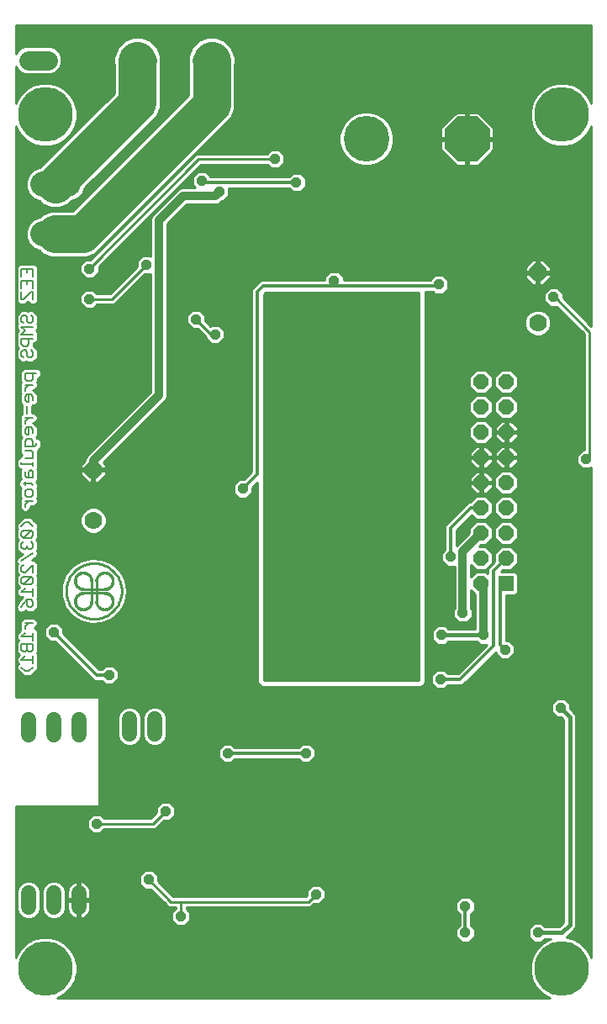
<source format=gbl>
G75*
G70*
%OFA0B0*%
%FSLAX24Y24*%
%IPPOS*%
%LPD*%
%AMOC8*
5,1,8,0,0,1.08239X$1,22.5*
%
%ADD10C,0.0050*%
%ADD11C,0.1000*%
%ADD12C,0.0768*%
%ADD13C,0.0100*%
%ADD14C,0.0010*%
%ADD15R,0.0098X0.0197*%
%ADD16C,0.0700*%
%ADD17OC8,0.0700*%
%ADD18R,0.0594X0.0594*%
%ADD19OC8,0.0594*%
%ADD20C,0.0594*%
%ADD21C,0.1810*%
%ADD22OC8,0.1810*%
%ADD23R,0.0396X0.0396*%
%ADD24OC8,0.0396*%
%ADD25C,0.0400*%
%ADD26C,0.2165*%
%ADD27C,0.1500*%
%ADD28C,0.0160*%
%ADD29C,0.0120*%
%ADD30C,0.0320*%
D10*
X006452Y013518D02*
X006302Y013668D01*
X006452Y013518D02*
X006602Y013518D01*
X006752Y013668D01*
X006752Y013828D02*
X006752Y014129D01*
X006752Y013978D02*
X006302Y013978D01*
X006452Y014129D01*
X006452Y014289D02*
X006527Y014364D01*
X006527Y014589D01*
X006302Y014589D02*
X006302Y014364D01*
X006377Y014289D01*
X006452Y014289D01*
X006527Y014364D02*
X006602Y014289D01*
X006677Y014289D01*
X006752Y014364D01*
X006752Y014589D01*
X006302Y014589D01*
X006302Y014899D02*
X006752Y014899D01*
X006752Y015049D02*
X006752Y014749D01*
X006452Y015049D02*
X006302Y014899D01*
X006452Y015208D02*
X006452Y015283D01*
X006602Y015433D01*
X006752Y015433D02*
X006452Y015433D01*
X006302Y016054D02*
X006377Y016204D01*
X006527Y016354D01*
X006527Y016129D01*
X006602Y016054D01*
X006677Y016054D01*
X006752Y016129D01*
X006752Y016279D01*
X006677Y016354D01*
X006527Y016354D01*
X006752Y016514D02*
X006752Y016814D01*
X006752Y016664D02*
X006302Y016664D01*
X006452Y016814D01*
X006377Y016974D02*
X006677Y017275D01*
X006752Y017200D01*
X006752Y017049D01*
X006677Y016974D01*
X006377Y016974D01*
X006302Y017049D01*
X006302Y017200D01*
X006377Y017275D01*
X006677Y017275D01*
X006752Y017435D02*
X006752Y017735D01*
X006452Y017435D01*
X006377Y017435D01*
X006302Y017510D01*
X006302Y017660D01*
X006377Y017735D01*
X006302Y017895D02*
X006752Y018195D01*
X006677Y018356D02*
X006752Y018431D01*
X006752Y018581D01*
X006677Y018656D01*
X006677Y018816D02*
X006377Y018816D01*
X006677Y019116D01*
X006752Y019041D01*
X006752Y018891D01*
X006677Y018816D01*
X006377Y018816D02*
X006302Y018891D01*
X006302Y019041D01*
X006377Y019116D01*
X006677Y019116D01*
X006752Y019273D02*
X006602Y019423D01*
X006452Y019423D01*
X006302Y019273D01*
X006452Y020042D02*
X006452Y020117D01*
X006602Y020267D01*
X006752Y020267D02*
X006452Y020267D01*
X006527Y020427D02*
X006452Y020502D01*
X006452Y020652D01*
X006527Y020728D01*
X006677Y020728D01*
X006752Y020652D01*
X006752Y020502D01*
X006677Y020427D01*
X006527Y020427D01*
X006452Y020884D02*
X006452Y021034D01*
X006377Y020959D02*
X006677Y020959D01*
X006752Y020884D01*
X006752Y021195D02*
X006527Y021195D01*
X006452Y021270D01*
X006452Y021420D01*
X006602Y021420D02*
X006602Y021195D01*
X006752Y021195D02*
X006752Y021420D01*
X006677Y021495D01*
X006602Y021420D01*
X006752Y021652D02*
X006752Y021802D01*
X006752Y021727D02*
X006302Y021727D01*
X006302Y021802D01*
X006452Y021962D02*
X006752Y021962D01*
X006752Y022187D01*
X006677Y022262D01*
X006452Y022262D01*
X006452Y022422D02*
X006452Y022648D01*
X006527Y022723D01*
X006677Y022723D01*
X006752Y022648D01*
X006752Y022422D01*
X006827Y022422D02*
X006452Y022422D01*
X006827Y022422D02*
X006903Y022497D01*
X006903Y022572D01*
X006752Y022958D02*
X006752Y023108D01*
X006677Y023183D01*
X006527Y023183D01*
X006452Y023108D01*
X006452Y022958D01*
X006527Y022883D01*
X006602Y022883D01*
X006602Y023183D01*
X006452Y023341D02*
X006452Y023417D01*
X006602Y023567D01*
X006752Y023567D02*
X006452Y023567D01*
X006527Y023727D02*
X006527Y024027D01*
X006527Y024187D02*
X006602Y024187D01*
X006602Y024487D01*
X006677Y024487D02*
X006527Y024487D01*
X006452Y024412D01*
X006452Y024262D01*
X006527Y024187D01*
X006752Y024262D02*
X006752Y024412D01*
X006677Y024487D01*
X006452Y024646D02*
X006452Y024721D01*
X006602Y024871D01*
X006752Y024871D02*
X006452Y024871D01*
X006527Y025031D02*
X006677Y025031D01*
X006752Y025106D01*
X006752Y025331D01*
X006903Y025331D02*
X006452Y025331D01*
X006452Y025106D01*
X006527Y025031D01*
X006602Y025952D02*
X006527Y026027D01*
X006527Y026177D01*
X006452Y026252D01*
X006377Y026252D01*
X006302Y026177D01*
X006302Y026027D01*
X006377Y025952D01*
X006602Y025952D02*
X006677Y025952D01*
X006752Y026027D01*
X006752Y026177D01*
X006677Y026252D01*
X006527Y026412D02*
X006602Y026487D01*
X006602Y026713D01*
X006752Y026713D02*
X006302Y026713D01*
X006302Y026487D01*
X006377Y026412D01*
X006527Y026412D01*
X006302Y026873D02*
X006752Y026873D01*
X006752Y027173D02*
X006302Y027173D01*
X006452Y027023D01*
X006302Y026873D01*
X006377Y027333D02*
X006302Y027408D01*
X006302Y027558D01*
X006377Y027633D01*
X006452Y027633D01*
X006527Y027558D01*
X006527Y027408D01*
X006602Y027333D01*
X006677Y027333D01*
X006752Y027408D01*
X006752Y027558D01*
X006677Y027633D01*
X006752Y028254D02*
X006752Y028554D01*
X006677Y028554D01*
X006377Y028254D01*
X006302Y028254D01*
X006302Y028554D01*
X006302Y028714D02*
X006302Y029015D01*
X006752Y029015D01*
X006752Y028714D01*
X006527Y028864D02*
X006527Y029015D01*
X006302Y029175D02*
X006302Y029475D01*
X006752Y029475D01*
X006752Y029175D01*
X006527Y029325D02*
X006527Y029475D01*
X006377Y018656D02*
X006302Y018581D01*
X006302Y018431D01*
X006377Y018356D01*
X006452Y018356D01*
X006527Y018431D01*
X006602Y018356D01*
X006677Y018356D01*
X006527Y018431D02*
X006527Y018506D01*
D11*
X007147Y030853D02*
X008147Y030853D01*
X008147Y032821D02*
X007147Y032821D01*
D12*
X007341Y037748D02*
X006573Y037748D01*
X010510Y037748D02*
X011278Y037748D01*
X013463Y037748D02*
X014231Y037748D01*
X016416Y037748D02*
X017183Y037748D01*
D13*
X006077Y008175D02*
X006077Y002180D01*
X006085Y002208D01*
X006250Y002494D01*
X006483Y002727D01*
X006769Y002892D01*
X007087Y002977D01*
X007417Y002977D01*
X007736Y002892D01*
X008021Y002727D01*
X008255Y002494D01*
X008420Y002208D01*
X008505Y001890D01*
X008505Y001560D01*
X008420Y001241D01*
X008255Y000956D01*
X008021Y000722D01*
X007736Y000557D01*
X007708Y000550D01*
X027269Y000550D01*
X027241Y000557D01*
X026956Y000722D01*
X026722Y000956D01*
X026557Y001241D01*
X026472Y001560D01*
X026472Y001890D01*
X026557Y002208D01*
X026722Y002494D01*
X026956Y002727D01*
X027241Y002892D01*
X027271Y002900D01*
X027048Y002900D01*
X026930Y002782D01*
X026625Y002782D01*
X026409Y002998D01*
X026409Y003302D01*
X024271Y003302D01*
X024132Y003441D01*
X024132Y003909D01*
X024271Y004048D01*
X024271Y004352D01*
X024055Y004568D01*
X023750Y004568D01*
X023534Y004352D01*
X023534Y004048D01*
X023672Y003909D01*
X023672Y003441D01*
X023534Y003302D01*
X006077Y003302D01*
X006077Y003204D02*
X023534Y003204D01*
X023534Y003302D02*
X023534Y002998D01*
X023750Y002782D01*
X024055Y002782D01*
X024271Y002998D01*
X024271Y003302D01*
X024271Y003204D02*
X026409Y003204D01*
X026409Y003302D02*
X026625Y003518D01*
X026930Y003518D01*
X027048Y003400D01*
X027624Y003400D01*
X027802Y003579D01*
X027802Y011596D01*
X027692Y011707D01*
X027525Y011707D01*
X027309Y011923D01*
X027309Y012227D01*
X027525Y012443D01*
X027830Y012443D01*
X028046Y012227D01*
X028046Y012060D01*
X028194Y011912D01*
X028194Y011912D01*
X028264Y011842D01*
X028302Y011750D01*
X028302Y003425D01*
X028264Y003333D01*
X027904Y002973D01*
X028208Y002892D01*
X028494Y002727D01*
X028727Y002494D01*
X028892Y002208D01*
X028899Y002180D01*
X028899Y021601D01*
X028855Y021557D01*
X028550Y021557D01*
X028334Y021773D01*
X028334Y022077D01*
X028550Y022293D01*
X028607Y022293D01*
X028607Y026884D01*
X027509Y027982D01*
X027250Y027982D01*
X027034Y028198D01*
X027034Y028502D01*
X027250Y028718D01*
X027555Y028718D01*
X027771Y028502D01*
X027771Y028343D01*
X028899Y027214D01*
X028899Y035128D01*
X028892Y035100D01*
X028727Y034814D01*
X028494Y034581D01*
X028208Y034416D01*
X027890Y034330D01*
X027560Y034330D01*
X027241Y034416D01*
X026956Y034581D01*
X026722Y034814D01*
X026557Y035100D01*
X026472Y035418D01*
X026472Y035748D01*
X026557Y036067D01*
X026722Y036352D01*
X026956Y036585D01*
X027241Y036750D01*
X027560Y036836D01*
X027890Y036836D01*
X028208Y036750D01*
X028494Y036585D01*
X028727Y036352D01*
X028892Y036067D01*
X028899Y036039D01*
X028899Y039120D01*
X006077Y039120D01*
X006077Y037999D01*
X006104Y038062D01*
X006259Y038218D01*
X006463Y038302D01*
X007451Y038302D01*
X007655Y038218D01*
X007810Y038062D01*
X007895Y037859D01*
X007895Y037638D01*
X007810Y037435D01*
X007655Y037279D01*
X007451Y037195D01*
X006463Y037195D01*
X006259Y037279D01*
X006104Y037435D01*
X006077Y037498D01*
X006077Y036039D01*
X006085Y036067D01*
X006250Y036352D01*
X006483Y036585D01*
X006769Y036750D01*
X007087Y036836D01*
X007417Y036836D01*
X007736Y036750D01*
X008021Y036585D01*
X008255Y036352D01*
X008420Y036067D01*
X008505Y035748D01*
X008505Y035418D01*
X008420Y035100D01*
X008255Y034814D01*
X008021Y034581D01*
X007736Y034416D01*
X007417Y034330D01*
X007087Y034330D01*
X006769Y034416D01*
X006483Y034581D01*
X006250Y034814D01*
X006085Y035100D01*
X006077Y035128D01*
X006077Y012500D01*
X009344Y012500D01*
X009402Y012441D01*
X009402Y008234D01*
X009344Y008175D01*
X006077Y008175D01*
X006077Y008129D02*
X011660Y008129D01*
X011659Y008127D02*
X011659Y007918D01*
X011436Y007695D01*
X009578Y007695D01*
X009430Y007843D01*
X009125Y007843D01*
X008909Y007627D01*
X008909Y007323D01*
X009125Y007107D01*
X009430Y007107D01*
X009578Y007255D01*
X011619Y007255D01*
X011970Y007607D01*
X012180Y007607D01*
X012396Y007823D01*
X012396Y008127D01*
X012180Y008343D01*
X011875Y008343D01*
X011659Y008127D01*
X011659Y008030D02*
X006077Y008030D01*
X006077Y007932D02*
X011659Y007932D01*
X011574Y007833D02*
X009440Y007833D01*
X009538Y007735D02*
X011476Y007735D01*
X011527Y007475D02*
X012027Y007975D01*
X011759Y008227D02*
X009396Y008227D01*
X009402Y008326D02*
X011857Y008326D01*
X012197Y008326D02*
X027802Y008326D01*
X027802Y008424D02*
X009402Y008424D01*
X009402Y008523D02*
X027802Y008523D01*
X027802Y008621D02*
X009402Y008621D01*
X009402Y008720D02*
X027802Y008720D01*
X027802Y008818D02*
X009402Y008818D01*
X009402Y008917D02*
X027802Y008917D01*
X027802Y009015D02*
X009402Y009015D01*
X009402Y009114D02*
X027802Y009114D01*
X027802Y009212D02*
X009402Y009212D01*
X009402Y009311D02*
X027802Y009311D01*
X027802Y009409D02*
X009402Y009409D01*
X009402Y009508D02*
X027802Y009508D01*
X027802Y009606D02*
X009402Y009606D01*
X009402Y009705D02*
X027802Y009705D01*
X027802Y009803D02*
X009402Y009803D01*
X009402Y009902D02*
X027802Y009902D01*
X027802Y010000D02*
X017823Y010000D01*
X017730Y009907D02*
X017946Y010123D01*
X017946Y010427D01*
X017730Y010643D01*
X017425Y010643D01*
X017287Y010505D01*
X014768Y010505D01*
X014630Y010643D01*
X014325Y010643D01*
X014109Y010427D01*
X014109Y010123D01*
X014325Y009907D01*
X014630Y009907D01*
X014768Y010045D01*
X017287Y010045D01*
X017425Y009907D01*
X017730Y009907D01*
X017922Y010099D02*
X027802Y010099D01*
X027802Y010197D02*
X017946Y010197D01*
X017946Y010296D02*
X027802Y010296D01*
X027802Y010394D02*
X017946Y010394D01*
X017880Y010493D02*
X027802Y010493D01*
X027802Y010591D02*
X017782Y010591D01*
X017373Y010591D02*
X014682Y010591D01*
X014723Y010000D02*
X017332Y010000D01*
X015876Y012890D02*
X015780Y012930D01*
X015707Y013003D01*
X015667Y013098D01*
X015667Y021015D01*
X015446Y020793D01*
X015446Y020598D01*
X015230Y020382D01*
X014925Y020382D01*
X014709Y020598D01*
X014709Y020902D01*
X014925Y021118D01*
X015120Y021118D01*
X015422Y021420D01*
X015422Y028670D01*
X015782Y029030D01*
X018334Y029030D01*
X018334Y029152D01*
X018550Y029368D01*
X018855Y029368D01*
X019071Y029152D01*
X019071Y029030D01*
X022512Y029030D01*
X022700Y029218D01*
X023005Y029218D01*
X023221Y029002D01*
X023221Y028698D01*
X023005Y028482D01*
X022700Y028482D01*
X022612Y028570D01*
X022312Y028570D01*
X022312Y013098D01*
X022273Y013003D01*
X022200Y012930D01*
X022104Y012890D01*
X015876Y012890D01*
X015755Y012955D02*
X006077Y012955D01*
X006077Y012857D02*
X022750Y012857D01*
X022775Y012832D02*
X023080Y012832D01*
X023218Y012970D01*
X023798Y012970D01*
X025109Y014282D01*
X025109Y014223D01*
X025325Y014007D01*
X025630Y014007D01*
X025846Y014223D01*
X025846Y014527D01*
X025630Y014743D01*
X025507Y014743D01*
X025507Y016533D01*
X025895Y016533D01*
X025994Y016633D01*
X025994Y017367D01*
X025895Y017467D01*
X025320Y017467D01*
X025386Y017533D01*
X025721Y017533D01*
X025994Y017807D01*
X025994Y018193D01*
X025721Y018467D01*
X025334Y018467D01*
X025061Y018193D01*
X025061Y017858D01*
X024797Y017595D01*
X024797Y017390D01*
X024721Y017467D01*
X024334Y017467D01*
X024132Y017265D01*
X024132Y017735D01*
X024334Y017533D01*
X024721Y017533D01*
X024994Y017807D01*
X024994Y018193D01*
X024721Y018467D01*
X024461Y018467D01*
X024527Y018533D01*
X024721Y018533D01*
X024994Y018807D01*
X024994Y019193D01*
X024721Y019467D01*
X024334Y019467D01*
X024061Y019193D01*
X024061Y019000D01*
X023557Y018497D01*
X023557Y019105D01*
X024160Y019707D01*
X024334Y019533D01*
X024721Y019533D01*
X024994Y019807D01*
X024994Y020193D01*
X024721Y020467D01*
X024334Y020467D01*
X024097Y020230D01*
X024032Y020230D01*
X023897Y020095D01*
X023097Y019295D01*
X023097Y018341D01*
X022959Y018202D01*
X022959Y017898D01*
X023175Y017682D01*
X023472Y017682D01*
X023472Y016016D01*
X023434Y015977D01*
X023434Y015673D01*
X023650Y015457D01*
X023955Y015457D01*
X024171Y015673D01*
X024171Y015977D01*
X024132Y016016D01*
X024132Y016735D01*
X024297Y016570D01*
X024297Y015200D01*
X023223Y015200D01*
X023105Y015318D01*
X022800Y015318D01*
X022584Y015102D01*
X022584Y014798D01*
X022800Y014582D01*
X023105Y014582D01*
X023223Y014700D01*
X024357Y014700D01*
X024475Y014582D01*
X024759Y014582D01*
X023607Y013430D01*
X023218Y013430D01*
X023080Y013568D01*
X022775Y013568D01*
X022559Y013352D01*
X022559Y013048D01*
X022775Y012832D01*
X022652Y012955D02*
X022225Y012955D01*
X022294Y013054D02*
X022559Y013054D01*
X022559Y013152D02*
X022312Y013152D01*
X022312Y013251D02*
X022559Y013251D01*
X022559Y013349D02*
X022312Y013349D01*
X022312Y013448D02*
X022654Y013448D01*
X022753Y013546D02*
X022312Y013546D01*
X022312Y013645D02*
X023822Y013645D01*
X023920Y013743D02*
X022312Y013743D01*
X022312Y013842D02*
X024019Y013842D01*
X024117Y013940D02*
X022312Y013940D01*
X022312Y014039D02*
X024216Y014039D01*
X024314Y014137D02*
X022312Y014137D01*
X022312Y014236D02*
X024413Y014236D01*
X024511Y014334D02*
X022312Y014334D01*
X022312Y014433D02*
X024610Y014433D01*
X024708Y014531D02*
X022312Y014531D01*
X022312Y014630D02*
X022752Y014630D01*
X022654Y014728D02*
X022312Y014728D01*
X022312Y014827D02*
X022584Y014827D01*
X022584Y014925D02*
X022312Y014925D01*
X022312Y015024D02*
X022584Y015024D01*
X022604Y015122D02*
X022312Y015122D01*
X022312Y015221D02*
X022702Y015221D01*
X022312Y015319D02*
X024297Y015319D01*
X024297Y015221D02*
X023202Y015221D01*
X023591Y015516D02*
X022312Y015516D01*
X022312Y015418D02*
X024297Y015418D01*
X024297Y015516D02*
X024014Y015516D01*
X024113Y015615D02*
X024297Y015615D01*
X024297Y015713D02*
X024171Y015713D01*
X024171Y015812D02*
X024297Y015812D01*
X024297Y015910D02*
X024171Y015910D01*
X024139Y016009D02*
X024297Y016009D01*
X024297Y016107D02*
X024132Y016107D01*
X024132Y016206D02*
X024297Y016206D01*
X024297Y016304D02*
X024132Y016304D01*
X024132Y016403D02*
X024297Y016403D01*
X024297Y016501D02*
X024132Y016501D01*
X024132Y016600D02*
X024268Y016600D01*
X024169Y016698D02*
X024132Y016698D01*
X024132Y017289D02*
X024156Y017289D01*
X024132Y017388D02*
X024255Y017388D01*
X024132Y017486D02*
X024797Y017486D01*
X024797Y017585D02*
X024772Y017585D01*
X024871Y017683D02*
X024885Y017683D01*
X024969Y017782D02*
X024984Y017782D01*
X024994Y017880D02*
X025061Y017880D01*
X025061Y017979D02*
X024994Y017979D01*
X024994Y018077D02*
X025061Y018077D01*
X025061Y018176D02*
X024994Y018176D01*
X024914Y018274D02*
X025141Y018274D01*
X025240Y018373D02*
X024815Y018373D01*
X024757Y018570D02*
X025298Y018570D01*
X025334Y018533D02*
X025721Y018533D01*
X025994Y018807D01*
X025994Y019193D01*
X025721Y019467D01*
X025334Y019467D01*
X025061Y019193D01*
X025061Y018807D01*
X025334Y018533D01*
X025199Y018668D02*
X024856Y018668D01*
X024954Y018767D02*
X025101Y018767D01*
X025061Y018865D02*
X024994Y018865D01*
X024994Y018964D02*
X025061Y018964D01*
X025061Y019062D02*
X024994Y019062D01*
X024994Y019161D02*
X025061Y019161D01*
X025126Y019259D02*
X024929Y019259D01*
X024830Y019358D02*
X025225Y019358D01*
X025323Y019456D02*
X024732Y019456D01*
X024742Y019555D02*
X025313Y019555D01*
X025334Y019533D02*
X025721Y019533D01*
X025994Y019807D01*
X025994Y020193D01*
X025721Y020467D01*
X025334Y020467D01*
X025061Y020193D01*
X025061Y019807D01*
X025334Y019533D01*
X025214Y019653D02*
X024841Y019653D01*
X024939Y019752D02*
X025116Y019752D01*
X025061Y019850D02*
X024994Y019850D01*
X024994Y019949D02*
X025061Y019949D01*
X025061Y020047D02*
X024994Y020047D01*
X024994Y020146D02*
X025061Y020146D01*
X025111Y020244D02*
X024944Y020244D01*
X024845Y020343D02*
X025210Y020343D01*
X025308Y020441D02*
X024747Y020441D01*
X024713Y020553D02*
X024974Y020815D01*
X024974Y020952D01*
X024576Y020952D01*
X024576Y021048D01*
X024974Y021048D01*
X024974Y021185D01*
X024713Y021447D01*
X024576Y021447D01*
X024576Y021048D01*
X024479Y021048D01*
X024479Y020952D01*
X024081Y020952D01*
X024081Y020815D01*
X024342Y020553D01*
X024479Y020553D01*
X024479Y020952D01*
X024576Y020952D01*
X024576Y020553D01*
X024713Y020553D01*
X024797Y020638D02*
X025229Y020638D01*
X025131Y020737D02*
X024896Y020737D01*
X024974Y020835D02*
X025061Y020835D01*
X025061Y020807D02*
X025334Y020533D01*
X025721Y020533D01*
X025994Y020807D01*
X025994Y021193D01*
X025721Y021467D01*
X025334Y021467D01*
X025061Y021193D01*
X025061Y020807D01*
X025061Y020934D02*
X024974Y020934D01*
X025061Y021032D02*
X024576Y021032D01*
X024479Y021032D02*
X022312Y021032D01*
X022312Y020934D02*
X024081Y020934D01*
X024081Y020835D02*
X022312Y020835D01*
X022312Y020737D02*
X024159Y020737D01*
X024257Y020638D02*
X022312Y020638D01*
X022312Y020540D02*
X025328Y020540D01*
X025727Y020540D02*
X028899Y020540D01*
X028899Y020638D02*
X025826Y020638D01*
X025924Y020737D02*
X028899Y020737D01*
X028899Y020835D02*
X025994Y020835D01*
X025994Y020934D02*
X028899Y020934D01*
X028899Y021032D02*
X025994Y021032D01*
X025994Y021131D02*
X028899Y021131D01*
X028899Y021229D02*
X025959Y021229D01*
X025860Y021328D02*
X028899Y021328D01*
X028899Y021426D02*
X025762Y021426D01*
X025713Y021553D02*
X025974Y021815D01*
X025974Y021952D01*
X025576Y021952D01*
X025576Y022048D01*
X025974Y022048D01*
X025974Y022185D01*
X025713Y022447D01*
X025576Y022447D01*
X025576Y022048D01*
X025479Y022048D01*
X025479Y021952D01*
X025081Y021952D01*
X025081Y021815D01*
X025342Y021553D01*
X025479Y021553D01*
X025479Y021952D01*
X025576Y021952D01*
X025576Y021553D01*
X025713Y021553D01*
X025782Y021623D02*
X028484Y021623D01*
X028385Y021722D02*
X025881Y021722D01*
X025974Y021820D02*
X028334Y021820D01*
X028334Y021919D02*
X025974Y021919D01*
X025974Y022116D02*
X028372Y022116D01*
X028334Y022017D02*
X025576Y022017D01*
X025479Y022017D02*
X024576Y022017D01*
X024576Y022048D02*
X024974Y022048D01*
X024974Y022185D01*
X024713Y022447D01*
X024576Y022447D01*
X024576Y022048D01*
X024576Y021952D01*
X024974Y021952D01*
X024974Y021815D01*
X024713Y021553D01*
X024576Y021553D01*
X024576Y021952D01*
X024479Y021952D01*
X024081Y021952D01*
X024081Y021815D01*
X024342Y021553D01*
X024479Y021553D01*
X024479Y021952D01*
X024479Y022048D01*
X024081Y022048D01*
X024081Y022185D01*
X024342Y022447D01*
X024479Y022447D01*
X024479Y022048D01*
X024576Y022048D01*
X024576Y022116D02*
X024479Y022116D01*
X024479Y022214D02*
X024576Y022214D01*
X024576Y022313D02*
X024479Y022313D01*
X024479Y022411D02*
X024576Y022411D01*
X024748Y022411D02*
X025307Y022411D01*
X025342Y022447D02*
X025081Y022185D01*
X025081Y022048D01*
X025479Y022048D01*
X025479Y022447D01*
X025342Y022447D01*
X025342Y022553D02*
X025081Y022815D01*
X025081Y022952D01*
X025479Y022952D01*
X025479Y023048D01*
X025081Y023048D01*
X025081Y023185D01*
X025342Y023447D01*
X025479Y023447D01*
X025479Y023048D01*
X025576Y023048D01*
X025974Y023048D01*
X025974Y023185D01*
X025713Y023447D01*
X025576Y023447D01*
X025576Y023048D01*
X025576Y022952D01*
X025974Y022952D01*
X025974Y022815D01*
X025713Y022553D01*
X025576Y022553D01*
X025576Y022952D01*
X025479Y022952D01*
X025479Y022553D01*
X025342Y022553D01*
X025287Y022608D02*
X024796Y022608D01*
X024721Y022533D02*
X024994Y022807D01*
X024994Y023193D01*
X024721Y023467D01*
X024334Y023467D01*
X024061Y023193D01*
X024061Y022807D01*
X024334Y022533D01*
X024721Y022533D01*
X024894Y022707D02*
X025189Y022707D01*
X025090Y022805D02*
X024993Y022805D01*
X024994Y022904D02*
X025081Y022904D01*
X024994Y023002D02*
X025479Y023002D01*
X025576Y023002D02*
X028607Y023002D01*
X028607Y022904D02*
X025974Y022904D01*
X025964Y022805D02*
X028607Y022805D01*
X028607Y022707D02*
X025866Y022707D01*
X025767Y022608D02*
X028607Y022608D01*
X028607Y022510D02*
X022312Y022510D01*
X022312Y022608D02*
X024259Y022608D01*
X024161Y022707D02*
X022312Y022707D01*
X022312Y022805D02*
X024062Y022805D01*
X024061Y022904D02*
X022312Y022904D01*
X022312Y023002D02*
X024061Y023002D01*
X024061Y023101D02*
X022312Y023101D01*
X022312Y023199D02*
X024066Y023199D01*
X024165Y023298D02*
X022312Y023298D01*
X022312Y023396D02*
X024263Y023396D01*
X024334Y023533D02*
X024061Y023807D01*
X024061Y024193D01*
X024334Y024467D01*
X024721Y024467D01*
X024994Y024193D01*
X024994Y023807D01*
X024721Y023533D01*
X024334Y023533D01*
X024274Y023593D02*
X022312Y023593D01*
X022312Y023495D02*
X028607Y023495D01*
X028607Y023593D02*
X025781Y023593D01*
X025721Y023533D02*
X025994Y023807D01*
X025994Y024193D01*
X025721Y024467D01*
X025334Y024467D01*
X025061Y024193D01*
X025061Y023807D01*
X025334Y023533D01*
X025721Y023533D01*
X025763Y023396D02*
X028607Y023396D01*
X028607Y023298D02*
X025862Y023298D01*
X025960Y023199D02*
X028607Y023199D01*
X028607Y023101D02*
X025974Y023101D01*
X025576Y023101D02*
X025479Y023101D01*
X025479Y023199D02*
X025576Y023199D01*
X025576Y023298D02*
X025479Y023298D01*
X025479Y023396D02*
X025576Y023396D01*
X025292Y023396D02*
X024792Y023396D01*
X024890Y023298D02*
X025193Y023298D01*
X025095Y023199D02*
X024989Y023199D01*
X024994Y023101D02*
X025081Y023101D01*
X025479Y022904D02*
X025576Y022904D01*
X025576Y022805D02*
X025479Y022805D01*
X025479Y022707D02*
X025576Y022707D01*
X025576Y022608D02*
X025479Y022608D01*
X025479Y022411D02*
X025576Y022411D01*
X025576Y022313D02*
X025479Y022313D01*
X025479Y022214D02*
X025576Y022214D01*
X025576Y022116D02*
X025479Y022116D01*
X025479Y021919D02*
X025576Y021919D01*
X025576Y021820D02*
X025479Y021820D01*
X025479Y021722D02*
X025576Y021722D01*
X025576Y021623D02*
X025479Y021623D01*
X025272Y021623D02*
X024782Y021623D01*
X024881Y021722D02*
X025174Y021722D01*
X025081Y021820D02*
X024974Y021820D01*
X024974Y021919D02*
X025081Y021919D01*
X025081Y022116D02*
X024974Y022116D01*
X024945Y022214D02*
X025110Y022214D01*
X025208Y022313D02*
X024847Y022313D01*
X024479Y022017D02*
X022312Y022017D01*
X022312Y021919D02*
X024081Y021919D01*
X024081Y021820D02*
X022312Y021820D01*
X022312Y021722D02*
X024174Y021722D01*
X024272Y021623D02*
X022312Y021623D01*
X022312Y021525D02*
X028899Y021525D01*
X028702Y021925D02*
X028827Y022050D01*
X028827Y026975D01*
X027452Y028350D01*
X027402Y028350D01*
X027148Y028617D02*
X023140Y028617D01*
X023221Y028715D02*
X027247Y028715D01*
X027072Y028912D02*
X028899Y028912D01*
X028899Y028814D02*
X023221Y028814D01*
X023221Y028912D02*
X026483Y028912D01*
X026570Y028825D02*
X026277Y029118D01*
X026277Y029275D01*
X026727Y029275D01*
X026727Y029375D01*
X026277Y029375D01*
X026277Y029532D01*
X026570Y029825D01*
X026727Y029825D01*
X026727Y029375D01*
X026827Y029375D01*
X026827Y029825D01*
X026985Y029825D01*
X027277Y029532D01*
X027277Y029375D01*
X026827Y029375D01*
X026827Y029275D01*
X026827Y028825D01*
X026985Y028825D01*
X027277Y029118D01*
X027277Y029275D01*
X026827Y029275D01*
X026727Y029275D01*
X026727Y028825D01*
X026570Y028825D01*
X026727Y028912D02*
X026827Y028912D01*
X026827Y029011D02*
X026727Y029011D01*
X026727Y029109D02*
X026827Y029109D01*
X026827Y029208D02*
X026727Y029208D01*
X026727Y029306D02*
X018917Y029306D01*
X019015Y029208D02*
X022689Y029208D01*
X022591Y029109D02*
X019071Y029109D01*
X018488Y029306D02*
X012082Y029306D01*
X012082Y029208D02*
X018389Y029208D01*
X018334Y029109D02*
X012082Y029109D01*
X012082Y029011D02*
X015763Y029011D01*
X015664Y028912D02*
X012082Y028912D01*
X012082Y028814D02*
X015566Y028814D01*
X015467Y028715D02*
X012082Y028715D01*
X012082Y028617D02*
X015422Y028617D01*
X015422Y028518D02*
X012082Y028518D01*
X012082Y028420D02*
X015422Y028420D01*
X015422Y028321D02*
X012082Y028321D01*
X012082Y028223D02*
X015422Y028223D01*
X015422Y028124D02*
X012082Y028124D01*
X012082Y028026D02*
X015422Y028026D01*
X015422Y027927D02*
X012082Y027927D01*
X012082Y027829D02*
X013060Y027829D01*
X013075Y027843D02*
X012859Y027627D01*
X012859Y027323D01*
X013075Y027107D01*
X013284Y027107D01*
X013609Y026782D01*
X013609Y026723D01*
X013825Y026507D01*
X014130Y026507D01*
X014346Y026723D01*
X014346Y027027D01*
X014130Y027243D01*
X013825Y027243D01*
X013798Y027216D01*
X013596Y027418D01*
X013596Y027627D01*
X013380Y027843D01*
X013075Y027843D01*
X012962Y027730D02*
X012082Y027730D01*
X012082Y027632D02*
X012863Y027632D01*
X012859Y027533D02*
X012082Y027533D01*
X012082Y027435D02*
X012859Y027435D01*
X012859Y027336D02*
X012082Y027336D01*
X012082Y027238D02*
X012944Y027238D01*
X013043Y027139D02*
X012082Y027139D01*
X012082Y027041D02*
X013351Y027041D01*
X013449Y026942D02*
X012082Y026942D01*
X012082Y026844D02*
X013548Y026844D01*
X013609Y026745D02*
X012082Y026745D01*
X012082Y026647D02*
X013685Y026647D01*
X013784Y026548D02*
X012082Y026548D01*
X012082Y026450D02*
X015422Y026450D01*
X015422Y026548D02*
X014171Y026548D01*
X014270Y026647D02*
X015422Y026647D01*
X015422Y026745D02*
X014346Y026745D01*
X014346Y026844D02*
X015422Y026844D01*
X015422Y026942D02*
X014346Y026942D01*
X014332Y027041D02*
X015422Y027041D01*
X015422Y027139D02*
X014234Y027139D01*
X014135Y027238D02*
X015422Y027238D01*
X015422Y027336D02*
X013677Y027336D01*
X013596Y027435D02*
X015422Y027435D01*
X015422Y027533D02*
X013596Y027533D01*
X013591Y027632D02*
X015422Y027632D01*
X015422Y027730D02*
X013493Y027730D01*
X013394Y027829D02*
X015422Y027829D01*
X015927Y027829D02*
X022052Y027829D01*
X022052Y027927D02*
X015927Y027927D01*
X015927Y028026D02*
X022052Y028026D01*
X022052Y028124D02*
X015927Y028124D01*
X015927Y028223D02*
X022052Y028223D01*
X022052Y028321D02*
X015927Y028321D01*
X015927Y028420D02*
X022052Y028420D01*
X022052Y028518D02*
X015977Y028518D01*
X015984Y028525D02*
X022052Y028525D01*
X022052Y013150D01*
X015927Y013150D01*
X015927Y028468D01*
X015984Y028525D01*
X015927Y027730D02*
X022052Y027730D01*
X022052Y027632D02*
X015927Y027632D01*
X015927Y027533D02*
X022052Y027533D01*
X022052Y027435D02*
X015927Y027435D01*
X015927Y027336D02*
X022052Y027336D01*
X022052Y027238D02*
X015927Y027238D01*
X015927Y027139D02*
X022052Y027139D01*
X022052Y027041D02*
X015927Y027041D01*
X015927Y026942D02*
X022052Y026942D01*
X022052Y026844D02*
X015927Y026844D01*
X015927Y026745D02*
X022052Y026745D01*
X022052Y026647D02*
X015927Y026647D01*
X015927Y026548D02*
X022052Y026548D01*
X022052Y026450D02*
X015927Y026450D01*
X015927Y026351D02*
X022052Y026351D01*
X022052Y026253D02*
X015927Y026253D01*
X015927Y026154D02*
X022052Y026154D01*
X022052Y026056D02*
X015927Y026056D01*
X015927Y025957D02*
X022052Y025957D01*
X022052Y025859D02*
X015927Y025859D01*
X015927Y025760D02*
X022052Y025760D01*
X022052Y025662D02*
X015927Y025662D01*
X015927Y025563D02*
X022052Y025563D01*
X022052Y025465D02*
X015927Y025465D01*
X015927Y025366D02*
X022052Y025366D01*
X022052Y025268D02*
X015927Y025268D01*
X015927Y025169D02*
X022052Y025169D01*
X022052Y025071D02*
X015927Y025071D01*
X015927Y024972D02*
X022052Y024972D01*
X022052Y024874D02*
X015927Y024874D01*
X015927Y024775D02*
X022052Y024775D01*
X022052Y024677D02*
X015927Y024677D01*
X015927Y024578D02*
X022052Y024578D01*
X022052Y024480D02*
X015927Y024480D01*
X015927Y024381D02*
X022052Y024381D01*
X022052Y024283D02*
X015927Y024283D01*
X015927Y024184D02*
X022052Y024184D01*
X022052Y024086D02*
X015927Y024086D01*
X015927Y023987D02*
X022052Y023987D01*
X022052Y023889D02*
X015927Y023889D01*
X015927Y023790D02*
X022052Y023790D01*
X022052Y023692D02*
X015927Y023692D01*
X015927Y023593D02*
X022052Y023593D01*
X022052Y023495D02*
X015927Y023495D01*
X015927Y023396D02*
X022052Y023396D01*
X022052Y023298D02*
X015927Y023298D01*
X015927Y023199D02*
X022052Y023199D01*
X022052Y023101D02*
X015927Y023101D01*
X015927Y023002D02*
X022052Y023002D01*
X022052Y022904D02*
X015927Y022904D01*
X015927Y022805D02*
X022052Y022805D01*
X022052Y022707D02*
X015927Y022707D01*
X015927Y022608D02*
X022052Y022608D01*
X022052Y022510D02*
X015927Y022510D01*
X015927Y022411D02*
X022052Y022411D01*
X022052Y022313D02*
X015927Y022313D01*
X015927Y022214D02*
X022052Y022214D01*
X022052Y022116D02*
X015927Y022116D01*
X015927Y022017D02*
X022052Y022017D01*
X022052Y021919D02*
X015927Y021919D01*
X015927Y021820D02*
X022052Y021820D01*
X022052Y021722D02*
X015927Y021722D01*
X015927Y021623D02*
X022052Y021623D01*
X022052Y021525D02*
X015927Y021525D01*
X015927Y021426D02*
X022052Y021426D01*
X022052Y021328D02*
X015927Y021328D01*
X015927Y021229D02*
X022052Y021229D01*
X022052Y021131D02*
X015927Y021131D01*
X015927Y021032D02*
X022052Y021032D01*
X022052Y020934D02*
X015927Y020934D01*
X015927Y020835D02*
X022052Y020835D01*
X022052Y020737D02*
X015927Y020737D01*
X015927Y020638D02*
X022052Y020638D01*
X022052Y020540D02*
X015927Y020540D01*
X015927Y020441D02*
X022052Y020441D01*
X022052Y020343D02*
X015927Y020343D01*
X015927Y020244D02*
X022052Y020244D01*
X022052Y020146D02*
X015927Y020146D01*
X015927Y020047D02*
X022052Y020047D01*
X022052Y019949D02*
X015927Y019949D01*
X015927Y019850D02*
X022052Y019850D01*
X022052Y019752D02*
X015927Y019752D01*
X015927Y019653D02*
X022052Y019653D01*
X022052Y019555D02*
X015927Y019555D01*
X015927Y019456D02*
X022052Y019456D01*
X022052Y019358D02*
X015927Y019358D01*
X015927Y019259D02*
X022052Y019259D01*
X022052Y019161D02*
X015927Y019161D01*
X015927Y019062D02*
X022052Y019062D01*
X022052Y018964D02*
X015927Y018964D01*
X015927Y018865D02*
X022052Y018865D01*
X022052Y018767D02*
X015927Y018767D01*
X015927Y018668D02*
X022052Y018668D01*
X022052Y018570D02*
X015927Y018570D01*
X015927Y018471D02*
X022052Y018471D01*
X022052Y018373D02*
X015927Y018373D01*
X015927Y018274D02*
X022052Y018274D01*
X022052Y018176D02*
X015927Y018176D01*
X015927Y018077D02*
X022052Y018077D01*
X022052Y017979D02*
X015927Y017979D01*
X015927Y017880D02*
X022052Y017880D01*
X022052Y017782D02*
X015927Y017782D01*
X015927Y017683D02*
X022052Y017683D01*
X022052Y017585D02*
X015927Y017585D01*
X015927Y017486D02*
X022052Y017486D01*
X022052Y017388D02*
X015927Y017388D01*
X015927Y017289D02*
X022052Y017289D01*
X022052Y017191D02*
X015927Y017191D01*
X015927Y017092D02*
X022052Y017092D01*
X022052Y016994D02*
X015927Y016994D01*
X015927Y016895D02*
X022052Y016895D01*
X022052Y016797D02*
X015927Y016797D01*
X015927Y016698D02*
X022052Y016698D01*
X022052Y016600D02*
X015927Y016600D01*
X015927Y016501D02*
X022052Y016501D01*
X022052Y016403D02*
X015927Y016403D01*
X015927Y016304D02*
X022052Y016304D01*
X022052Y016206D02*
X015927Y016206D01*
X015927Y016107D02*
X022052Y016107D01*
X022052Y016009D02*
X015927Y016009D01*
X015927Y015910D02*
X022052Y015910D01*
X022052Y015812D02*
X015927Y015812D01*
X015927Y015713D02*
X022052Y015713D01*
X022052Y015615D02*
X015927Y015615D01*
X015927Y015516D02*
X022052Y015516D01*
X022052Y015418D02*
X015927Y015418D01*
X015927Y015319D02*
X022052Y015319D01*
X022052Y015221D02*
X015927Y015221D01*
X015927Y015122D02*
X022052Y015122D01*
X022052Y015024D02*
X015927Y015024D01*
X015927Y014925D02*
X022052Y014925D01*
X022052Y014827D02*
X015927Y014827D01*
X015927Y014728D02*
X022052Y014728D01*
X022052Y014630D02*
X015927Y014630D01*
X015927Y014531D02*
X022052Y014531D01*
X022052Y014433D02*
X015927Y014433D01*
X015927Y014334D02*
X022052Y014334D01*
X022052Y014236D02*
X015927Y014236D01*
X015927Y014137D02*
X022052Y014137D01*
X022052Y014039D02*
X015927Y014039D01*
X015927Y013940D02*
X022052Y013940D01*
X022052Y013842D02*
X015927Y013842D01*
X015927Y013743D02*
X022052Y013743D01*
X022052Y013645D02*
X015927Y013645D01*
X015927Y013546D02*
X022052Y013546D01*
X022052Y013448D02*
X015927Y013448D01*
X015927Y013349D02*
X022052Y013349D01*
X022052Y013251D02*
X015927Y013251D01*
X015927Y013152D02*
X022052Y013152D01*
X023105Y012857D02*
X028899Y012857D01*
X028899Y012955D02*
X023203Y012955D01*
X023200Y013448D02*
X023625Y013448D01*
X023723Y013546D02*
X023102Y013546D01*
X023881Y013054D02*
X028899Y013054D01*
X028899Y013152D02*
X023980Y013152D01*
X024078Y013251D02*
X028899Y013251D01*
X028899Y013349D02*
X024177Y013349D01*
X024275Y013448D02*
X028899Y013448D01*
X028899Y013546D02*
X024374Y013546D01*
X024472Y013645D02*
X028899Y013645D01*
X028899Y013743D02*
X024571Y013743D01*
X024669Y013842D02*
X028899Y013842D01*
X028899Y013940D02*
X024768Y013940D01*
X024866Y014039D02*
X025293Y014039D01*
X025195Y014137D02*
X024965Y014137D01*
X025063Y014236D02*
X025109Y014236D01*
X025507Y014827D02*
X028899Y014827D01*
X028899Y014925D02*
X025507Y014925D01*
X025507Y015024D02*
X028899Y015024D01*
X028899Y015122D02*
X025507Y015122D01*
X025507Y015221D02*
X028899Y015221D01*
X028899Y015319D02*
X025507Y015319D01*
X025507Y015418D02*
X028899Y015418D01*
X028899Y015516D02*
X025507Y015516D01*
X025507Y015615D02*
X028899Y015615D01*
X028899Y015713D02*
X025507Y015713D01*
X025507Y015812D02*
X028899Y015812D01*
X028899Y015910D02*
X025507Y015910D01*
X025507Y016009D02*
X028899Y016009D01*
X028899Y016107D02*
X025507Y016107D01*
X025507Y016206D02*
X028899Y016206D01*
X028899Y016304D02*
X025507Y016304D01*
X025507Y016403D02*
X028899Y016403D01*
X028899Y016501D02*
X025507Y016501D01*
X025961Y016600D02*
X028899Y016600D01*
X028899Y016698D02*
X025994Y016698D01*
X025994Y016797D02*
X028899Y016797D01*
X028899Y016895D02*
X025994Y016895D01*
X025994Y016994D02*
X028899Y016994D01*
X028899Y017092D02*
X025994Y017092D01*
X025994Y017191D02*
X028899Y017191D01*
X028899Y017289D02*
X025994Y017289D01*
X025974Y017388D02*
X028899Y017388D01*
X028899Y017486D02*
X025339Y017486D01*
X025772Y017585D02*
X028899Y017585D01*
X028899Y017683D02*
X025871Y017683D01*
X025969Y017782D02*
X028899Y017782D01*
X028899Y017880D02*
X025994Y017880D01*
X025994Y017979D02*
X028899Y017979D01*
X028899Y018077D02*
X025994Y018077D01*
X025994Y018176D02*
X028899Y018176D01*
X028899Y018274D02*
X025914Y018274D01*
X025815Y018373D02*
X028899Y018373D01*
X028899Y018471D02*
X024465Y018471D01*
X024024Y018964D02*
X023557Y018964D01*
X023557Y019062D02*
X024061Y019062D01*
X024061Y019161D02*
X023613Y019161D01*
X023712Y019259D02*
X024126Y019259D01*
X024225Y019358D02*
X023810Y019358D01*
X023909Y019456D02*
X024323Y019456D01*
X024313Y019555D02*
X024007Y019555D01*
X024106Y019653D02*
X024214Y019653D01*
X023849Y020047D02*
X022312Y020047D01*
X022312Y019949D02*
X023751Y019949D01*
X023652Y019850D02*
X022312Y019850D01*
X022312Y019752D02*
X023554Y019752D01*
X023455Y019653D02*
X022312Y019653D01*
X022312Y019555D02*
X023357Y019555D01*
X023258Y019456D02*
X022312Y019456D01*
X022312Y019358D02*
X023160Y019358D01*
X023097Y019259D02*
X022312Y019259D01*
X022312Y019161D02*
X023097Y019161D01*
X023097Y019062D02*
X022312Y019062D01*
X022312Y018964D02*
X023097Y018964D01*
X023097Y018865D02*
X022312Y018865D01*
X022312Y018767D02*
X023097Y018767D01*
X023097Y018668D02*
X022312Y018668D01*
X022312Y018570D02*
X023097Y018570D01*
X023097Y018471D02*
X022312Y018471D01*
X022312Y018373D02*
X023097Y018373D01*
X023031Y018274D02*
X022312Y018274D01*
X022312Y018176D02*
X022959Y018176D01*
X022959Y018077D02*
X022312Y018077D01*
X022312Y017979D02*
X022959Y017979D01*
X022977Y017880D02*
X022312Y017880D01*
X022312Y017782D02*
X023075Y017782D01*
X023174Y017683D02*
X022312Y017683D01*
X022312Y017585D02*
X023472Y017585D01*
X023472Y017486D02*
X022312Y017486D01*
X022312Y017388D02*
X023472Y017388D01*
X023472Y017289D02*
X022312Y017289D01*
X022312Y017191D02*
X023472Y017191D01*
X023472Y017092D02*
X022312Y017092D01*
X022312Y016994D02*
X023472Y016994D01*
X023472Y016895D02*
X022312Y016895D01*
X022312Y016797D02*
X023472Y016797D01*
X023472Y016698D02*
X022312Y016698D01*
X022312Y016600D02*
X023472Y016600D01*
X023472Y016501D02*
X022312Y016501D01*
X022312Y016403D02*
X023472Y016403D01*
X023472Y016304D02*
X022312Y016304D01*
X022312Y016206D02*
X023472Y016206D01*
X023472Y016107D02*
X022312Y016107D01*
X022312Y016009D02*
X023465Y016009D01*
X023434Y015910D02*
X022312Y015910D01*
X022312Y015812D02*
X023434Y015812D01*
X023434Y015713D02*
X022312Y015713D01*
X022312Y015615D02*
X023492Y015615D01*
X023153Y014630D02*
X024427Y014630D01*
X025645Y014728D02*
X028899Y014728D01*
X028899Y014630D02*
X025743Y014630D01*
X025842Y014531D02*
X028899Y014531D01*
X028899Y014433D02*
X025846Y014433D01*
X025846Y014334D02*
X028899Y014334D01*
X028899Y014236D02*
X025846Y014236D01*
X025760Y014137D02*
X028899Y014137D01*
X028899Y014039D02*
X025662Y014039D01*
X027347Y012266D02*
X009402Y012266D01*
X009402Y012364D02*
X027446Y012364D01*
X027309Y012167D02*
X009402Y012167D01*
X009402Y012069D02*
X010436Y012069D01*
X010485Y012089D02*
X010313Y012018D01*
X010182Y011886D01*
X010111Y011715D01*
X010111Y010935D01*
X010182Y010764D01*
X010313Y010632D01*
X010485Y010561D01*
X010670Y010561D01*
X010842Y010632D01*
X010973Y010764D01*
X011044Y010935D01*
X011044Y011715D01*
X010973Y011886D01*
X010842Y012018D01*
X010670Y012089D01*
X010485Y012089D01*
X010719Y012069D02*
X011436Y012069D01*
X011485Y012089D02*
X011313Y012018D01*
X011182Y011886D01*
X011111Y011715D01*
X011111Y010935D01*
X011182Y010764D01*
X011313Y010632D01*
X011485Y010561D01*
X011670Y010561D01*
X011842Y010632D01*
X011973Y010764D01*
X012044Y010935D01*
X012044Y011715D01*
X011973Y011886D01*
X011842Y012018D01*
X011670Y012089D01*
X011485Y012089D01*
X011719Y012069D02*
X027309Y012069D01*
X027309Y011970D02*
X011889Y011970D01*
X011979Y011872D02*
X027360Y011872D01*
X027459Y011773D02*
X012020Y011773D01*
X012044Y011675D02*
X027724Y011675D01*
X027802Y011576D02*
X012044Y011576D01*
X012044Y011478D02*
X027802Y011478D01*
X027802Y011379D02*
X012044Y011379D01*
X012044Y011281D02*
X027802Y011281D01*
X027802Y011182D02*
X012044Y011182D01*
X012044Y011084D02*
X027802Y011084D01*
X027802Y010985D02*
X012044Y010985D01*
X012024Y010887D02*
X027802Y010887D01*
X027802Y010788D02*
X011983Y010788D01*
X011899Y010690D02*
X027802Y010690D01*
X028302Y010690D02*
X028899Y010690D01*
X028899Y010788D02*
X028302Y010788D01*
X028302Y010887D02*
X028899Y010887D01*
X028899Y010985D02*
X028302Y010985D01*
X028302Y011084D02*
X028899Y011084D01*
X028899Y011182D02*
X028302Y011182D01*
X028302Y011281D02*
X028899Y011281D01*
X028899Y011379D02*
X028302Y011379D01*
X028302Y011478D02*
X028899Y011478D01*
X028899Y011576D02*
X028302Y011576D01*
X028302Y011675D02*
X028899Y011675D01*
X028899Y011773D02*
X028293Y011773D01*
X028234Y011872D02*
X028899Y011872D01*
X028899Y011970D02*
X028136Y011970D01*
X028046Y012069D02*
X028899Y012069D01*
X028899Y012167D02*
X028046Y012167D01*
X028007Y012266D02*
X028899Y012266D01*
X028899Y012364D02*
X027909Y012364D01*
X028899Y012463D02*
X009381Y012463D01*
X009402Y011970D02*
X010265Y011970D01*
X010176Y011872D02*
X009402Y011872D01*
X009402Y011773D02*
X010135Y011773D01*
X010111Y011675D02*
X009402Y011675D01*
X009402Y011576D02*
X010111Y011576D01*
X010111Y011478D02*
X009402Y011478D01*
X009402Y011379D02*
X010111Y011379D01*
X010111Y011281D02*
X009402Y011281D01*
X009402Y011182D02*
X010111Y011182D01*
X010111Y011084D02*
X009402Y011084D01*
X009402Y010985D02*
X010111Y010985D01*
X010131Y010887D02*
X009402Y010887D01*
X009402Y010788D02*
X010172Y010788D01*
X010256Y010690D02*
X009402Y010690D01*
X009402Y010591D02*
X010413Y010591D01*
X010742Y010591D02*
X011413Y010591D01*
X011256Y010690D02*
X010899Y010690D01*
X010983Y010788D02*
X011172Y010788D01*
X011131Y010887D02*
X011024Y010887D01*
X011044Y010985D02*
X011111Y010985D01*
X011111Y011084D02*
X011044Y011084D01*
X011044Y011182D02*
X011111Y011182D01*
X011111Y011281D02*
X011044Y011281D01*
X011044Y011379D02*
X011111Y011379D01*
X011111Y011478D02*
X011044Y011478D01*
X011044Y011576D02*
X011111Y011576D01*
X011111Y011675D02*
X011044Y011675D01*
X011020Y011773D02*
X011135Y011773D01*
X011176Y011872D02*
X010979Y011872D01*
X010889Y011970D02*
X011265Y011970D01*
X011742Y010591D02*
X014273Y010591D01*
X014174Y010493D02*
X009402Y010493D01*
X009402Y010394D02*
X014109Y010394D01*
X014109Y010296D02*
X009402Y010296D01*
X009402Y010197D02*
X014109Y010197D01*
X014133Y010099D02*
X009402Y010099D01*
X009402Y010000D02*
X014232Y010000D01*
X012394Y008129D02*
X027802Y008129D01*
X027802Y008227D02*
X012296Y008227D01*
X012396Y008030D02*
X027802Y008030D01*
X027802Y007932D02*
X012396Y007932D01*
X012396Y007833D02*
X027802Y007833D01*
X027802Y007735D02*
X012308Y007735D01*
X012209Y007636D02*
X027802Y007636D01*
X027802Y007538D02*
X011901Y007538D01*
X011803Y007439D02*
X027802Y007439D01*
X027802Y007341D02*
X011704Y007341D01*
X011527Y007475D02*
X009277Y007475D01*
X009016Y007735D02*
X006077Y007735D01*
X006077Y007833D02*
X009115Y007833D01*
X008918Y007636D02*
X006077Y007636D01*
X006077Y007538D02*
X008909Y007538D01*
X008909Y007439D02*
X006077Y007439D01*
X006077Y007341D02*
X008909Y007341D01*
X008990Y007242D02*
X006077Y007242D01*
X006077Y007144D02*
X009088Y007144D01*
X009467Y007144D02*
X027802Y007144D01*
X027802Y007242D02*
X009565Y007242D01*
X008749Y005161D02*
X008682Y005183D01*
X008626Y005192D01*
X008626Y004498D01*
X009024Y004498D01*
X009024Y004782D01*
X009013Y004851D01*
X008992Y004918D01*
X008960Y004981D01*
X008918Y005038D01*
X008869Y005088D01*
X008812Y005129D01*
X008749Y005161D01*
X008710Y005174D02*
X010984Y005174D01*
X010984Y005098D02*
X010984Y005402D01*
X011200Y005618D01*
X011505Y005618D01*
X011721Y005402D01*
X011721Y005193D01*
X012319Y004595D01*
X017586Y004595D01*
X017609Y004618D01*
X017609Y004827D01*
X017825Y005043D01*
X018130Y005043D01*
X018346Y004827D01*
X018346Y004523D01*
X018130Y004307D01*
X017920Y004307D01*
X017897Y004284D01*
X017769Y004155D01*
X012847Y004155D01*
X012847Y004101D01*
X012996Y003952D01*
X012996Y003648D01*
X012780Y003432D01*
X012475Y003432D01*
X012259Y003648D01*
X012259Y003952D01*
X012407Y004101D01*
X012407Y004155D01*
X012136Y004155D01*
X012007Y004284D01*
X011409Y004882D01*
X011200Y004882D01*
X010984Y005098D01*
X011007Y005075D02*
X008881Y005075D01*
X008962Y004977D02*
X011105Y004977D01*
X010984Y005272D02*
X006077Y005272D01*
X006077Y005174D02*
X006388Y005174D01*
X006313Y005143D02*
X006485Y005214D01*
X006670Y005214D01*
X006842Y005143D01*
X006973Y005011D01*
X007044Y004840D01*
X007044Y004060D01*
X006973Y003889D01*
X006842Y003757D01*
X006670Y003686D01*
X006485Y003686D01*
X006313Y003757D01*
X006182Y003889D01*
X006111Y004060D01*
X006111Y004840D01*
X006182Y005011D01*
X006313Y005143D01*
X006245Y005075D02*
X006077Y005075D01*
X006077Y004977D02*
X006167Y004977D01*
X006126Y004878D02*
X006077Y004878D01*
X006077Y004780D02*
X006111Y004780D01*
X006111Y004681D02*
X006077Y004681D01*
X006077Y004583D02*
X006111Y004583D01*
X006111Y004484D02*
X006077Y004484D01*
X006077Y004386D02*
X006111Y004386D01*
X006111Y004287D02*
X006077Y004287D01*
X006077Y004189D02*
X006111Y004189D01*
X006111Y004090D02*
X006077Y004090D01*
X006077Y003992D02*
X006139Y003992D01*
X006180Y003893D02*
X006077Y003893D01*
X006077Y003795D02*
X006276Y003795D01*
X006461Y003696D02*
X006077Y003696D01*
X006077Y003598D02*
X012309Y003598D01*
X012259Y003696D02*
X007694Y003696D01*
X007670Y003686D02*
X007842Y003757D01*
X007973Y003889D01*
X008044Y004060D01*
X008044Y004840D01*
X007973Y005011D01*
X007842Y005143D01*
X007670Y005214D01*
X007485Y005214D01*
X007313Y005143D01*
X007182Y005011D01*
X007111Y004840D01*
X007111Y004060D01*
X007182Y003889D01*
X007313Y003757D01*
X007485Y003686D01*
X007670Y003686D01*
X007461Y003696D02*
X006694Y003696D01*
X006879Y003795D02*
X007276Y003795D01*
X007180Y003893D02*
X006975Y003893D01*
X007016Y003992D02*
X007139Y003992D01*
X007111Y004090D02*
X007044Y004090D01*
X007044Y004189D02*
X007111Y004189D01*
X007111Y004287D02*
X007044Y004287D01*
X007044Y004386D02*
X007111Y004386D01*
X007111Y004484D02*
X007044Y004484D01*
X007044Y004583D02*
X007111Y004583D01*
X007111Y004681D02*
X007044Y004681D01*
X007044Y004780D02*
X007111Y004780D01*
X007126Y004878D02*
X007028Y004878D01*
X006988Y004977D02*
X007167Y004977D01*
X007245Y005075D02*
X006909Y005075D01*
X006767Y005174D02*
X007388Y005174D01*
X007767Y005174D02*
X008445Y005174D01*
X008473Y005183D02*
X008406Y005161D01*
X008343Y005129D01*
X008286Y005088D01*
X008237Y005038D01*
X008195Y004981D01*
X008163Y004918D01*
X008142Y004851D01*
X008131Y004782D01*
X008131Y004498D01*
X008529Y004498D01*
X008529Y004402D01*
X008131Y004402D01*
X008131Y004118D01*
X008142Y004049D01*
X008163Y003982D01*
X008195Y003919D01*
X008237Y003862D01*
X008286Y003812D01*
X008343Y003771D01*
X008406Y003739D01*
X008473Y003717D01*
X008529Y003708D01*
X008529Y004402D01*
X008626Y004402D01*
X008626Y004498D01*
X008529Y004498D01*
X008529Y005192D01*
X008473Y005183D01*
X008529Y005174D02*
X008626Y005174D01*
X008626Y005075D02*
X008529Y005075D01*
X008529Y004977D02*
X008626Y004977D01*
X008626Y004878D02*
X008529Y004878D01*
X008529Y004780D02*
X008626Y004780D01*
X008626Y004681D02*
X008529Y004681D01*
X008529Y004583D02*
X008626Y004583D01*
X008626Y004484D02*
X011807Y004484D01*
X011709Y004583D02*
X009024Y004583D01*
X009024Y004681D02*
X011610Y004681D01*
X011512Y004780D02*
X009024Y004780D01*
X009005Y004878D02*
X011413Y004878D01*
X011352Y005250D02*
X012227Y004375D01*
X012627Y004375D01*
X017677Y004375D01*
X017977Y004675D01*
X017609Y004681D02*
X012233Y004681D01*
X012134Y004780D02*
X017609Y004780D01*
X017660Y004878D02*
X012036Y004878D01*
X011937Y004977D02*
X017758Y004977D01*
X018196Y004977D02*
X027802Y004977D01*
X027802Y005075D02*
X011839Y005075D01*
X011740Y005174D02*
X027802Y005174D01*
X027802Y005272D02*
X011721Y005272D01*
X011721Y005371D02*
X027802Y005371D01*
X027802Y005469D02*
X011654Y005469D01*
X011555Y005568D02*
X027802Y005568D01*
X027802Y005666D02*
X006077Y005666D01*
X006077Y005568D02*
X011149Y005568D01*
X011051Y005469D02*
X006077Y005469D01*
X006077Y005371D02*
X010984Y005371D01*
X011906Y004386D02*
X009024Y004386D01*
X009024Y004402D02*
X008626Y004402D01*
X008626Y003708D01*
X008682Y003717D01*
X008749Y003739D01*
X008812Y003771D01*
X008869Y003812D01*
X008918Y003862D01*
X008960Y003919D01*
X008992Y003982D01*
X009013Y004049D01*
X009024Y004118D01*
X009024Y004402D01*
X009024Y004287D02*
X012004Y004287D01*
X012103Y004189D02*
X009024Y004189D01*
X009020Y004090D02*
X012397Y004090D01*
X012298Y003992D02*
X008995Y003992D01*
X008941Y003893D02*
X012259Y003893D01*
X012259Y003795D02*
X008844Y003795D01*
X008626Y003795D02*
X008529Y003795D01*
X008529Y003893D02*
X008626Y003893D01*
X008626Y003992D02*
X008529Y003992D01*
X008529Y004090D02*
X008626Y004090D01*
X008626Y004189D02*
X008529Y004189D01*
X008529Y004287D02*
X008626Y004287D01*
X008626Y004386D02*
X008529Y004386D01*
X008529Y004484D02*
X008044Y004484D01*
X008044Y004386D02*
X008131Y004386D01*
X008131Y004287D02*
X008044Y004287D01*
X008044Y004189D02*
X008131Y004189D01*
X008135Y004090D02*
X008044Y004090D01*
X008016Y003992D02*
X008160Y003992D01*
X008214Y003893D02*
X007975Y003893D01*
X007879Y003795D02*
X008311Y003795D01*
X008131Y004583D02*
X008044Y004583D01*
X008044Y004681D02*
X008131Y004681D01*
X008131Y004780D02*
X008044Y004780D01*
X008028Y004878D02*
X008150Y004878D01*
X008193Y004977D02*
X007988Y004977D01*
X007909Y005075D02*
X008274Y005075D01*
X007676Y002908D02*
X023624Y002908D01*
X023534Y003007D02*
X006077Y003007D01*
X006077Y003105D02*
X023534Y003105D01*
X023632Y003401D02*
X006077Y003401D01*
X006077Y003499D02*
X012408Y003499D01*
X012627Y003800D02*
X012627Y004375D01*
X012858Y004090D02*
X023534Y004090D01*
X023534Y004189D02*
X017802Y004189D01*
X017901Y004287D02*
X023534Y004287D01*
X023567Y004386D02*
X018209Y004386D01*
X018307Y004484D02*
X023666Y004484D01*
X024139Y004484D02*
X027802Y004484D01*
X027802Y004386D02*
X024238Y004386D01*
X024271Y004287D02*
X027802Y004287D01*
X027802Y004189D02*
X024271Y004189D01*
X024271Y004090D02*
X027802Y004090D01*
X027802Y003992D02*
X024215Y003992D01*
X024132Y003893D02*
X027802Y003893D01*
X027802Y003795D02*
X024132Y003795D01*
X024132Y003696D02*
X027802Y003696D01*
X027802Y003598D02*
X024132Y003598D01*
X024132Y003499D02*
X026606Y003499D01*
X026507Y003401D02*
X024173Y003401D01*
X024271Y003105D02*
X026409Y003105D01*
X026409Y003007D02*
X024271Y003007D01*
X024181Y002908D02*
X026499Y002908D01*
X026597Y002810D02*
X024083Y002810D01*
X023722Y002810D02*
X007879Y002810D01*
X008038Y002711D02*
X026939Y002711D01*
X026958Y002810D02*
X027098Y002810D01*
X026841Y002613D02*
X008136Y002613D01*
X008235Y002514D02*
X026742Y002514D01*
X026677Y002416D02*
X008300Y002416D01*
X008357Y002317D02*
X026620Y002317D01*
X026563Y002219D02*
X008414Y002219D01*
X008443Y002120D02*
X026534Y002120D01*
X026507Y002022D02*
X008470Y002022D01*
X008496Y001923D02*
X026481Y001923D01*
X026472Y001825D02*
X008505Y001825D01*
X008505Y001726D02*
X026472Y001726D01*
X026472Y001628D02*
X008505Y001628D01*
X008497Y001529D02*
X026480Y001529D01*
X026507Y001431D02*
X008470Y001431D01*
X008444Y001332D02*
X026533Y001332D01*
X026562Y001234D02*
X008415Y001234D01*
X008358Y001135D02*
X026619Y001135D01*
X026676Y001037D02*
X008301Y001037D01*
X008237Y000938D02*
X026740Y000938D01*
X026838Y000840D02*
X008138Y000840D01*
X008040Y000741D02*
X026937Y000741D01*
X027094Y000643D02*
X007883Y000643D01*
X006270Y002514D02*
X006077Y002514D01*
X006077Y002416D02*
X006205Y002416D01*
X006148Y002317D02*
X006077Y002317D01*
X006077Y002219D02*
X006091Y002219D01*
X006077Y002613D02*
X006368Y002613D01*
X006467Y002711D02*
X006077Y002711D01*
X006077Y002810D02*
X006626Y002810D01*
X006828Y002908D02*
X006077Y002908D01*
X006077Y005765D02*
X027802Y005765D01*
X027802Y005863D02*
X006077Y005863D01*
X006077Y005962D02*
X027802Y005962D01*
X027802Y006060D02*
X006077Y006060D01*
X006077Y006159D02*
X027802Y006159D01*
X027802Y006257D02*
X006077Y006257D01*
X006077Y006356D02*
X027802Y006356D01*
X027802Y006454D02*
X006077Y006454D01*
X006077Y006553D02*
X027802Y006553D01*
X027802Y006651D02*
X006077Y006651D01*
X006077Y006750D02*
X027802Y006750D01*
X027802Y006848D02*
X006077Y006848D01*
X006077Y006947D02*
X027802Y006947D01*
X027802Y007045D02*
X006077Y007045D01*
X006077Y012561D02*
X028899Y012561D01*
X028899Y012660D02*
X006077Y012660D01*
X006077Y012758D02*
X028899Y012758D01*
X028899Y010591D02*
X028302Y010591D01*
X028302Y010493D02*
X028899Y010493D01*
X028899Y010394D02*
X028302Y010394D01*
X028302Y010296D02*
X028899Y010296D01*
X028899Y010197D02*
X028302Y010197D01*
X028302Y010099D02*
X028899Y010099D01*
X028899Y010000D02*
X028302Y010000D01*
X028302Y009902D02*
X028899Y009902D01*
X028899Y009803D02*
X028302Y009803D01*
X028302Y009705D02*
X028899Y009705D01*
X028899Y009606D02*
X028302Y009606D01*
X028302Y009508D02*
X028899Y009508D01*
X028899Y009409D02*
X028302Y009409D01*
X028302Y009311D02*
X028899Y009311D01*
X028899Y009212D02*
X028302Y009212D01*
X028302Y009114D02*
X028899Y009114D01*
X028899Y009015D02*
X028302Y009015D01*
X028302Y008917D02*
X028899Y008917D01*
X028899Y008818D02*
X028302Y008818D01*
X028302Y008720D02*
X028899Y008720D01*
X028899Y008621D02*
X028302Y008621D01*
X028302Y008523D02*
X028899Y008523D01*
X028899Y008424D02*
X028302Y008424D01*
X028302Y008326D02*
X028899Y008326D01*
X028899Y008227D02*
X028302Y008227D01*
X028302Y008129D02*
X028899Y008129D01*
X028899Y008030D02*
X028302Y008030D01*
X028302Y007932D02*
X028899Y007932D01*
X028899Y007833D02*
X028302Y007833D01*
X028302Y007735D02*
X028899Y007735D01*
X028899Y007636D02*
X028302Y007636D01*
X028302Y007538D02*
X028899Y007538D01*
X028899Y007439D02*
X028302Y007439D01*
X028302Y007341D02*
X028899Y007341D01*
X028899Y007242D02*
X028302Y007242D01*
X028302Y007144D02*
X028899Y007144D01*
X028899Y007045D02*
X028302Y007045D01*
X028302Y006947D02*
X028899Y006947D01*
X028899Y006848D02*
X028302Y006848D01*
X028302Y006750D02*
X028899Y006750D01*
X028899Y006651D02*
X028302Y006651D01*
X028302Y006553D02*
X028899Y006553D01*
X028899Y006454D02*
X028302Y006454D01*
X028302Y006356D02*
X028899Y006356D01*
X028899Y006257D02*
X028302Y006257D01*
X028302Y006159D02*
X028899Y006159D01*
X028899Y006060D02*
X028302Y006060D01*
X028302Y005962D02*
X028899Y005962D01*
X028899Y005863D02*
X028302Y005863D01*
X028302Y005765D02*
X028899Y005765D01*
X028899Y005666D02*
X028302Y005666D01*
X028302Y005568D02*
X028899Y005568D01*
X028899Y005469D02*
X028302Y005469D01*
X028302Y005371D02*
X028899Y005371D01*
X028899Y005272D02*
X028302Y005272D01*
X028302Y005174D02*
X028899Y005174D01*
X028899Y005075D02*
X028302Y005075D01*
X028302Y004977D02*
X028899Y004977D01*
X028899Y004878D02*
X028302Y004878D01*
X028302Y004780D02*
X028899Y004780D01*
X028899Y004681D02*
X028302Y004681D01*
X028302Y004583D02*
X028899Y004583D01*
X028899Y004484D02*
X028302Y004484D01*
X028302Y004386D02*
X028899Y004386D01*
X028899Y004287D02*
X028302Y004287D01*
X028302Y004189D02*
X028899Y004189D01*
X028899Y004090D02*
X028302Y004090D01*
X028302Y003992D02*
X028899Y003992D01*
X028899Y003893D02*
X028302Y003893D01*
X028302Y003795D02*
X028899Y003795D01*
X028899Y003696D02*
X028302Y003696D01*
X028302Y003598D02*
X028899Y003598D01*
X028899Y003499D02*
X028302Y003499D01*
X028292Y003401D02*
X028899Y003401D01*
X028899Y003302D02*
X028233Y003302D01*
X028134Y003204D02*
X028899Y003204D01*
X028899Y003105D02*
X028036Y003105D01*
X027937Y003007D02*
X028899Y003007D01*
X028899Y002908D02*
X028149Y002908D01*
X028351Y002810D02*
X028899Y002810D01*
X028899Y002711D02*
X028510Y002711D01*
X028609Y002613D02*
X028899Y002613D01*
X028899Y002514D02*
X028707Y002514D01*
X028772Y002416D02*
X028899Y002416D01*
X028899Y002317D02*
X028829Y002317D01*
X028886Y002219D02*
X028899Y002219D01*
X027723Y003499D02*
X026949Y003499D01*
X027048Y003401D02*
X027624Y003401D01*
X027802Y004583D02*
X018346Y004583D01*
X018346Y004681D02*
X027802Y004681D01*
X027802Y004780D02*
X018346Y004780D01*
X018295Y004878D02*
X027802Y004878D01*
X023672Y003893D02*
X012996Y003893D01*
X012996Y003795D02*
X023672Y003795D01*
X023672Y003696D02*
X012996Y003696D01*
X012946Y003598D02*
X023672Y003598D01*
X023672Y003499D02*
X012847Y003499D01*
X012957Y003992D02*
X023590Y003992D01*
X015686Y013054D02*
X009977Y013054D01*
X009930Y013007D02*
X010146Y013223D01*
X010146Y013527D01*
X009930Y013743D01*
X015667Y013743D01*
X015667Y013645D02*
X010028Y013645D01*
X009930Y013743D02*
X009625Y013743D01*
X009487Y013605D01*
X009373Y013605D01*
X007946Y015032D01*
X007946Y015227D01*
X007730Y015443D01*
X007425Y015443D01*
X007209Y015227D01*
X007209Y014923D01*
X007425Y014707D01*
X007620Y014707D01*
X009182Y013145D01*
X009487Y013145D01*
X009625Y013007D01*
X009930Y013007D01*
X010075Y013152D02*
X015667Y013152D01*
X015667Y013251D02*
X010146Y013251D01*
X010146Y013349D02*
X015667Y013349D01*
X015667Y013448D02*
X010146Y013448D01*
X010127Y013546D02*
X015667Y013546D01*
X015667Y013842D02*
X009136Y013842D01*
X009038Y013940D02*
X015667Y013940D01*
X015667Y014039D02*
X008939Y014039D01*
X008841Y014137D02*
X015667Y014137D01*
X015667Y014236D02*
X008742Y014236D01*
X008644Y014334D02*
X015667Y014334D01*
X015667Y014433D02*
X008545Y014433D01*
X008447Y014531D02*
X015667Y014531D01*
X015667Y014630D02*
X008348Y014630D01*
X008250Y014728D02*
X015667Y014728D01*
X015667Y014827D02*
X008151Y014827D01*
X008053Y014925D02*
X015667Y014925D01*
X015667Y015024D02*
X007954Y015024D01*
X007946Y015122D02*
X015667Y015122D01*
X015667Y015221D02*
X007946Y015221D01*
X007854Y015319D02*
X015667Y015319D01*
X015667Y015418D02*
X009467Y015418D01*
X009501Y015420D02*
X009501Y015420D01*
X009899Y015595D01*
X009899Y015595D01*
X010219Y015889D01*
X010219Y015889D01*
X010426Y016271D01*
X010426Y016271D01*
X010497Y016700D01*
X010426Y017129D01*
X010219Y017511D01*
X009899Y017805D01*
X009501Y017980D01*
X009068Y018015D01*
X008647Y017909D01*
X008283Y017671D01*
X008016Y017328D01*
X007875Y016917D01*
X007875Y016483D01*
X008016Y016072D01*
X008016Y016072D01*
X008283Y015729D01*
X008283Y015729D01*
X008283Y015729D01*
X008647Y015491D01*
X009068Y015385D01*
X009068Y015385D01*
X009501Y015420D01*
X009719Y015516D02*
X015667Y015516D01*
X015667Y015615D02*
X009920Y015615D01*
X010027Y015713D02*
X015667Y015713D01*
X015667Y015812D02*
X010134Y015812D01*
X010230Y015910D02*
X015667Y015910D01*
X015667Y016009D02*
X010283Y016009D01*
X010337Y016107D02*
X015667Y016107D01*
X015667Y016206D02*
X010390Y016206D01*
X010431Y016304D02*
X015667Y016304D01*
X015667Y016403D02*
X010448Y016403D01*
X010464Y016501D02*
X015667Y016501D01*
X015667Y016600D02*
X010480Y016600D01*
X010497Y016698D02*
X015667Y016698D01*
X015667Y016797D02*
X010481Y016797D01*
X010465Y016895D02*
X015667Y016895D01*
X015667Y016994D02*
X010448Y016994D01*
X010432Y017092D02*
X015667Y017092D01*
X015667Y017191D02*
X010392Y017191D01*
X010426Y017129D02*
X010426Y017129D01*
X010339Y017289D02*
X015667Y017289D01*
X015667Y017388D02*
X010286Y017388D01*
X010232Y017486D02*
X015667Y017486D01*
X015667Y017585D02*
X010139Y017585D01*
X010219Y017511D02*
X010219Y017511D01*
X010032Y017683D02*
X015667Y017683D01*
X015667Y017782D02*
X009925Y017782D01*
X009899Y017805D02*
X009899Y017805D01*
X009728Y017880D02*
X015667Y017880D01*
X015667Y017979D02*
X009504Y017979D01*
X009501Y017980D02*
X009501Y017980D01*
X009068Y018015D02*
X009068Y018015D01*
X008922Y017979D02*
X006779Y017979D01*
X006833Y017930D02*
X006706Y017930D01*
X006928Y018078D01*
X006959Y018236D01*
X006909Y018312D01*
X006947Y018350D01*
X006947Y018661D01*
X006873Y018736D01*
X006947Y018810D01*
X006947Y019122D01*
X006912Y019157D01*
X006947Y019192D01*
X006947Y019354D01*
X006797Y019504D01*
X006683Y019618D01*
X006371Y019618D01*
X006107Y019354D01*
X006107Y019192D01*
X006142Y019157D01*
X006107Y019122D01*
X006107Y018810D01*
X006181Y018736D01*
X006107Y018661D01*
X006107Y018350D01*
X006182Y018275D01*
X006296Y018161D01*
X006349Y018161D01*
X006127Y018013D01*
X006095Y017854D01*
X006145Y017779D01*
X006107Y017741D01*
X006107Y017429D01*
X006181Y017355D01*
X006107Y017280D01*
X006107Y016969D01*
X006182Y016894D01*
X006182Y016894D01*
X006219Y016857D01*
X006107Y016745D01*
X006107Y016583D01*
X006221Y016469D01*
X006367Y016469D01*
X006332Y016435D01*
X006332Y016435D01*
X006272Y016374D01*
X006239Y016363D01*
X006217Y016319D01*
X006182Y016284D01*
X006182Y016250D01*
X006092Y016069D01*
X006143Y015915D01*
X006287Y015843D01*
X006440Y015894D01*
X006456Y015925D01*
X006522Y015859D01*
X006758Y015859D01*
X006872Y015973D01*
X006947Y016048D01*
X006947Y016360D01*
X006911Y016396D01*
X006947Y016433D01*
X006947Y016895D01*
X007875Y016895D01*
X007875Y016797D02*
X006947Y016797D01*
X006947Y016895D02*
X006911Y016932D01*
X006947Y016969D01*
X006947Y017280D01*
X006911Y017317D01*
X006947Y017354D01*
X006947Y017816D01*
X006833Y017930D01*
X006883Y017880D02*
X008603Y017880D01*
X008647Y017909D02*
X008647Y017909D01*
X008452Y017782D02*
X006947Y017782D01*
X006947Y017683D02*
X008301Y017683D01*
X008283Y017671D02*
X008283Y017671D01*
X008283Y017671D01*
X008216Y017585D02*
X006947Y017585D01*
X006947Y017486D02*
X008139Y017486D01*
X008062Y017388D02*
X006947Y017388D01*
X006939Y017289D02*
X008003Y017289D01*
X008016Y017328D02*
X008016Y017328D01*
X007969Y017191D02*
X006947Y017191D01*
X006947Y017092D02*
X007935Y017092D01*
X007901Y016994D02*
X006947Y016994D01*
X006947Y016698D02*
X007875Y016698D01*
X007875Y016600D02*
X006947Y016600D01*
X006947Y016501D02*
X007875Y016501D01*
X007903Y016403D02*
X006917Y016403D01*
X006947Y016304D02*
X007937Y016304D01*
X007970Y016206D02*
X006947Y016206D01*
X006947Y016107D02*
X008004Y016107D01*
X008066Y016009D02*
X006908Y016009D01*
X006810Y015910D02*
X008142Y015910D01*
X008219Y015812D02*
X006077Y015812D01*
X006077Y015910D02*
X006153Y015910D01*
X006112Y016009D02*
X006077Y016009D01*
X006077Y016107D02*
X006111Y016107D01*
X006077Y016206D02*
X006160Y016206D01*
X006202Y016304D02*
X006077Y016304D01*
X006077Y016403D02*
X006300Y016403D01*
X006189Y016501D02*
X006077Y016501D01*
X006077Y016600D02*
X006107Y016600D01*
X006107Y016698D02*
X006077Y016698D01*
X006077Y016797D02*
X006159Y016797D01*
X006181Y016895D02*
X006077Y016895D01*
X006077Y016994D02*
X006107Y016994D01*
X006107Y017092D02*
X006077Y017092D01*
X006077Y017191D02*
X006107Y017191D01*
X006116Y017289D02*
X006077Y017289D01*
X006077Y017388D02*
X006149Y017388D01*
X006107Y017486D02*
X006077Y017486D01*
X006077Y017585D02*
X006107Y017585D01*
X006107Y017683D02*
X006077Y017683D01*
X006077Y017782D02*
X006143Y017782D01*
X006100Y017880D02*
X006077Y017880D01*
X006077Y017979D02*
X006120Y017979D01*
X006077Y018077D02*
X006223Y018077D01*
X006281Y018176D02*
X006077Y018176D01*
X006077Y018274D02*
X006183Y018274D01*
X006107Y018373D02*
X006077Y018373D01*
X006077Y018471D02*
X006107Y018471D01*
X006107Y018570D02*
X006077Y018570D01*
X006077Y018668D02*
X006114Y018668D01*
X006077Y018767D02*
X006151Y018767D01*
X006107Y018865D02*
X006077Y018865D01*
X006077Y018964D02*
X006107Y018964D01*
X006107Y019062D02*
X006077Y019062D01*
X006077Y019161D02*
X006139Y019161D01*
X006107Y019259D02*
X006077Y019259D01*
X006077Y019358D02*
X006111Y019358D01*
X006077Y019456D02*
X006209Y019456D01*
X006308Y019555D02*
X006077Y019555D01*
X006077Y019653D02*
X008653Y019653D01*
X008632Y019603D02*
X008632Y019397D01*
X008712Y019205D01*
X008858Y019059D01*
X009049Y018980D01*
X009256Y018980D01*
X009447Y019059D01*
X009593Y019205D01*
X009672Y019397D01*
X009672Y019603D01*
X009593Y019795D01*
X009447Y019941D01*
X009256Y020020D01*
X009049Y020020D01*
X008858Y019941D01*
X008712Y019795D01*
X008632Y019603D01*
X008632Y019555D02*
X006747Y019555D01*
X006845Y019456D02*
X008632Y019456D01*
X008649Y019358D02*
X006944Y019358D01*
X006947Y019259D02*
X008689Y019259D01*
X008756Y019161D02*
X006916Y019161D01*
X006947Y019062D02*
X008855Y019062D01*
X009450Y019062D02*
X015667Y019062D01*
X015667Y018964D02*
X006947Y018964D01*
X006947Y018865D02*
X015667Y018865D01*
X015667Y018767D02*
X006904Y018767D01*
X006941Y018668D02*
X015667Y018668D01*
X015667Y018570D02*
X006947Y018570D01*
X006947Y018471D02*
X015667Y018471D01*
X015667Y018373D02*
X006947Y018373D01*
X006934Y018274D02*
X015667Y018274D01*
X015667Y018176D02*
X006947Y018176D01*
X006926Y018077D02*
X015667Y018077D01*
X015667Y019161D02*
X009548Y019161D01*
X009615Y019259D02*
X015667Y019259D01*
X015667Y019358D02*
X009656Y019358D01*
X009672Y019456D02*
X015667Y019456D01*
X015667Y019555D02*
X009672Y019555D01*
X009652Y019653D02*
X015667Y019653D01*
X015667Y019752D02*
X009611Y019752D01*
X009538Y019850D02*
X015667Y019850D01*
X015667Y019949D02*
X009428Y019949D01*
X008876Y019949D02*
X006635Y019949D01*
X006647Y019961D02*
X006647Y020036D01*
X006683Y020072D01*
X006833Y020072D01*
X006947Y020186D01*
X006947Y020348D01*
X006911Y020385D01*
X006947Y020422D01*
X006947Y020733D01*
X006912Y020768D01*
X006947Y020804D01*
X006947Y020965D01*
X006873Y021039D01*
X006947Y021114D01*
X006947Y021501D01*
X006912Y021536D01*
X006947Y021571D01*
X006947Y022266D01*
X007022Y022342D01*
X007098Y022417D01*
X007098Y022653D01*
X006983Y022767D01*
X006908Y022767D01*
X006873Y022803D01*
X006947Y022877D01*
X006947Y023189D01*
X006872Y023264D01*
X006764Y023372D01*
X006833Y023372D01*
X006947Y023486D01*
X006947Y023647D01*
X006833Y023762D01*
X006722Y023762D01*
X006722Y024031D01*
X006758Y024067D01*
X006833Y024067D01*
X006947Y024181D01*
X006947Y024493D01*
X006872Y024568D01*
X006764Y024676D01*
X006833Y024676D01*
X006947Y024790D01*
X006947Y024952D01*
X006911Y024989D01*
X006947Y025026D01*
X006947Y025136D01*
X006983Y025136D01*
X007098Y025251D01*
X007098Y025412D01*
X006983Y025526D01*
X006371Y025526D01*
X006257Y025412D01*
X006257Y025026D01*
X006294Y024989D01*
X006257Y024952D01*
X006257Y024565D01*
X006293Y024529D01*
X006257Y024493D01*
X006257Y024181D01*
X006332Y024106D01*
X006332Y023722D01*
X006257Y023647D01*
X006257Y023261D01*
X006293Y023225D01*
X006257Y023189D01*
X006257Y022877D01*
X006332Y022803D01*
X006257Y022728D01*
X006257Y022181D01*
X006327Y022112D01*
X006257Y022043D01*
X006257Y021997D01*
X006221Y021997D01*
X006107Y021883D01*
X006107Y021646D01*
X006221Y021532D01*
X006288Y021532D01*
X006257Y021501D01*
X006257Y021189D01*
X006294Y021152D01*
X006257Y021115D01*
X006182Y021040D01*
X006182Y020879D01*
X006257Y020804D01*
X006292Y020768D01*
X006257Y020733D01*
X006257Y020422D01*
X006294Y020385D01*
X006257Y020348D01*
X006257Y019961D01*
X006371Y019847D01*
X006533Y019847D01*
X006647Y019961D01*
X006658Y020047D02*
X015667Y020047D01*
X015667Y020146D02*
X006907Y020146D01*
X006947Y020244D02*
X015667Y020244D01*
X015667Y020343D02*
X006947Y020343D01*
X006947Y020441D02*
X014866Y020441D01*
X014767Y020540D02*
X006947Y020540D01*
X006947Y020638D02*
X014709Y020638D01*
X014709Y020737D02*
X006944Y020737D01*
X006947Y020835D02*
X014709Y020835D01*
X014740Y020934D02*
X006947Y020934D01*
X006880Y021032D02*
X008913Y021032D01*
X008945Y021000D02*
X009102Y021000D01*
X009102Y021170D01*
X009202Y021169D01*
X009202Y021000D01*
X009360Y021000D01*
X009652Y021293D01*
X009652Y021450D01*
X009478Y021450D01*
X009479Y021550D01*
X009652Y021550D01*
X009652Y021707D01*
X009564Y021795D01*
X012032Y024263D01*
X012082Y024384D01*
X012082Y031263D01*
X012844Y032025D01*
X014048Y032025D01*
X014169Y032075D01*
X014256Y032162D01*
X014310Y032162D01*
X014525Y032377D01*
X014525Y032670D01*
X016912Y032670D01*
X017050Y032532D01*
X017355Y032532D01*
X017571Y032748D01*
X017571Y033052D01*
X017355Y033268D01*
X017050Y033268D01*
X016912Y033130D01*
X013793Y033130D01*
X013605Y033318D01*
X013300Y033318D01*
X013084Y033102D01*
X013084Y032798D01*
X013197Y032685D01*
X012642Y032685D01*
X012520Y032635D01*
X012428Y032542D01*
X011565Y031680D01*
X011473Y031587D01*
X011422Y031466D01*
X011422Y029976D01*
X011405Y029993D01*
X011100Y029993D01*
X010884Y029777D01*
X010884Y029568D01*
X009811Y028495D01*
X009303Y028495D01*
X009155Y028643D01*
X008850Y028643D01*
X008634Y028427D01*
X008634Y028123D01*
X008850Y027907D01*
X009155Y027907D01*
X009303Y028055D01*
X009994Y028055D01*
X011195Y029257D01*
X011405Y029257D01*
X011422Y029274D01*
X011422Y024587D01*
X008920Y022085D01*
X008875Y022040D01*
X008874Y022038D01*
X008873Y022037D01*
X008848Y021978D01*
X008823Y021919D01*
X008823Y021917D01*
X008822Y021916D01*
X008822Y021877D01*
X008652Y021707D01*
X008652Y021550D01*
X008819Y021550D01*
X008818Y021450D01*
X008652Y021450D01*
X008652Y021293D01*
X008945Y021000D01*
X009102Y021032D02*
X009202Y021032D01*
X009202Y021131D02*
X009102Y021131D01*
X008815Y021131D02*
X006947Y021131D01*
X006947Y021229D02*
X008716Y021229D01*
X008652Y021328D02*
X006947Y021328D01*
X006947Y021426D02*
X008652Y021426D01*
X008819Y021525D02*
X006923Y021525D01*
X006947Y021623D02*
X008652Y021623D01*
X008667Y021722D02*
X006947Y021722D01*
X006947Y021820D02*
X008765Y021820D01*
X008823Y021919D02*
X006947Y021919D01*
X006947Y022017D02*
X008864Y022017D01*
X008951Y022116D02*
X006947Y022116D01*
X006947Y022214D02*
X009050Y022214D01*
X009148Y022313D02*
X006993Y022313D01*
X007092Y022411D02*
X009247Y022411D01*
X009345Y022510D02*
X007098Y022510D01*
X007098Y022608D02*
X009444Y022608D01*
X009542Y022707D02*
X007044Y022707D01*
X006875Y022805D02*
X009641Y022805D01*
X009739Y022904D02*
X006947Y022904D01*
X006947Y023002D02*
X009838Y023002D01*
X009936Y023101D02*
X006947Y023101D01*
X006937Y023199D02*
X010035Y023199D01*
X010133Y023298D02*
X006839Y023298D01*
X006858Y023396D02*
X010232Y023396D01*
X010330Y023495D02*
X006947Y023495D01*
X006947Y023593D02*
X010429Y023593D01*
X010527Y023692D02*
X006903Y023692D01*
X006722Y023790D02*
X010626Y023790D01*
X010724Y023889D02*
X006722Y023889D01*
X006722Y023987D02*
X010823Y023987D01*
X010921Y024086D02*
X006852Y024086D01*
X006947Y024184D02*
X011020Y024184D01*
X011118Y024283D02*
X006947Y024283D01*
X006947Y024381D02*
X011217Y024381D01*
X011315Y024480D02*
X006947Y024480D01*
X006862Y024578D02*
X011414Y024578D01*
X011422Y024677D02*
X006834Y024677D01*
X006932Y024775D02*
X011422Y024775D01*
X011422Y024874D02*
X006947Y024874D01*
X006927Y024972D02*
X011422Y024972D01*
X011422Y025071D02*
X006947Y025071D01*
X007016Y025169D02*
X011422Y025169D01*
X011422Y025268D02*
X007098Y025268D01*
X007098Y025366D02*
X011422Y025366D01*
X011422Y025465D02*
X007045Y025465D01*
X006758Y025757D02*
X006833Y025832D01*
X006947Y025946D01*
X006947Y026258D01*
X006797Y026408D01*
X006797Y026518D01*
X006833Y026518D01*
X006947Y026632D01*
X006947Y026954D01*
X006878Y027023D01*
X006947Y027092D01*
X006947Y027254D01*
X006911Y027291D01*
X006947Y027327D01*
X006947Y027639D01*
X006758Y027828D01*
X006597Y027828D01*
X006565Y027797D01*
X006533Y027828D01*
X006296Y027828D01*
X006182Y027714D01*
X006107Y027639D01*
X006107Y027327D01*
X006144Y027291D01*
X006107Y027254D01*
X006107Y027092D01*
X006176Y027023D01*
X006107Y026954D01*
X006107Y026407D01*
X006181Y026332D01*
X006107Y026258D01*
X006107Y025946D01*
X006221Y025832D01*
X006221Y025832D01*
X006296Y025757D01*
X006458Y025757D01*
X006490Y025789D01*
X006522Y025757D01*
X006758Y025757D01*
X006761Y025760D02*
X011422Y025760D01*
X011422Y025662D02*
X006077Y025662D01*
X006077Y025760D02*
X006293Y025760D01*
X006195Y025859D02*
X006077Y025859D01*
X006077Y025957D02*
X006107Y025957D01*
X006107Y026056D02*
X006077Y026056D01*
X006077Y026154D02*
X006107Y026154D01*
X006107Y026253D02*
X006077Y026253D01*
X006077Y026351D02*
X006163Y026351D01*
X006107Y026450D02*
X006077Y026450D01*
X006077Y026548D02*
X006107Y026548D01*
X006107Y026647D02*
X006077Y026647D01*
X006077Y026745D02*
X006107Y026745D01*
X006107Y026844D02*
X006077Y026844D01*
X006077Y026942D02*
X006107Y026942D01*
X006077Y027041D02*
X006159Y027041D01*
X006107Y027139D02*
X006077Y027139D01*
X006077Y027238D02*
X006107Y027238D01*
X006107Y027336D02*
X006077Y027336D01*
X006077Y027435D02*
X006107Y027435D01*
X006107Y027533D02*
X006077Y027533D01*
X006077Y027632D02*
X006107Y027632D01*
X006077Y027730D02*
X006198Y027730D01*
X006077Y027829D02*
X011422Y027829D01*
X011422Y027927D02*
X009175Y027927D01*
X009274Y028026D02*
X011422Y028026D01*
X011422Y028124D02*
X010063Y028124D01*
X010161Y028223D02*
X011422Y028223D01*
X011422Y028321D02*
X010260Y028321D01*
X010358Y028420D02*
X011422Y028420D01*
X011422Y028518D02*
X010457Y028518D01*
X010555Y028617D02*
X011422Y028617D01*
X011422Y028715D02*
X010654Y028715D01*
X010752Y028814D02*
X011422Y028814D01*
X011422Y028912D02*
X010851Y028912D01*
X010949Y029011D02*
X011422Y029011D01*
X011422Y029109D02*
X011048Y029109D01*
X011146Y029208D02*
X011422Y029208D01*
X011252Y029625D02*
X009902Y028275D01*
X009002Y028275D01*
X008731Y028026D02*
X006077Y028026D01*
X006077Y028124D02*
X006156Y028124D01*
X006107Y028173D02*
X006221Y028059D01*
X006458Y028059D01*
X006565Y028166D01*
X006672Y028059D01*
X006833Y028059D01*
X006947Y028173D01*
X006947Y029095D01*
X006947Y029556D01*
X006833Y029670D01*
X006221Y029670D01*
X006107Y029556D01*
X006107Y028173D01*
X006107Y028223D02*
X006077Y028223D01*
X006077Y028321D02*
X006107Y028321D01*
X006107Y028420D02*
X006077Y028420D01*
X006077Y028518D02*
X006107Y028518D01*
X006107Y028617D02*
X006077Y028617D01*
X006077Y028715D02*
X006107Y028715D01*
X006107Y028814D02*
X006077Y028814D01*
X006077Y028912D02*
X006107Y028912D01*
X006107Y029011D02*
X006077Y029011D01*
X006077Y029109D02*
X006107Y029109D01*
X006107Y029208D02*
X006077Y029208D01*
X006077Y029306D02*
X006107Y029306D01*
X006107Y029405D02*
X006077Y029405D01*
X006077Y029503D02*
X006107Y029503D01*
X006077Y029602D02*
X006153Y029602D01*
X006077Y029700D02*
X008707Y029700D01*
X008634Y029627D02*
X008634Y029323D01*
X008850Y029107D01*
X009155Y029107D01*
X009371Y029323D01*
X009371Y029557D01*
X013419Y033605D01*
X016052Y033605D01*
X016200Y033457D01*
X016505Y033457D01*
X016721Y033673D01*
X016721Y033977D01*
X016505Y034193D01*
X016200Y034193D01*
X016052Y034045D01*
X013236Y034045D01*
X009034Y029843D01*
X008850Y029843D01*
X008634Y029627D01*
X008634Y029602D02*
X006902Y029602D01*
X006947Y029503D02*
X008634Y029503D01*
X008634Y029405D02*
X006947Y029405D01*
X006947Y029306D02*
X008651Y029306D01*
X008749Y029208D02*
X006947Y029208D01*
X006947Y029109D02*
X008848Y029109D01*
X009157Y029109D02*
X010425Y029109D01*
X010327Y029011D02*
X006947Y029011D01*
X006947Y028912D02*
X010228Y028912D01*
X010130Y028814D02*
X006947Y028814D01*
X006947Y028715D02*
X010031Y028715D01*
X009933Y028617D02*
X009181Y028617D01*
X009280Y028518D02*
X009834Y028518D01*
X009256Y029208D02*
X010524Y029208D01*
X010622Y029306D02*
X009354Y029306D01*
X009371Y029405D02*
X010721Y029405D01*
X010819Y029503D02*
X009371Y029503D01*
X009415Y029602D02*
X010884Y029602D01*
X010884Y029700D02*
X009514Y029700D01*
X009612Y029799D02*
X010905Y029799D01*
X011004Y029897D02*
X009711Y029897D01*
X009809Y029996D02*
X011422Y029996D01*
X011422Y030094D02*
X009908Y030094D01*
X010006Y030193D02*
X011422Y030193D01*
X011422Y030291D02*
X010105Y030291D01*
X010203Y030390D02*
X011422Y030390D01*
X011422Y030488D02*
X010302Y030488D01*
X010400Y030587D02*
X011422Y030587D01*
X011422Y030685D02*
X010499Y030685D01*
X010597Y030784D02*
X011422Y030784D01*
X011422Y030882D02*
X010696Y030882D01*
X010794Y030981D02*
X011422Y030981D01*
X011422Y031079D02*
X010893Y031079D01*
X010991Y031178D02*
X011422Y031178D01*
X011422Y031276D02*
X011090Y031276D01*
X011188Y031375D02*
X011422Y031375D01*
X011426Y031473D02*
X011287Y031473D01*
X011385Y031572D02*
X011466Y031572D01*
X011484Y031670D02*
X011556Y031670D01*
X011565Y031680D02*
X011565Y031680D01*
X011582Y031769D02*
X011654Y031769D01*
X011681Y031867D02*
X011753Y031867D01*
X011779Y031966D02*
X011851Y031966D01*
X011878Y032064D02*
X011950Y032064D01*
X011976Y032163D02*
X012048Y032163D01*
X012075Y032261D02*
X012147Y032261D01*
X012173Y032360D02*
X012245Y032360D01*
X012272Y032458D02*
X012344Y032458D01*
X012370Y032557D02*
X012442Y032557D01*
X012428Y032542D02*
X012428Y032542D01*
X012469Y032655D02*
X012570Y032655D01*
X012567Y032754D02*
X013128Y032754D01*
X013084Y032852D02*
X012666Y032852D01*
X012764Y032951D02*
X013084Y032951D01*
X013084Y033049D02*
X012863Y033049D01*
X012961Y033148D02*
X013129Y033148D01*
X013060Y033246D02*
X013228Y033246D01*
X013158Y033345D02*
X028899Y033345D01*
X028899Y033443D02*
X013257Y033443D01*
X013355Y033542D02*
X016115Y033542D01*
X016352Y033825D02*
X013327Y033825D01*
X008977Y029475D01*
X009002Y029475D01*
X008805Y029799D02*
X006077Y029799D01*
X006077Y029897D02*
X009088Y029897D01*
X009040Y029996D02*
X009187Y029996D01*
X009227Y030073D02*
X009485Y030332D01*
X013407Y034254D01*
X014627Y035473D01*
X014767Y035811D01*
X014767Y037595D01*
X014784Y037638D01*
X014784Y037859D01*
X014767Y037901D01*
X014767Y037931D01*
X014627Y038270D01*
X028899Y038270D01*
X028899Y038368D02*
X014528Y038368D01*
X014430Y038467D02*
X028899Y038467D01*
X028899Y038565D02*
X014279Y038565D01*
X014368Y038528D02*
X014030Y038668D01*
X013664Y038668D01*
X013326Y038528D01*
X013067Y038270D01*
X011674Y038270D01*
X011415Y038528D01*
X011077Y038668D01*
X010711Y038668D01*
X010373Y038528D01*
X010114Y038270D01*
X007530Y038270D01*
X007701Y038171D02*
X010073Y038171D01*
X010032Y038073D02*
X007800Y038073D01*
X007847Y037974D02*
X009992Y037974D01*
X009974Y037931D02*
X009974Y037901D01*
X009956Y037859D01*
X009956Y037638D01*
X009974Y037595D01*
X009974Y036449D01*
X007016Y033491D01*
X007014Y033491D01*
X006768Y033389D01*
X006579Y033201D01*
X006477Y032955D01*
X006477Y032688D01*
X006579Y032442D01*
X006768Y032253D01*
X007014Y032151D01*
X007016Y032151D01*
X007126Y032042D01*
X007464Y031901D01*
X007830Y031901D01*
X008168Y032042D01*
X008278Y032151D01*
X008280Y032151D01*
X008527Y032253D01*
X008715Y032442D01*
X008817Y032688D01*
X008817Y032690D01*
X011674Y035547D01*
X011814Y035885D01*
X011814Y037595D01*
X011832Y037638D01*
X011832Y037859D01*
X011814Y037901D01*
X011814Y037931D01*
X011674Y038270D01*
X011715Y038171D02*
X013026Y038171D01*
X012985Y038073D02*
X011755Y038073D01*
X011796Y037974D02*
X012944Y037974D01*
X012927Y037931D02*
X012927Y037901D01*
X012909Y037859D01*
X012909Y037638D01*
X012927Y037595D01*
X012927Y036375D01*
X012106Y035555D01*
X008324Y031773D01*
X007464Y031773D01*
X007126Y031633D01*
X007016Y031523D01*
X007014Y031523D01*
X006768Y031421D01*
X006579Y031232D01*
X006477Y030986D01*
X006477Y030720D01*
X006579Y030473D01*
X006768Y030285D01*
X007014Y030183D01*
X007016Y030183D01*
X007126Y030073D01*
X007464Y029933D01*
X008888Y029933D01*
X009227Y030073D01*
X009248Y030094D02*
X009285Y030094D01*
X009346Y030193D02*
X009384Y030193D01*
X009445Y030291D02*
X009482Y030291D01*
X009543Y030390D02*
X009581Y030390D01*
X009642Y030488D02*
X009679Y030488D01*
X009740Y030587D02*
X009778Y030587D01*
X009839Y030685D02*
X009876Y030685D01*
X009937Y030784D02*
X009975Y030784D01*
X010036Y030882D02*
X010073Y030882D01*
X010134Y030981D02*
X010172Y030981D01*
X010233Y031079D02*
X010270Y031079D01*
X010331Y031178D02*
X010369Y031178D01*
X010430Y031276D02*
X010467Y031276D01*
X010528Y031375D02*
X010566Y031375D01*
X010627Y031473D02*
X010664Y031473D01*
X010725Y031572D02*
X010763Y031572D01*
X010824Y031670D02*
X010861Y031670D01*
X010922Y031769D02*
X010960Y031769D01*
X011021Y031867D02*
X011058Y031867D01*
X011119Y031966D02*
X011157Y031966D01*
X011218Y032064D02*
X011255Y032064D01*
X011316Y032163D02*
X011354Y032163D01*
X011415Y032261D02*
X011452Y032261D01*
X011513Y032360D02*
X011551Y032360D01*
X011612Y032458D02*
X011649Y032458D01*
X011710Y032557D02*
X011748Y032557D01*
X011809Y032655D02*
X011846Y032655D01*
X011907Y032754D02*
X011945Y032754D01*
X012006Y032852D02*
X012043Y032852D01*
X012104Y032951D02*
X012142Y032951D01*
X012203Y033049D02*
X012240Y033049D01*
X012301Y033148D02*
X012339Y033148D01*
X012400Y033246D02*
X012437Y033246D01*
X012498Y033345D02*
X012536Y033345D01*
X012597Y033443D02*
X012634Y033443D01*
X012695Y033542D02*
X012733Y033542D01*
X012794Y033640D02*
X012831Y033640D01*
X012892Y033739D02*
X012930Y033739D01*
X012991Y033837D02*
X013028Y033837D01*
X013089Y033936D02*
X013127Y033936D01*
X013188Y034034D02*
X013225Y034034D01*
X013286Y034133D02*
X016139Y034133D01*
X016565Y034133D02*
X019020Y034133D01*
X018976Y034210D02*
X019117Y033965D01*
X019317Y033765D01*
X019562Y033623D01*
X019836Y033550D01*
X020119Y033550D01*
X020392Y033623D01*
X020637Y033765D01*
X020838Y033965D01*
X020979Y034210D01*
X021052Y034483D01*
X021052Y034767D01*
X020979Y035040D01*
X020838Y035285D01*
X020637Y035485D01*
X020392Y035627D01*
X020119Y035700D01*
X019836Y035700D01*
X019562Y035627D01*
X019317Y035485D01*
X019117Y035285D01*
X018976Y035040D01*
X018902Y034767D01*
X018902Y034483D01*
X018976Y034210D01*
X018970Y034231D02*
X013385Y034231D01*
X013483Y034330D02*
X018944Y034330D01*
X018917Y034428D02*
X013582Y034428D01*
X013680Y034527D02*
X018902Y034527D01*
X018902Y034625D02*
X013779Y034625D01*
X013877Y034724D02*
X018902Y034724D01*
X018917Y034822D02*
X013976Y034822D01*
X014074Y034921D02*
X018944Y034921D01*
X018970Y035019D02*
X014173Y035019D01*
X014271Y035118D02*
X019021Y035118D01*
X019077Y035216D02*
X014370Y035216D01*
X014468Y035315D02*
X019147Y035315D01*
X019245Y035413D02*
X014567Y035413D01*
X014643Y035512D02*
X019363Y035512D01*
X019534Y035610D02*
X014683Y035610D01*
X014724Y035709D02*
X026472Y035709D01*
X026472Y035610D02*
X024484Y035610D01*
X024414Y035680D02*
X024027Y035680D01*
X024027Y034675D01*
X023927Y034675D01*
X023927Y034575D01*
X022922Y034575D01*
X022922Y034188D01*
X023540Y033570D01*
X023927Y033570D01*
X023927Y034575D01*
X024027Y034575D01*
X024027Y033570D01*
X024414Y033570D01*
X025032Y034188D01*
X025032Y034575D01*
X024027Y034575D01*
X024027Y034675D01*
X025032Y034675D01*
X025032Y035062D01*
X024414Y035680D01*
X024583Y035512D02*
X026472Y035512D01*
X026473Y035413D02*
X024681Y035413D01*
X024780Y035315D02*
X026500Y035315D01*
X026526Y035216D02*
X024878Y035216D01*
X024977Y035118D02*
X026553Y035118D01*
X026604Y035019D02*
X025032Y035019D01*
X025032Y034921D02*
X026661Y034921D01*
X026718Y034822D02*
X025032Y034822D01*
X025032Y034724D02*
X026813Y034724D01*
X026911Y034625D02*
X024027Y034625D01*
X024027Y034527D02*
X023927Y034527D01*
X023927Y034625D02*
X021052Y034625D01*
X021052Y034527D02*
X022922Y034527D01*
X022922Y034428D02*
X021038Y034428D01*
X021011Y034330D02*
X022922Y034330D01*
X022922Y034231D02*
X020985Y034231D01*
X020934Y034133D02*
X022978Y034133D01*
X023076Y034034D02*
X020878Y034034D01*
X020808Y033936D02*
X023175Y033936D01*
X023273Y033837D02*
X020710Y033837D01*
X020592Y033739D02*
X023372Y033739D01*
X023470Y033640D02*
X020422Y033640D01*
X019533Y033640D02*
X016688Y033640D01*
X016721Y033739D02*
X019363Y033739D01*
X019245Y033837D02*
X016721Y033837D01*
X016721Y033936D02*
X019147Y033936D01*
X019077Y034034D02*
X016664Y034034D01*
X016590Y033542D02*
X028899Y033542D01*
X028899Y033640D02*
X024485Y033640D01*
X024583Y033739D02*
X028899Y033739D01*
X028899Y033837D02*
X024682Y033837D01*
X024780Y033936D02*
X028899Y033936D01*
X028899Y034034D02*
X024879Y034034D01*
X024977Y034133D02*
X028899Y034133D01*
X028899Y034231D02*
X025032Y034231D01*
X025032Y034330D02*
X028899Y034330D01*
X028899Y034428D02*
X028230Y034428D01*
X028400Y034527D02*
X028899Y034527D01*
X028899Y034625D02*
X028538Y034625D01*
X028637Y034724D02*
X028899Y034724D01*
X028899Y034822D02*
X028732Y034822D01*
X028789Y034921D02*
X028899Y034921D01*
X028899Y035019D02*
X028846Y035019D01*
X028897Y035118D02*
X028899Y035118D01*
X028871Y036103D02*
X028899Y036103D01*
X028899Y036201D02*
X028814Y036201D01*
X028757Y036300D02*
X028899Y036300D01*
X028899Y036398D02*
X028681Y036398D01*
X028583Y036497D02*
X028899Y036497D01*
X028899Y036595D02*
X028477Y036595D01*
X028307Y036694D02*
X028899Y036694D01*
X028899Y036792D02*
X028053Y036792D01*
X027397Y036792D02*
X014767Y036792D01*
X014767Y036694D02*
X027143Y036694D01*
X026972Y036595D02*
X014767Y036595D01*
X014767Y036497D02*
X026867Y036497D01*
X026768Y036398D02*
X014767Y036398D01*
X014767Y036300D02*
X026692Y036300D01*
X026635Y036201D02*
X014767Y036201D01*
X014767Y036103D02*
X026578Y036103D01*
X026541Y036004D02*
X014767Y036004D01*
X014767Y035906D02*
X026514Y035906D01*
X026488Y035807D02*
X014765Y035807D01*
X014767Y036891D02*
X028899Y036891D01*
X028899Y036989D02*
X014767Y036989D01*
X014767Y037088D02*
X028899Y037088D01*
X028899Y037186D02*
X014767Y037186D01*
X014767Y037285D02*
X028899Y037285D01*
X028899Y037383D02*
X014767Y037383D01*
X014767Y037482D02*
X028899Y037482D01*
X028899Y037580D02*
X014767Y037580D01*
X014784Y037679D02*
X028899Y037679D01*
X028899Y037777D02*
X014784Y037777D01*
X014777Y037876D02*
X028899Y037876D01*
X028899Y037974D02*
X014749Y037974D01*
X014708Y038073D02*
X028899Y038073D01*
X028899Y038171D02*
X014667Y038171D01*
X014627Y038270D02*
X014368Y038528D01*
X014041Y038664D02*
X028899Y038664D01*
X028899Y038762D02*
X006077Y038762D01*
X006077Y038664D02*
X010699Y038664D01*
X010462Y038565D02*
X006077Y038565D01*
X006077Y038467D02*
X010311Y038467D01*
X010213Y038368D02*
X006077Y038368D01*
X006077Y038270D02*
X006384Y038270D01*
X006212Y038171D02*
X006077Y038171D01*
X006077Y038073D02*
X006114Y038073D01*
X006084Y037482D02*
X006077Y037482D01*
X006077Y037383D02*
X006155Y037383D01*
X006077Y037285D02*
X006254Y037285D01*
X006077Y037186D02*
X009974Y037186D01*
X009974Y037088D02*
X006077Y037088D01*
X006077Y036989D02*
X009974Y036989D01*
X009974Y036891D02*
X006077Y036891D01*
X006077Y036792D02*
X006924Y036792D01*
X006670Y036694D02*
X006077Y036694D01*
X006077Y036595D02*
X006500Y036595D01*
X006394Y036497D02*
X006077Y036497D01*
X006077Y036398D02*
X006296Y036398D01*
X006219Y036300D02*
X006077Y036300D01*
X006077Y036201D02*
X006163Y036201D01*
X006106Y036103D02*
X006077Y036103D01*
X006077Y035118D02*
X006080Y035118D01*
X006077Y035019D02*
X006131Y035019D01*
X006077Y034921D02*
X006188Y034921D01*
X006245Y034822D02*
X006077Y034822D01*
X006077Y034724D02*
X006340Y034724D01*
X006439Y034625D02*
X006077Y034625D01*
X006077Y034527D02*
X006577Y034527D01*
X006747Y034428D02*
X006077Y034428D01*
X006077Y034330D02*
X007854Y034330D01*
X007757Y034428D02*
X007953Y034428D01*
X007928Y034527D02*
X008051Y034527D01*
X008066Y034625D02*
X008150Y034625D01*
X008164Y034724D02*
X008248Y034724D01*
X008259Y034822D02*
X008347Y034822D01*
X008316Y034921D02*
X008445Y034921D01*
X008373Y035019D02*
X008544Y035019D01*
X008642Y035118D02*
X008424Y035118D01*
X008451Y035216D02*
X008741Y035216D01*
X008839Y035315D02*
X008477Y035315D01*
X008504Y035413D02*
X008938Y035413D01*
X009036Y035512D02*
X008505Y035512D01*
X008505Y035610D02*
X009135Y035610D01*
X009233Y035709D02*
X008505Y035709D01*
X008489Y035807D02*
X009332Y035807D01*
X009430Y035906D02*
X008463Y035906D01*
X008436Y036004D02*
X009529Y036004D01*
X009627Y036103D02*
X008399Y036103D01*
X008342Y036201D02*
X009726Y036201D01*
X009824Y036300D02*
X008285Y036300D01*
X008209Y036398D02*
X009923Y036398D01*
X009974Y036497D02*
X008110Y036497D01*
X008005Y036595D02*
X009974Y036595D01*
X009974Y036694D02*
X007834Y036694D01*
X007580Y036792D02*
X009974Y036792D01*
X009974Y037285D02*
X007660Y037285D01*
X007759Y037383D02*
X009974Y037383D01*
X009974Y037482D02*
X007830Y037482D01*
X007871Y037580D02*
X009974Y037580D01*
X009956Y037679D02*
X007895Y037679D01*
X007895Y037777D02*
X009956Y037777D01*
X009963Y037876D02*
X007888Y037876D01*
X006077Y038861D02*
X028899Y038861D01*
X028899Y038959D02*
X006077Y038959D01*
X006077Y039058D02*
X028899Y039058D01*
X027049Y034527D02*
X025032Y034527D01*
X025032Y034428D02*
X027220Y034428D01*
X028899Y033246D02*
X017377Y033246D01*
X017475Y033148D02*
X028899Y033148D01*
X028899Y033049D02*
X017571Y033049D01*
X017571Y032951D02*
X028899Y032951D01*
X028899Y032852D02*
X017571Y032852D01*
X017571Y032754D02*
X028899Y032754D01*
X028899Y032655D02*
X017478Y032655D01*
X017380Y032557D02*
X028899Y032557D01*
X028899Y032458D02*
X014525Y032458D01*
X014525Y032557D02*
X017025Y032557D01*
X016927Y032655D02*
X014525Y032655D01*
X014508Y032360D02*
X028899Y032360D01*
X028899Y032261D02*
X014409Y032261D01*
X014311Y032163D02*
X028899Y032163D01*
X028899Y032064D02*
X014143Y032064D01*
X013775Y033148D02*
X016929Y033148D01*
X017028Y033246D02*
X013677Y033246D01*
X012785Y031966D02*
X028899Y031966D01*
X028899Y031867D02*
X012686Y031867D01*
X012588Y031769D02*
X028899Y031769D01*
X028899Y031670D02*
X012489Y031670D01*
X012391Y031572D02*
X028899Y031572D01*
X028899Y031473D02*
X012292Y031473D01*
X012194Y031375D02*
X028899Y031375D01*
X028899Y031276D02*
X012095Y031276D01*
X012082Y031178D02*
X028899Y031178D01*
X028899Y031079D02*
X012082Y031079D01*
X012082Y030981D02*
X028899Y030981D01*
X028899Y030882D02*
X012082Y030882D01*
X012082Y030784D02*
X028899Y030784D01*
X028899Y030685D02*
X012082Y030685D01*
X012082Y030587D02*
X028899Y030587D01*
X028899Y030488D02*
X012082Y030488D01*
X012082Y030390D02*
X028899Y030390D01*
X028899Y030291D02*
X012082Y030291D01*
X012082Y030193D02*
X028899Y030193D01*
X028899Y030094D02*
X012082Y030094D01*
X012082Y029996D02*
X028899Y029996D01*
X028899Y029897D02*
X012082Y029897D01*
X012082Y029799D02*
X026544Y029799D01*
X026445Y029700D02*
X012082Y029700D01*
X012082Y029602D02*
X026347Y029602D01*
X026277Y029503D02*
X012082Y029503D01*
X012082Y029405D02*
X026277Y029405D01*
X026277Y029208D02*
X023015Y029208D01*
X023114Y029109D02*
X026286Y029109D01*
X026385Y029011D02*
X023212Y029011D01*
X023041Y028518D02*
X027050Y028518D01*
X027034Y028420D02*
X022312Y028420D01*
X022312Y028518D02*
X022664Y028518D01*
X022312Y028321D02*
X027034Y028321D01*
X027034Y028223D02*
X022312Y028223D01*
X022312Y028124D02*
X027108Y028124D01*
X027206Y028026D02*
X022312Y028026D01*
X022312Y027927D02*
X027564Y027927D01*
X027663Y027829D02*
X026921Y027829D01*
X026881Y027845D02*
X026674Y027845D01*
X026483Y027766D01*
X026337Y027620D01*
X026257Y027428D01*
X026257Y027222D01*
X026337Y027030D01*
X026483Y026884D01*
X026674Y026805D01*
X026881Y026805D01*
X027072Y026884D01*
X027218Y027030D01*
X027297Y027222D01*
X027297Y027428D01*
X027218Y027620D01*
X027072Y027766D01*
X026881Y027845D01*
X026634Y027829D02*
X022312Y027829D01*
X022312Y027730D02*
X026447Y027730D01*
X026349Y027632D02*
X022312Y027632D01*
X022312Y027533D02*
X026301Y027533D01*
X026260Y027435D02*
X022312Y027435D01*
X022312Y027336D02*
X026257Y027336D01*
X026257Y027238D02*
X022312Y027238D01*
X022312Y027139D02*
X026292Y027139D01*
X026332Y027041D02*
X022312Y027041D01*
X022312Y026942D02*
X026425Y026942D01*
X026581Y026844D02*
X022312Y026844D01*
X022312Y026745D02*
X028607Y026745D01*
X028607Y026647D02*
X022312Y026647D01*
X022312Y026548D02*
X028607Y026548D01*
X028607Y026450D02*
X022312Y026450D01*
X022312Y026351D02*
X028607Y026351D01*
X028607Y026253D02*
X022312Y026253D01*
X022312Y026154D02*
X028607Y026154D01*
X028607Y026056D02*
X022312Y026056D01*
X022312Y025957D02*
X028607Y025957D01*
X028607Y025859D02*
X022312Y025859D01*
X022312Y025760D02*
X028607Y025760D01*
X028607Y025662D02*
X022312Y025662D01*
X022312Y025563D02*
X028607Y025563D01*
X028607Y025465D02*
X025723Y025465D01*
X025721Y025467D02*
X025334Y025467D01*
X025061Y025193D01*
X025061Y024807D01*
X025334Y024533D01*
X025721Y024533D01*
X025994Y024807D01*
X025994Y025193D01*
X025721Y025467D01*
X025822Y025366D02*
X028607Y025366D01*
X028607Y025268D02*
X025920Y025268D01*
X025994Y025169D02*
X028607Y025169D01*
X028607Y025071D02*
X025994Y025071D01*
X025994Y024972D02*
X028607Y024972D01*
X028607Y024874D02*
X025994Y024874D01*
X025963Y024775D02*
X028607Y024775D01*
X028607Y024677D02*
X025864Y024677D01*
X025766Y024578D02*
X028607Y024578D01*
X028607Y024480D02*
X022312Y024480D01*
X022312Y024578D02*
X024289Y024578D01*
X024334Y024533D02*
X024721Y024533D01*
X024994Y024807D01*
X024994Y025193D01*
X024721Y025467D01*
X024334Y025467D01*
X024061Y025193D01*
X024061Y024807D01*
X024334Y024533D01*
X024248Y024381D02*
X022312Y024381D01*
X022312Y024283D02*
X024150Y024283D01*
X024061Y024184D02*
X022312Y024184D01*
X022312Y024086D02*
X024061Y024086D01*
X024061Y023987D02*
X022312Y023987D01*
X022312Y023889D02*
X024061Y023889D01*
X024077Y023790D02*
X022312Y023790D01*
X022312Y023692D02*
X024176Y023692D01*
X024781Y023593D02*
X025274Y023593D01*
X025176Y023692D02*
X024879Y023692D01*
X024978Y023790D02*
X025077Y023790D01*
X025061Y023889D02*
X024994Y023889D01*
X024994Y023987D02*
X025061Y023987D01*
X025061Y024086D02*
X024994Y024086D01*
X024994Y024184D02*
X025061Y024184D01*
X025150Y024283D02*
X024905Y024283D01*
X024807Y024381D02*
X025248Y024381D01*
X025289Y024578D02*
X024766Y024578D01*
X024864Y024677D02*
X025191Y024677D01*
X025092Y024775D02*
X024963Y024775D01*
X024994Y024874D02*
X025061Y024874D01*
X025061Y024972D02*
X024994Y024972D01*
X024994Y025071D02*
X025061Y025071D01*
X025061Y025169D02*
X024994Y025169D01*
X024920Y025268D02*
X025135Y025268D01*
X025233Y025366D02*
X024822Y025366D01*
X024723Y025465D02*
X025332Y025465D01*
X025807Y024381D02*
X028607Y024381D01*
X028607Y024283D02*
X025905Y024283D01*
X025994Y024184D02*
X028607Y024184D01*
X028607Y024086D02*
X025994Y024086D01*
X025994Y023987D02*
X028607Y023987D01*
X028607Y023889D02*
X025994Y023889D01*
X025978Y023790D02*
X028607Y023790D01*
X028607Y023692D02*
X025879Y023692D01*
X025748Y022411D02*
X028607Y022411D01*
X028607Y022313D02*
X025847Y022313D01*
X025945Y022214D02*
X028471Y022214D01*
X028899Y020441D02*
X025747Y020441D01*
X025845Y020343D02*
X028899Y020343D01*
X028899Y020244D02*
X025944Y020244D01*
X025994Y020146D02*
X028899Y020146D01*
X028899Y020047D02*
X025994Y020047D01*
X025994Y019949D02*
X028899Y019949D01*
X028899Y019850D02*
X025994Y019850D01*
X025939Y019752D02*
X028899Y019752D01*
X028899Y019653D02*
X025841Y019653D01*
X025742Y019555D02*
X028899Y019555D01*
X028899Y019456D02*
X025732Y019456D01*
X025830Y019358D02*
X028899Y019358D01*
X028899Y019259D02*
X025929Y019259D01*
X025994Y019161D02*
X028899Y019161D01*
X028899Y019062D02*
X025994Y019062D01*
X025994Y018964D02*
X028899Y018964D01*
X028899Y018865D02*
X025994Y018865D01*
X025954Y018767D02*
X028899Y018767D01*
X028899Y018668D02*
X025856Y018668D01*
X025757Y018570D02*
X028899Y018570D01*
X025293Y021426D02*
X024733Y021426D01*
X024832Y021328D02*
X025195Y021328D01*
X025096Y021229D02*
X024930Y021229D01*
X024974Y021131D02*
X025061Y021131D01*
X024576Y021131D02*
X024479Y021131D01*
X024479Y021048D02*
X024479Y021447D01*
X024342Y021447D01*
X024081Y021185D01*
X024081Y021048D01*
X024479Y021048D01*
X024479Y020934D02*
X024576Y020934D01*
X024576Y020835D02*
X024479Y020835D01*
X024479Y020737D02*
X024576Y020737D01*
X024576Y020638D02*
X024479Y020638D01*
X024308Y020441D02*
X022312Y020441D01*
X022312Y020343D02*
X024210Y020343D01*
X024111Y020244D02*
X022312Y020244D01*
X022312Y020146D02*
X023948Y020146D01*
X024081Y021131D02*
X022312Y021131D01*
X022312Y021229D02*
X024125Y021229D01*
X024223Y021328D02*
X022312Y021328D01*
X022312Y021426D02*
X024322Y021426D01*
X024479Y021426D02*
X024576Y021426D01*
X024576Y021328D02*
X024479Y021328D01*
X024479Y021229D02*
X024576Y021229D01*
X024576Y021623D02*
X024479Y021623D01*
X024479Y021722D02*
X024576Y021722D01*
X024576Y021820D02*
X024479Y021820D01*
X024479Y021919D02*
X024576Y021919D01*
X024081Y022116D02*
X022312Y022116D01*
X022312Y022214D02*
X024110Y022214D01*
X024208Y022313D02*
X022312Y022313D01*
X022312Y022411D02*
X024307Y022411D01*
X024191Y024677D02*
X022312Y024677D01*
X022312Y024775D02*
X024092Y024775D01*
X024061Y024874D02*
X022312Y024874D01*
X022312Y024972D02*
X024061Y024972D01*
X024061Y025071D02*
X022312Y025071D01*
X022312Y025169D02*
X024061Y025169D01*
X024135Y025268D02*
X022312Y025268D01*
X022312Y025366D02*
X024233Y025366D01*
X024332Y025465D02*
X022312Y025465D01*
X026727Y029405D02*
X026827Y029405D01*
X026827Y029503D02*
X026727Y029503D01*
X026727Y029602D02*
X026827Y029602D01*
X026827Y029700D02*
X026727Y029700D01*
X026727Y029799D02*
X026827Y029799D01*
X027011Y029799D02*
X028899Y029799D01*
X028899Y029700D02*
X027109Y029700D01*
X027208Y029602D02*
X028899Y029602D01*
X028899Y029503D02*
X027277Y029503D01*
X027277Y029405D02*
X028899Y029405D01*
X028899Y029306D02*
X026827Y029306D01*
X027170Y029011D02*
X028899Y029011D01*
X028899Y029109D02*
X027269Y029109D01*
X027277Y029208D02*
X028899Y029208D01*
X028899Y028715D02*
X027558Y028715D01*
X027656Y028617D02*
X028899Y028617D01*
X028899Y028518D02*
X027755Y028518D01*
X027771Y028420D02*
X028899Y028420D01*
X028899Y028321D02*
X027792Y028321D01*
X027891Y028223D02*
X028899Y028223D01*
X028899Y028124D02*
X027989Y028124D01*
X028088Y028026D02*
X028899Y028026D01*
X028899Y027927D02*
X028186Y027927D01*
X028285Y027829D02*
X028899Y027829D01*
X028899Y027730D02*
X028383Y027730D01*
X028482Y027632D02*
X028899Y027632D01*
X028899Y027533D02*
X028580Y027533D01*
X028679Y027435D02*
X028899Y027435D01*
X028899Y027336D02*
X028777Y027336D01*
X028876Y027238D02*
X028899Y027238D01*
X028549Y026942D02*
X027130Y026942D01*
X027222Y027041D02*
X028451Y027041D01*
X028352Y027139D02*
X027263Y027139D01*
X027297Y027238D02*
X028254Y027238D01*
X028155Y027336D02*
X027297Y027336D01*
X027295Y027435D02*
X028057Y027435D01*
X027958Y027533D02*
X027254Y027533D01*
X027206Y027632D02*
X027860Y027632D01*
X027761Y027730D02*
X027108Y027730D01*
X026974Y026844D02*
X028607Y026844D01*
X024027Y033640D02*
X023927Y033640D01*
X023927Y033739D02*
X024027Y033739D01*
X024027Y033837D02*
X023927Y033837D01*
X023927Y033936D02*
X024027Y033936D01*
X024027Y034034D02*
X023927Y034034D01*
X023927Y034133D02*
X024027Y034133D01*
X024027Y034231D02*
X023927Y034231D01*
X023927Y034330D02*
X024027Y034330D01*
X024027Y034428D02*
X023927Y034428D01*
X023927Y034675D02*
X022922Y034675D01*
X022922Y035062D01*
X023540Y035680D01*
X023927Y035680D01*
X023927Y034675D01*
X023927Y034724D02*
X024027Y034724D01*
X024027Y034822D02*
X023927Y034822D01*
X023927Y034921D02*
X024027Y034921D01*
X024027Y035019D02*
X023927Y035019D01*
X023927Y035118D02*
X024027Y035118D01*
X024027Y035216D02*
X023927Y035216D01*
X023927Y035315D02*
X024027Y035315D01*
X024027Y035413D02*
X023927Y035413D01*
X023927Y035512D02*
X024027Y035512D01*
X024027Y035610D02*
X023927Y035610D01*
X023471Y035610D02*
X020421Y035610D01*
X020592Y035512D02*
X023372Y035512D01*
X023274Y035413D02*
X020710Y035413D01*
X020808Y035315D02*
X023175Y035315D01*
X023077Y035216D02*
X020877Y035216D01*
X020934Y035118D02*
X022978Y035118D01*
X022922Y035019D02*
X020985Y035019D01*
X021011Y034921D02*
X022922Y034921D01*
X022922Y034822D02*
X021038Y034822D01*
X021052Y034724D02*
X022922Y034724D01*
X015422Y026351D02*
X012082Y026351D01*
X012082Y026253D02*
X015422Y026253D01*
X015422Y026154D02*
X012082Y026154D01*
X012082Y026056D02*
X015422Y026056D01*
X015422Y025957D02*
X012082Y025957D01*
X012082Y025859D02*
X015422Y025859D01*
X015422Y025760D02*
X012082Y025760D01*
X012082Y025662D02*
X015422Y025662D01*
X015422Y025563D02*
X012082Y025563D01*
X012082Y025465D02*
X015422Y025465D01*
X015422Y025366D02*
X012082Y025366D01*
X012082Y025268D02*
X015422Y025268D01*
X015422Y025169D02*
X012082Y025169D01*
X012082Y025071D02*
X015422Y025071D01*
X015422Y024972D02*
X012082Y024972D01*
X012082Y024874D02*
X015422Y024874D01*
X015422Y024775D02*
X012082Y024775D01*
X012082Y024677D02*
X015422Y024677D01*
X015422Y024578D02*
X012082Y024578D01*
X012082Y024480D02*
X015422Y024480D01*
X015422Y024381D02*
X012081Y024381D01*
X012040Y024283D02*
X015422Y024283D01*
X015422Y024184D02*
X011953Y024184D01*
X011855Y024086D02*
X015422Y024086D01*
X015422Y023987D02*
X011756Y023987D01*
X011658Y023889D02*
X015422Y023889D01*
X015422Y023790D02*
X011559Y023790D01*
X011461Y023692D02*
X015422Y023692D01*
X015422Y023593D02*
X011362Y023593D01*
X011264Y023495D02*
X015422Y023495D01*
X015422Y023396D02*
X011165Y023396D01*
X011067Y023298D02*
X015422Y023298D01*
X015422Y023199D02*
X010968Y023199D01*
X010870Y023101D02*
X015422Y023101D01*
X015422Y023002D02*
X010771Y023002D01*
X010673Y022904D02*
X015422Y022904D01*
X015422Y022805D02*
X010574Y022805D01*
X010476Y022707D02*
X015422Y022707D01*
X015422Y022608D02*
X010377Y022608D01*
X010279Y022510D02*
X015422Y022510D01*
X015422Y022411D02*
X010180Y022411D01*
X010082Y022313D02*
X015422Y022313D01*
X015422Y022214D02*
X009983Y022214D01*
X009885Y022116D02*
X015422Y022116D01*
X015422Y022017D02*
X009786Y022017D01*
X009688Y021919D02*
X015422Y021919D01*
X015422Y021820D02*
X009589Y021820D01*
X009638Y021722D02*
X015422Y021722D01*
X015422Y021623D02*
X009652Y021623D01*
X009652Y021426D02*
X015422Y021426D01*
X015422Y021525D02*
X009479Y021525D01*
X009652Y021328D02*
X015330Y021328D01*
X015231Y021229D02*
X009589Y021229D01*
X009490Y021131D02*
X015133Y021131D01*
X014839Y021032D02*
X009392Y021032D01*
X008767Y019850D02*
X006536Y019850D01*
X006368Y019850D02*
X006077Y019850D01*
X006077Y019752D02*
X008694Y019752D01*
X009079Y017094D02*
X009079Y016306D01*
X009276Y016306D02*
X009276Y017094D01*
X008077Y016700D02*
X008079Y016766D01*
X008085Y016831D01*
X008095Y016896D01*
X008108Y016961D01*
X008126Y017024D01*
X008147Y017087D01*
X008172Y017147D01*
X008201Y017207D01*
X008233Y017264D01*
X008268Y017320D01*
X008307Y017373D01*
X008349Y017424D01*
X008393Y017472D01*
X008441Y017517D01*
X008491Y017560D01*
X008544Y017599D01*
X008599Y017636D01*
X008656Y017669D01*
X008715Y017698D01*
X008775Y017724D01*
X008837Y017746D01*
X008900Y017765D01*
X008964Y017779D01*
X009029Y017790D01*
X009095Y017797D01*
X009161Y017800D01*
X009226Y017799D01*
X009292Y017794D01*
X009357Y017785D01*
X009422Y017772D01*
X009485Y017756D01*
X009548Y017736D01*
X009609Y017711D01*
X009669Y017684D01*
X009727Y017653D01*
X009783Y017618D01*
X009837Y017580D01*
X009888Y017539D01*
X009937Y017495D01*
X009983Y017448D01*
X010027Y017399D01*
X010067Y017347D01*
X010104Y017292D01*
X010138Y017236D01*
X010168Y017177D01*
X010195Y017117D01*
X010218Y017056D01*
X010237Y016993D01*
X010253Y016929D01*
X010265Y016864D01*
X010273Y016799D01*
X010277Y016733D01*
X010277Y016667D01*
X010273Y016601D01*
X010265Y016536D01*
X010253Y016471D01*
X010237Y016407D01*
X010218Y016344D01*
X010195Y016283D01*
X010168Y016223D01*
X010138Y016164D01*
X010104Y016108D01*
X010067Y016053D01*
X010027Y016001D01*
X009983Y015952D01*
X009937Y015905D01*
X009888Y015861D01*
X009837Y015820D01*
X009783Y015782D01*
X009727Y015747D01*
X009669Y015716D01*
X009609Y015689D01*
X009548Y015664D01*
X009485Y015644D01*
X009422Y015628D01*
X009357Y015615D01*
X009292Y015606D01*
X009226Y015601D01*
X009161Y015600D01*
X009095Y015603D01*
X009029Y015610D01*
X008964Y015621D01*
X008900Y015635D01*
X008837Y015654D01*
X008775Y015676D01*
X008715Y015702D01*
X008656Y015731D01*
X008599Y015764D01*
X008544Y015801D01*
X008491Y015840D01*
X008441Y015883D01*
X008393Y015928D01*
X008349Y015976D01*
X008307Y016027D01*
X008268Y016080D01*
X008233Y016136D01*
X008201Y016193D01*
X008172Y016253D01*
X008147Y016313D01*
X008126Y016376D01*
X008108Y016439D01*
X008095Y016504D01*
X008085Y016569D01*
X008079Y016634D01*
X008077Y016700D01*
X008307Y015713D02*
X006077Y015713D01*
X006077Y015615D02*
X006358Y015615D01*
X006371Y015628D02*
X006257Y015514D01*
X006257Y015130D01*
X006221Y015094D01*
X006107Y014980D01*
X006107Y014818D01*
X006181Y014744D01*
X006107Y014670D01*
X006107Y014283D01*
X006182Y014208D01*
X006219Y014171D01*
X006107Y014059D01*
X006107Y013898D01*
X006181Y013823D01*
X006107Y013749D01*
X006107Y013587D01*
X006371Y013323D01*
X006683Y013323D01*
X006797Y013437D01*
X006947Y013587D01*
X006947Y014209D01*
X006911Y014246D01*
X006947Y014283D01*
X006947Y015130D01*
X006836Y015241D01*
X006947Y015352D01*
X006947Y015514D01*
X006833Y015628D01*
X006371Y015628D01*
X006259Y015516D02*
X006077Y015516D01*
X006077Y015418D02*
X006257Y015418D01*
X006257Y015319D02*
X006077Y015319D01*
X006077Y015221D02*
X006257Y015221D01*
X006249Y015122D02*
X006077Y015122D01*
X006077Y015024D02*
X006151Y015024D01*
X006107Y014925D02*
X006077Y014925D01*
X006077Y014827D02*
X006107Y014827D01*
X006077Y014728D02*
X006165Y014728D01*
X006107Y014630D02*
X006077Y014630D01*
X006077Y014531D02*
X006107Y014531D01*
X006107Y014433D02*
X006077Y014433D01*
X006077Y014334D02*
X006107Y014334D01*
X006077Y014236D02*
X006155Y014236D01*
X006185Y014137D02*
X006077Y014137D01*
X006077Y014039D02*
X006107Y014039D01*
X006107Y013940D02*
X006077Y013940D01*
X006077Y013842D02*
X006163Y013842D01*
X006107Y013743D02*
X006077Y013743D01*
X006077Y013645D02*
X006107Y013645D01*
X006077Y013546D02*
X006148Y013546D01*
X006077Y013448D02*
X006247Y013448D01*
X006345Y013349D02*
X006077Y013349D01*
X006077Y013251D02*
X009077Y013251D01*
X008978Y013349D02*
X006709Y013349D01*
X006808Y013448D02*
X008880Y013448D01*
X008781Y013546D02*
X006906Y013546D01*
X006947Y013645D02*
X008683Y013645D01*
X008584Y013743D02*
X006947Y013743D01*
X006947Y013842D02*
X008486Y013842D01*
X008387Y013940D02*
X006947Y013940D01*
X006947Y014039D02*
X008289Y014039D01*
X008190Y014137D02*
X006947Y014137D01*
X006921Y014236D02*
X008092Y014236D01*
X007993Y014334D02*
X006947Y014334D01*
X006947Y014433D02*
X007895Y014433D01*
X007796Y014531D02*
X006947Y014531D01*
X006947Y014630D02*
X007698Y014630D01*
X007404Y014728D02*
X006947Y014728D01*
X006947Y014827D02*
X007305Y014827D01*
X007209Y014925D02*
X006947Y014925D01*
X006947Y015024D02*
X007209Y015024D01*
X007209Y015122D02*
X006947Y015122D01*
X006857Y015221D02*
X007209Y015221D01*
X007301Y015319D02*
X006914Y015319D01*
X006947Y015418D02*
X007399Y015418D01*
X007755Y015418D02*
X008938Y015418D01*
X008647Y015491D02*
X008647Y015491D01*
X008609Y015516D02*
X006945Y015516D01*
X006847Y015615D02*
X008458Y015615D01*
X008764Y016621D02*
X009591Y016621D01*
X009591Y016779D02*
X008764Y016779D01*
X009235Y013743D02*
X009625Y013743D01*
X009526Y013645D02*
X009333Y013645D01*
X009175Y013152D02*
X006077Y013152D01*
X006077Y013054D02*
X009578Y013054D01*
X006470Y015910D02*
X006448Y015910D01*
X006270Y019949D02*
X006077Y019949D01*
X006077Y020047D02*
X006257Y020047D01*
X006257Y020146D02*
X006077Y020146D01*
X006077Y020244D02*
X006257Y020244D01*
X006257Y020343D02*
X006077Y020343D01*
X006077Y020441D02*
X006257Y020441D01*
X006257Y020540D02*
X006077Y020540D01*
X006077Y020638D02*
X006257Y020638D01*
X006260Y020737D02*
X006077Y020737D01*
X006077Y020835D02*
X006226Y020835D01*
X006182Y020934D02*
X006077Y020934D01*
X006077Y021032D02*
X006182Y021032D01*
X006272Y021131D02*
X006077Y021131D01*
X006077Y021229D02*
X006257Y021229D01*
X006257Y021328D02*
X006077Y021328D01*
X006077Y021426D02*
X006257Y021426D01*
X006281Y021525D02*
X006077Y021525D01*
X006077Y021623D02*
X006130Y021623D01*
X006107Y021722D02*
X006077Y021722D01*
X006077Y021820D02*
X006107Y021820D01*
X006077Y021919D02*
X006143Y021919D01*
X006077Y022017D02*
X006257Y022017D01*
X006323Y022116D02*
X006077Y022116D01*
X006077Y022214D02*
X006257Y022214D01*
X006257Y022313D02*
X006077Y022313D01*
X006077Y022411D02*
X006257Y022411D01*
X006257Y022510D02*
X006077Y022510D01*
X006077Y022608D02*
X006257Y022608D01*
X006257Y022707D02*
X006077Y022707D01*
X006077Y022805D02*
X006329Y022805D01*
X006257Y022904D02*
X006077Y022904D01*
X006077Y023002D02*
X006257Y023002D01*
X006257Y023101D02*
X006077Y023101D01*
X006077Y023199D02*
X006268Y023199D01*
X006257Y023298D02*
X006077Y023298D01*
X006077Y023396D02*
X006257Y023396D01*
X006257Y023495D02*
X006077Y023495D01*
X006077Y023593D02*
X006257Y023593D01*
X006301Y023692D02*
X006077Y023692D01*
X006077Y023790D02*
X006332Y023790D01*
X006332Y023889D02*
X006077Y023889D01*
X006077Y023987D02*
X006332Y023987D01*
X006332Y024086D02*
X006077Y024086D01*
X006077Y024184D02*
X006257Y024184D01*
X006257Y024283D02*
X006077Y024283D01*
X006077Y024381D02*
X006257Y024381D01*
X006257Y024480D02*
X006077Y024480D01*
X006077Y024578D02*
X006257Y024578D01*
X006257Y024677D02*
X006077Y024677D01*
X006077Y024775D02*
X006257Y024775D01*
X006257Y024874D02*
X006077Y024874D01*
X006077Y024972D02*
X006277Y024972D01*
X006257Y025071D02*
X006077Y025071D01*
X006077Y025169D02*
X006257Y025169D01*
X006257Y025268D02*
X006077Y025268D01*
X006077Y025366D02*
X006257Y025366D01*
X006309Y025465D02*
X006077Y025465D01*
X006077Y025563D02*
X011422Y025563D01*
X011422Y025859D02*
X006860Y025859D01*
X006947Y025957D02*
X011422Y025957D01*
X011422Y026056D02*
X006947Y026056D01*
X006947Y026154D02*
X011422Y026154D01*
X011422Y026253D02*
X006947Y026253D01*
X006854Y026351D02*
X011422Y026351D01*
X011422Y026450D02*
X006797Y026450D01*
X006864Y026548D02*
X011422Y026548D01*
X011422Y026647D02*
X006947Y026647D01*
X006947Y026745D02*
X011422Y026745D01*
X011422Y026844D02*
X006947Y026844D01*
X006947Y026942D02*
X011422Y026942D01*
X011422Y027041D02*
X006896Y027041D01*
X006947Y027139D02*
X011422Y027139D01*
X011422Y027238D02*
X006947Y027238D01*
X006947Y027336D02*
X011422Y027336D01*
X011422Y027435D02*
X006947Y027435D01*
X006947Y027533D02*
X011422Y027533D01*
X011422Y027632D02*
X006947Y027632D01*
X006856Y027730D02*
X011422Y027730D01*
X013227Y027475D02*
X013827Y026875D01*
X013977Y026875D01*
X013819Y027238D02*
X013776Y027238D01*
X009699Y033148D02*
X009274Y033148D01*
X009373Y033246D02*
X009797Y033246D01*
X009896Y033345D02*
X009471Y033345D01*
X009570Y033443D02*
X009994Y033443D01*
X010093Y033542D02*
X009668Y033542D01*
X009767Y033640D02*
X010191Y033640D01*
X010290Y033739D02*
X009865Y033739D01*
X009964Y033837D02*
X010388Y033837D01*
X010487Y033936D02*
X010062Y033936D01*
X010161Y034034D02*
X010585Y034034D01*
X010684Y034133D02*
X010259Y034133D01*
X010358Y034231D02*
X010782Y034231D01*
X010881Y034330D02*
X010456Y034330D01*
X010555Y034428D02*
X010979Y034428D01*
X011078Y034527D02*
X010653Y034527D01*
X010752Y034625D02*
X011176Y034625D01*
X011275Y034724D02*
X010850Y034724D01*
X010949Y034822D02*
X011373Y034822D01*
X011472Y034921D02*
X011047Y034921D01*
X011146Y035019D02*
X011570Y035019D01*
X011669Y035118D02*
X011244Y035118D01*
X011343Y035216D02*
X011767Y035216D01*
X011866Y035315D02*
X011441Y035315D01*
X011540Y035413D02*
X011964Y035413D01*
X012063Y035512D02*
X011638Y035512D01*
X011700Y035610D02*
X012161Y035610D01*
X012260Y035709D02*
X011741Y035709D01*
X011782Y035807D02*
X012358Y035807D01*
X012457Y035906D02*
X011814Y035906D01*
X011814Y036004D02*
X012555Y036004D01*
X012654Y036103D02*
X011814Y036103D01*
X011814Y036201D02*
X012752Y036201D01*
X012851Y036300D02*
X011814Y036300D01*
X011814Y036398D02*
X012927Y036398D01*
X012927Y036497D02*
X011814Y036497D01*
X011814Y036595D02*
X012927Y036595D01*
X012927Y036694D02*
X011814Y036694D01*
X011814Y036792D02*
X012927Y036792D01*
X012927Y036891D02*
X011814Y036891D01*
X011814Y036989D02*
X012927Y036989D01*
X012927Y037088D02*
X011814Y037088D01*
X011814Y037186D02*
X012927Y037186D01*
X012927Y037285D02*
X011814Y037285D01*
X011814Y037383D02*
X012927Y037383D01*
X012927Y037482D02*
X011814Y037482D01*
X011814Y037580D02*
X012927Y037580D01*
X012909Y037679D02*
X011832Y037679D01*
X011832Y037777D02*
X012909Y037777D01*
X012916Y037876D02*
X011825Y037876D01*
X011575Y038368D02*
X013165Y038368D01*
X013067Y038270D02*
X012927Y037931D01*
X013264Y038467D02*
X011477Y038467D01*
X011326Y038565D02*
X013414Y038565D01*
X013652Y038664D02*
X011089Y038664D01*
X010114Y038270D02*
X009974Y037931D01*
X007756Y034231D02*
X006077Y034231D01*
X006077Y034133D02*
X007657Y034133D01*
X007559Y034034D02*
X006077Y034034D01*
X006077Y033936D02*
X007460Y033936D01*
X007362Y033837D02*
X006077Y033837D01*
X006077Y033739D02*
X007263Y033739D01*
X007165Y033640D02*
X006077Y033640D01*
X006077Y033542D02*
X007066Y033542D01*
X006897Y033443D02*
X006077Y033443D01*
X006077Y033345D02*
X006723Y033345D01*
X006624Y033246D02*
X006077Y033246D01*
X006077Y033148D02*
X006557Y033148D01*
X006516Y033049D02*
X006077Y033049D01*
X006077Y032951D02*
X006477Y032951D01*
X006477Y032852D02*
X006077Y032852D01*
X006077Y032754D02*
X006477Y032754D01*
X006491Y032655D02*
X006077Y032655D01*
X006077Y032557D02*
X006532Y032557D01*
X006572Y032458D02*
X006077Y032458D01*
X006077Y032360D02*
X006661Y032360D01*
X006760Y032261D02*
X006077Y032261D01*
X006077Y032163D02*
X006987Y032163D01*
X007103Y032064D02*
X006077Y032064D01*
X006077Y031966D02*
X007309Y031966D01*
X007454Y031769D02*
X006077Y031769D01*
X006077Y031867D02*
X008418Y031867D01*
X008517Y031966D02*
X007985Y031966D01*
X008191Y032064D02*
X008615Y032064D01*
X008714Y032163D02*
X008307Y032163D01*
X008534Y032261D02*
X008812Y032261D01*
X008911Y032360D02*
X008633Y032360D01*
X008722Y032458D02*
X009009Y032458D01*
X009108Y032557D02*
X008763Y032557D01*
X008803Y032655D02*
X009206Y032655D01*
X009305Y032754D02*
X008880Y032754D01*
X008979Y032852D02*
X009403Y032852D01*
X009502Y032951D02*
X009077Y032951D01*
X009176Y033049D02*
X009600Y033049D01*
X007216Y031670D02*
X006077Y031670D01*
X006077Y031572D02*
X007065Y031572D01*
X006893Y031473D02*
X006077Y031473D01*
X006077Y031375D02*
X006721Y031375D01*
X006623Y031276D02*
X006077Y031276D01*
X006077Y031178D02*
X006556Y031178D01*
X006516Y031079D02*
X006077Y031079D01*
X006077Y030981D02*
X006477Y030981D01*
X006477Y030882D02*
X006077Y030882D01*
X006077Y030784D02*
X006477Y030784D01*
X006491Y030685D02*
X006077Y030685D01*
X006077Y030587D02*
X006532Y030587D01*
X006573Y030488D02*
X006077Y030488D01*
X006077Y030390D02*
X006663Y030390D01*
X006761Y030291D02*
X006077Y030291D01*
X006077Y030193D02*
X006991Y030193D01*
X007105Y030094D02*
X006077Y030094D01*
X006077Y029996D02*
X007313Y029996D01*
X006947Y028617D02*
X008823Y028617D01*
X008725Y028518D02*
X006947Y028518D01*
X006947Y028420D02*
X008634Y028420D01*
X008634Y028321D02*
X006947Y028321D01*
X006947Y028223D02*
X008634Y028223D01*
X008634Y028124D02*
X006898Y028124D01*
X006607Y028124D02*
X006523Y028124D01*
X006077Y027927D02*
X008830Y027927D01*
X006518Y025760D02*
X006461Y025760D01*
X015488Y020835D02*
X015667Y020835D01*
X015667Y020737D02*
X015446Y020737D01*
X015446Y020638D02*
X015667Y020638D01*
X015667Y020540D02*
X015388Y020540D01*
X015289Y020441D02*
X015667Y020441D01*
X015667Y020934D02*
X015586Y020934D01*
X023557Y018865D02*
X023926Y018865D01*
X023827Y018767D02*
X023557Y018767D01*
X023557Y018668D02*
X023729Y018668D01*
X023630Y018570D02*
X023557Y018570D01*
X024132Y017683D02*
X024184Y017683D01*
X024132Y017585D02*
X024283Y017585D01*
D14*
X009594Y016735D02*
X009597Y016825D01*
X009597Y016824D02*
X009630Y016826D01*
X009662Y016831D01*
X009694Y016840D01*
X009725Y016853D01*
X009753Y016870D01*
X009780Y016890D01*
X009804Y016912D01*
X009825Y016938D01*
X009843Y016966D01*
X009858Y016995D01*
X009869Y017026D01*
X009876Y017059D01*
X009880Y017092D01*
X009879Y017125D01*
X009875Y017158D01*
X009867Y017190D01*
X009854Y017221D01*
X009839Y017250D01*
X009820Y017277D01*
X009798Y017302D01*
X009773Y017324D01*
X009746Y017343D01*
X009717Y017358D01*
X009686Y017371D01*
X009654Y017379D01*
X009621Y017383D01*
X009588Y017384D01*
X009555Y017380D01*
X009522Y017373D01*
X009491Y017362D01*
X009462Y017347D01*
X009434Y017329D01*
X009408Y017308D01*
X009386Y017284D01*
X009366Y017257D01*
X009349Y017229D01*
X009336Y017198D01*
X009327Y017166D01*
X009322Y017134D01*
X009320Y017101D01*
X009231Y017098D01*
X009230Y017098D01*
X009231Y017135D01*
X009236Y017172D01*
X009245Y017208D01*
X009257Y017244D01*
X009273Y017278D01*
X009292Y017310D01*
X009315Y017340D01*
X009340Y017367D01*
X009368Y017392D01*
X009398Y017414D01*
X009430Y017433D01*
X009464Y017448D01*
X009500Y017460D01*
X009536Y017468D01*
X009573Y017473D01*
X009610Y017474D01*
X009648Y017471D01*
X009684Y017464D01*
X009720Y017454D01*
X009755Y017440D01*
X009788Y017423D01*
X009819Y017402D01*
X009848Y017378D01*
X009874Y017352D01*
X009898Y017323D01*
X009919Y017292D01*
X009936Y017259D01*
X009950Y017224D01*
X009960Y017188D01*
X009967Y017152D01*
X009970Y017114D01*
X009969Y017077D01*
X009964Y017040D01*
X009956Y017004D01*
X009944Y016968D01*
X009929Y016934D01*
X009910Y016902D01*
X009888Y016872D01*
X009863Y016844D01*
X009836Y016819D01*
X009806Y016796D01*
X009774Y016777D01*
X009740Y016761D01*
X009704Y016749D01*
X009668Y016740D01*
X009631Y016735D01*
X009594Y016734D01*
X009594Y016743D01*
X009631Y016744D01*
X009668Y016749D01*
X009704Y016758D01*
X009739Y016771D01*
X009773Y016787D01*
X009805Y016807D01*
X009834Y016829D01*
X009861Y016855D01*
X009885Y016883D01*
X009907Y016914D01*
X009925Y016946D01*
X009939Y016980D01*
X009950Y017016D01*
X009957Y017053D01*
X009961Y017090D01*
X009960Y017127D01*
X009956Y017164D01*
X009948Y017200D01*
X009936Y017235D01*
X009921Y017269D01*
X009902Y017302D01*
X009880Y017332D01*
X009855Y017359D01*
X009828Y017384D01*
X009798Y017406D01*
X009765Y017425D01*
X009731Y017440D01*
X009696Y017452D01*
X009660Y017460D01*
X009623Y017464D01*
X009586Y017465D01*
X009549Y017461D01*
X009512Y017454D01*
X009476Y017443D01*
X009442Y017429D01*
X009410Y017411D01*
X009379Y017389D01*
X009351Y017365D01*
X009325Y017338D01*
X009303Y017309D01*
X009283Y017277D01*
X009267Y017243D01*
X009254Y017208D01*
X009245Y017172D01*
X009240Y017135D01*
X009239Y017098D01*
X009248Y017098D01*
X009249Y017135D01*
X009255Y017172D01*
X009264Y017208D01*
X009277Y017243D01*
X009293Y017276D01*
X009313Y017308D01*
X009336Y017337D01*
X009362Y017363D01*
X009390Y017387D01*
X009421Y017407D01*
X009454Y017424D01*
X009489Y017438D01*
X009524Y017448D01*
X009561Y017454D01*
X009598Y017456D01*
X009635Y017454D01*
X009672Y017449D01*
X009708Y017439D01*
X009742Y017426D01*
X009775Y017409D01*
X009807Y017389D01*
X009835Y017366D01*
X009862Y017339D01*
X009885Y017311D01*
X009905Y017279D01*
X009922Y017246D01*
X009935Y017212D01*
X009945Y017176D01*
X009950Y017139D01*
X009952Y017102D01*
X009950Y017065D01*
X009944Y017028D01*
X009934Y016993D01*
X009920Y016958D01*
X009903Y016925D01*
X009883Y016894D01*
X009859Y016866D01*
X009833Y016840D01*
X009804Y016817D01*
X009772Y016797D01*
X009739Y016781D01*
X009704Y016768D01*
X009668Y016759D01*
X009631Y016753D01*
X009594Y016752D01*
X009595Y016761D01*
X009631Y016762D01*
X009667Y016768D01*
X009702Y016776D01*
X009735Y016789D01*
X009768Y016805D01*
X009798Y016824D01*
X009827Y016847D01*
X009853Y016872D01*
X009876Y016900D01*
X009896Y016930D01*
X009912Y016962D01*
X009925Y016996D01*
X009935Y017030D01*
X009941Y017066D01*
X009943Y017102D01*
X009941Y017138D01*
X009936Y017174D01*
X009927Y017209D01*
X009914Y017243D01*
X009897Y017275D01*
X009878Y017305D01*
X009855Y017333D01*
X009829Y017359D01*
X009801Y017382D01*
X009771Y017401D01*
X009739Y017418D01*
X009705Y017431D01*
X009670Y017440D01*
X009634Y017445D01*
X009598Y017447D01*
X009562Y017445D01*
X009526Y017439D01*
X009492Y017429D01*
X009458Y017416D01*
X009426Y017400D01*
X009396Y017380D01*
X009368Y017357D01*
X009343Y017331D01*
X009320Y017302D01*
X009301Y017272D01*
X009285Y017239D01*
X009272Y017206D01*
X009264Y017171D01*
X009258Y017135D01*
X009257Y017099D01*
X009266Y017099D01*
X009267Y017135D01*
X009273Y017170D01*
X009282Y017205D01*
X009294Y017239D01*
X009311Y017271D01*
X009330Y017301D01*
X009353Y017329D01*
X009379Y017354D01*
X009407Y017377D01*
X009437Y017396D01*
X009470Y017412D01*
X009504Y017424D01*
X009539Y017432D01*
X009574Y017437D01*
X009610Y017438D01*
X009646Y017435D01*
X009681Y017428D01*
X009716Y017417D01*
X009749Y017403D01*
X009780Y017385D01*
X009809Y017364D01*
X009836Y017340D01*
X009860Y017313D01*
X009881Y017284D01*
X009899Y017253D01*
X009913Y017220D01*
X009924Y017185D01*
X009931Y017150D01*
X009934Y017114D01*
X009933Y017078D01*
X009928Y017043D01*
X009920Y017008D01*
X009908Y016974D01*
X009892Y016941D01*
X009873Y016911D01*
X009850Y016883D01*
X009825Y016857D01*
X009797Y016834D01*
X009767Y016815D01*
X009735Y016798D01*
X009701Y016786D01*
X009666Y016777D01*
X009631Y016771D01*
X009595Y016770D01*
X009595Y016779D01*
X009630Y016780D01*
X009665Y016786D01*
X009699Y016794D01*
X009731Y016807D01*
X009763Y016823D01*
X009792Y016842D01*
X009819Y016864D01*
X009844Y016889D01*
X009865Y016916D01*
X009884Y016946D01*
X009899Y016977D01*
X009911Y017010D01*
X009919Y017044D01*
X009924Y017079D01*
X009925Y017114D01*
X009922Y017149D01*
X009915Y017183D01*
X009905Y017217D01*
X009891Y017249D01*
X009874Y017279D01*
X009853Y017308D01*
X009830Y017334D01*
X009804Y017357D01*
X009775Y017378D01*
X009745Y017395D01*
X009713Y017409D01*
X009679Y017419D01*
X009645Y017426D01*
X009610Y017429D01*
X009575Y017428D01*
X009540Y017423D01*
X009506Y017415D01*
X009473Y017403D01*
X009442Y017388D01*
X009412Y017369D01*
X009385Y017348D01*
X009360Y017323D01*
X009338Y017296D01*
X009319Y017267D01*
X009303Y017235D01*
X009290Y017203D01*
X009282Y017169D01*
X009276Y017134D01*
X009275Y017099D01*
X009284Y017099D01*
X009285Y017134D01*
X009291Y017169D01*
X009300Y017202D01*
X009312Y017235D01*
X009328Y017266D01*
X009348Y017295D01*
X009370Y017321D01*
X009396Y017345D01*
X009423Y017366D01*
X009453Y017384D01*
X009485Y017398D01*
X009518Y017409D01*
X009552Y017416D01*
X009587Y017420D01*
X009622Y017419D01*
X009656Y017415D01*
X009690Y017407D01*
X009723Y017395D01*
X009754Y017380D01*
X009784Y017361D01*
X009811Y017339D01*
X009835Y017315D01*
X009857Y017288D01*
X009876Y017258D01*
X009891Y017227D01*
X009903Y017194D01*
X009911Y017160D01*
X009915Y017126D01*
X009916Y017091D01*
X009912Y017056D01*
X009905Y017022D01*
X009894Y016989D01*
X009880Y016957D01*
X009862Y016927D01*
X009841Y016900D01*
X009817Y016874D01*
X009791Y016852D01*
X009762Y016832D01*
X009731Y016816D01*
X009698Y016804D01*
X009665Y016795D01*
X009630Y016789D01*
X009595Y016788D01*
X009596Y016797D01*
X009629Y016798D01*
X009663Y016804D01*
X009696Y016812D01*
X009727Y016825D01*
X009757Y016840D01*
X009785Y016859D01*
X009811Y016881D01*
X009834Y016906D01*
X009855Y016933D01*
X009872Y016962D01*
X009886Y016992D01*
X009897Y017025D01*
X009903Y017058D01*
X009907Y017091D01*
X009906Y017125D01*
X009902Y017159D01*
X009894Y017192D01*
X009883Y017223D01*
X009868Y017254D01*
X009850Y017282D01*
X009829Y017309D01*
X009805Y017333D01*
X009778Y017354D01*
X009750Y017372D01*
X009719Y017387D01*
X009688Y017398D01*
X009655Y017406D01*
X009621Y017410D01*
X009587Y017411D01*
X009554Y017407D01*
X009521Y017401D01*
X009488Y017390D01*
X009458Y017376D01*
X009429Y017359D01*
X009402Y017338D01*
X009377Y017315D01*
X009355Y017289D01*
X009336Y017261D01*
X009321Y017231D01*
X009308Y017200D01*
X009300Y017167D01*
X009294Y017133D01*
X009293Y017100D01*
X009302Y017100D01*
X009303Y017134D01*
X009309Y017167D01*
X009318Y017199D01*
X009330Y017230D01*
X009346Y017260D01*
X009365Y017288D01*
X009387Y017313D01*
X009412Y017335D01*
X009440Y017355D01*
X009469Y017372D01*
X009500Y017385D01*
X009532Y017394D01*
X009565Y017400D01*
X009599Y017402D01*
X009632Y017400D01*
X009665Y017395D01*
X009698Y017386D01*
X009729Y017373D01*
X009758Y017357D01*
X009786Y017337D01*
X009811Y017315D01*
X009833Y017290D01*
X009853Y017262D01*
X009869Y017233D01*
X009882Y017202D01*
X009891Y017169D01*
X009896Y017136D01*
X009898Y017103D01*
X009896Y017069D01*
X009890Y017036D01*
X009881Y017004D01*
X009868Y016973D01*
X009851Y016944D01*
X009831Y016916D01*
X009809Y016891D01*
X009784Y016869D01*
X009756Y016850D01*
X009726Y016834D01*
X009695Y016822D01*
X009663Y016813D01*
X009630Y016807D01*
X009596Y016806D01*
X009596Y016815D01*
X009630Y016817D01*
X009663Y016822D01*
X009695Y016831D01*
X009726Y016844D01*
X009755Y016860D01*
X009782Y016879D01*
X009807Y016902D01*
X009828Y016927D01*
X009847Y016955D01*
X009863Y016984D01*
X009875Y017015D01*
X009883Y017047D01*
X009888Y017081D01*
X009889Y017114D01*
X009886Y017147D01*
X009879Y017180D01*
X009868Y017211D01*
X009854Y017242D01*
X009837Y017270D01*
X009816Y017296D01*
X009792Y017320D01*
X009766Y017341D01*
X009738Y017358D01*
X009707Y017372D01*
X009676Y017383D01*
X009643Y017390D01*
X009610Y017393D01*
X009577Y017392D01*
X009543Y017387D01*
X009511Y017379D01*
X009480Y017367D01*
X009451Y017351D01*
X009423Y017332D01*
X009398Y017311D01*
X009375Y017286D01*
X009356Y017259D01*
X009340Y017230D01*
X009327Y017199D01*
X009318Y017167D01*
X009313Y017134D01*
X009311Y017100D01*
X009123Y017098D02*
X009033Y017101D01*
X009034Y017101D02*
X009032Y017134D01*
X009027Y017166D01*
X009018Y017198D01*
X009005Y017229D01*
X008988Y017257D01*
X008968Y017284D01*
X008946Y017308D01*
X008920Y017329D01*
X008892Y017347D01*
X008863Y017362D01*
X008832Y017373D01*
X008799Y017380D01*
X008766Y017384D01*
X008733Y017383D01*
X008700Y017379D01*
X008668Y017371D01*
X008637Y017358D01*
X008608Y017343D01*
X008581Y017324D01*
X008556Y017302D01*
X008534Y017277D01*
X008515Y017250D01*
X008500Y017221D01*
X008487Y017190D01*
X008479Y017158D01*
X008475Y017125D01*
X008474Y017092D01*
X008478Y017059D01*
X008485Y017026D01*
X008496Y016995D01*
X008511Y016966D01*
X008529Y016938D01*
X008550Y016912D01*
X008574Y016890D01*
X008601Y016870D01*
X008629Y016853D01*
X008660Y016840D01*
X008692Y016831D01*
X008724Y016826D01*
X008757Y016824D01*
X008760Y016735D01*
X008760Y016734D01*
X008723Y016735D01*
X008686Y016740D01*
X008650Y016749D01*
X008614Y016761D01*
X008580Y016777D01*
X008548Y016796D01*
X008518Y016819D01*
X008491Y016844D01*
X008466Y016872D01*
X008444Y016902D01*
X008425Y016934D01*
X008410Y016968D01*
X008398Y017004D01*
X008390Y017040D01*
X008385Y017077D01*
X008384Y017114D01*
X008387Y017152D01*
X008394Y017188D01*
X008404Y017224D01*
X008418Y017259D01*
X008435Y017292D01*
X008456Y017323D01*
X008480Y017352D01*
X008506Y017378D01*
X008535Y017402D01*
X008566Y017423D01*
X008599Y017440D01*
X008634Y017454D01*
X008670Y017464D01*
X008706Y017471D01*
X008744Y017474D01*
X008781Y017473D01*
X008818Y017468D01*
X008854Y017460D01*
X008890Y017448D01*
X008924Y017433D01*
X008956Y017414D01*
X008986Y017392D01*
X009014Y017367D01*
X009039Y017340D01*
X009062Y017310D01*
X009081Y017278D01*
X009097Y017244D01*
X009109Y017208D01*
X009118Y017172D01*
X009123Y017135D01*
X009124Y017098D01*
X009115Y017098D01*
X009114Y017135D01*
X009109Y017172D01*
X009100Y017208D01*
X009087Y017243D01*
X009071Y017277D01*
X009051Y017309D01*
X009029Y017338D01*
X009003Y017365D01*
X008975Y017389D01*
X008944Y017411D01*
X008912Y017429D01*
X008878Y017443D01*
X008842Y017454D01*
X008805Y017461D01*
X008768Y017465D01*
X008731Y017464D01*
X008694Y017460D01*
X008658Y017452D01*
X008623Y017440D01*
X008589Y017425D01*
X008556Y017406D01*
X008526Y017384D01*
X008499Y017359D01*
X008474Y017332D01*
X008452Y017302D01*
X008433Y017269D01*
X008418Y017235D01*
X008406Y017200D01*
X008398Y017164D01*
X008394Y017127D01*
X008393Y017090D01*
X008397Y017053D01*
X008404Y017016D01*
X008415Y016980D01*
X008429Y016946D01*
X008447Y016914D01*
X008469Y016883D01*
X008493Y016855D01*
X008520Y016829D01*
X008549Y016807D01*
X008581Y016787D01*
X008615Y016771D01*
X008650Y016758D01*
X008686Y016749D01*
X008723Y016744D01*
X008760Y016743D01*
X008760Y016752D01*
X008723Y016753D01*
X008686Y016759D01*
X008650Y016768D01*
X008615Y016781D01*
X008582Y016797D01*
X008550Y016817D01*
X008521Y016840D01*
X008495Y016866D01*
X008471Y016894D01*
X008451Y016925D01*
X008434Y016958D01*
X008420Y016993D01*
X008410Y017028D01*
X008404Y017065D01*
X008402Y017102D01*
X008404Y017139D01*
X008409Y017176D01*
X008419Y017212D01*
X008432Y017246D01*
X008449Y017279D01*
X008469Y017311D01*
X008492Y017339D01*
X008519Y017366D01*
X008547Y017389D01*
X008579Y017409D01*
X008612Y017426D01*
X008646Y017439D01*
X008682Y017449D01*
X008719Y017454D01*
X008756Y017456D01*
X008793Y017454D01*
X008830Y017448D01*
X008865Y017438D01*
X008900Y017424D01*
X008933Y017407D01*
X008964Y017387D01*
X008992Y017363D01*
X009018Y017337D01*
X009041Y017308D01*
X009061Y017276D01*
X009077Y017243D01*
X009090Y017208D01*
X009099Y017172D01*
X009105Y017135D01*
X009106Y017098D01*
X009097Y017099D01*
X009096Y017135D01*
X009090Y017171D01*
X009082Y017206D01*
X009069Y017239D01*
X009053Y017272D01*
X009034Y017302D01*
X009011Y017331D01*
X008986Y017357D01*
X008958Y017380D01*
X008928Y017400D01*
X008896Y017416D01*
X008862Y017429D01*
X008828Y017439D01*
X008792Y017445D01*
X008756Y017447D01*
X008720Y017445D01*
X008684Y017440D01*
X008649Y017431D01*
X008615Y017418D01*
X008583Y017401D01*
X008553Y017382D01*
X008525Y017359D01*
X008499Y017333D01*
X008476Y017305D01*
X008457Y017275D01*
X008440Y017243D01*
X008427Y017209D01*
X008418Y017174D01*
X008413Y017138D01*
X008411Y017102D01*
X008413Y017066D01*
X008419Y017030D01*
X008429Y016996D01*
X008442Y016962D01*
X008458Y016930D01*
X008478Y016900D01*
X008501Y016872D01*
X008527Y016847D01*
X008556Y016824D01*
X008586Y016805D01*
X008619Y016789D01*
X008652Y016776D01*
X008687Y016768D01*
X008723Y016762D01*
X008759Y016761D01*
X008759Y016770D01*
X008723Y016771D01*
X008688Y016777D01*
X008653Y016786D01*
X008619Y016798D01*
X008587Y016815D01*
X008557Y016834D01*
X008529Y016857D01*
X008504Y016883D01*
X008481Y016911D01*
X008462Y016941D01*
X008446Y016974D01*
X008434Y017008D01*
X008426Y017043D01*
X008421Y017078D01*
X008420Y017114D01*
X008423Y017150D01*
X008430Y017185D01*
X008441Y017220D01*
X008455Y017253D01*
X008473Y017284D01*
X008494Y017313D01*
X008518Y017340D01*
X008545Y017364D01*
X008574Y017385D01*
X008605Y017403D01*
X008638Y017417D01*
X008673Y017428D01*
X008708Y017435D01*
X008744Y017438D01*
X008780Y017437D01*
X008815Y017432D01*
X008850Y017424D01*
X008884Y017412D01*
X008917Y017396D01*
X008947Y017377D01*
X008975Y017354D01*
X009001Y017329D01*
X009024Y017301D01*
X009043Y017271D01*
X009060Y017239D01*
X009072Y017205D01*
X009081Y017170D01*
X009087Y017135D01*
X009088Y017099D01*
X009079Y017099D01*
X009078Y017134D01*
X009072Y017169D01*
X009064Y017203D01*
X009051Y017235D01*
X009035Y017267D01*
X009016Y017296D01*
X008994Y017323D01*
X008969Y017348D01*
X008942Y017369D01*
X008912Y017388D01*
X008881Y017403D01*
X008848Y017415D01*
X008814Y017423D01*
X008779Y017428D01*
X008744Y017429D01*
X008709Y017426D01*
X008675Y017419D01*
X008641Y017409D01*
X008609Y017395D01*
X008579Y017378D01*
X008550Y017357D01*
X008524Y017334D01*
X008501Y017308D01*
X008480Y017279D01*
X008463Y017249D01*
X008449Y017217D01*
X008439Y017183D01*
X008432Y017149D01*
X008429Y017114D01*
X008430Y017079D01*
X008435Y017044D01*
X008443Y017010D01*
X008455Y016977D01*
X008470Y016946D01*
X008489Y016916D01*
X008510Y016889D01*
X008535Y016864D01*
X008562Y016842D01*
X008591Y016823D01*
X008623Y016807D01*
X008655Y016794D01*
X008689Y016786D01*
X008724Y016780D01*
X008759Y016779D01*
X008759Y016788D01*
X008724Y016789D01*
X008689Y016795D01*
X008656Y016804D01*
X008623Y016816D01*
X008592Y016832D01*
X008563Y016852D01*
X008537Y016874D01*
X008513Y016900D01*
X008492Y016927D01*
X008474Y016957D01*
X008460Y016989D01*
X008449Y017022D01*
X008442Y017056D01*
X008438Y017091D01*
X008439Y017126D01*
X008443Y017160D01*
X008451Y017194D01*
X008463Y017227D01*
X008478Y017258D01*
X008497Y017288D01*
X008519Y017315D01*
X008543Y017339D01*
X008570Y017361D01*
X008600Y017380D01*
X008631Y017395D01*
X008664Y017407D01*
X008698Y017415D01*
X008732Y017419D01*
X008767Y017420D01*
X008802Y017416D01*
X008836Y017409D01*
X008869Y017398D01*
X008901Y017384D01*
X008931Y017366D01*
X008958Y017345D01*
X008984Y017321D01*
X009006Y017295D01*
X009026Y017266D01*
X009042Y017235D01*
X009054Y017202D01*
X009063Y017169D01*
X009069Y017134D01*
X009070Y017099D01*
X009061Y017100D01*
X009060Y017133D01*
X009054Y017167D01*
X009046Y017200D01*
X009033Y017231D01*
X009018Y017261D01*
X008999Y017289D01*
X008977Y017315D01*
X008952Y017338D01*
X008925Y017359D01*
X008896Y017376D01*
X008866Y017390D01*
X008833Y017401D01*
X008800Y017407D01*
X008767Y017411D01*
X008733Y017410D01*
X008699Y017406D01*
X008666Y017398D01*
X008635Y017387D01*
X008604Y017372D01*
X008576Y017354D01*
X008549Y017333D01*
X008525Y017309D01*
X008504Y017282D01*
X008486Y017254D01*
X008471Y017223D01*
X008460Y017192D01*
X008452Y017159D01*
X008448Y017125D01*
X008447Y017091D01*
X008451Y017058D01*
X008457Y017025D01*
X008468Y016992D01*
X008482Y016962D01*
X008499Y016933D01*
X008520Y016906D01*
X008543Y016881D01*
X008569Y016859D01*
X008597Y016840D01*
X008627Y016825D01*
X008658Y016812D01*
X008691Y016804D01*
X008725Y016798D01*
X008758Y016797D01*
X008758Y016806D01*
X008724Y016807D01*
X008691Y016813D01*
X008659Y016822D01*
X008628Y016834D01*
X008598Y016850D01*
X008570Y016869D01*
X008545Y016891D01*
X008523Y016916D01*
X008503Y016944D01*
X008486Y016973D01*
X008473Y017004D01*
X008464Y017036D01*
X008458Y017069D01*
X008456Y017103D01*
X008458Y017136D01*
X008463Y017169D01*
X008472Y017202D01*
X008485Y017233D01*
X008501Y017262D01*
X008521Y017290D01*
X008543Y017315D01*
X008568Y017337D01*
X008596Y017357D01*
X008625Y017373D01*
X008656Y017386D01*
X008689Y017395D01*
X008722Y017400D01*
X008755Y017402D01*
X008789Y017400D01*
X008822Y017394D01*
X008854Y017385D01*
X008885Y017372D01*
X008914Y017355D01*
X008942Y017335D01*
X008967Y017313D01*
X008989Y017288D01*
X009008Y017260D01*
X009024Y017230D01*
X009036Y017199D01*
X009045Y017167D01*
X009051Y017134D01*
X009052Y017100D01*
X009043Y017100D01*
X009041Y017134D01*
X009036Y017167D01*
X009027Y017199D01*
X009014Y017230D01*
X008998Y017259D01*
X008979Y017286D01*
X008956Y017311D01*
X008931Y017332D01*
X008903Y017351D01*
X008874Y017367D01*
X008843Y017379D01*
X008811Y017387D01*
X008777Y017392D01*
X008744Y017393D01*
X008711Y017390D01*
X008678Y017383D01*
X008647Y017372D01*
X008616Y017358D01*
X008588Y017341D01*
X008562Y017320D01*
X008538Y017296D01*
X008517Y017270D01*
X008500Y017242D01*
X008486Y017211D01*
X008475Y017180D01*
X008468Y017147D01*
X008465Y017114D01*
X008466Y017081D01*
X008471Y017047D01*
X008479Y017015D01*
X008491Y016984D01*
X008507Y016955D01*
X008526Y016927D01*
X008547Y016902D01*
X008572Y016879D01*
X008599Y016860D01*
X008628Y016844D01*
X008659Y016831D01*
X008691Y016822D01*
X008724Y016817D01*
X008758Y016815D01*
X008760Y016665D02*
X008757Y016575D01*
X008757Y016576D02*
X008724Y016574D01*
X008692Y016569D01*
X008660Y016560D01*
X008629Y016547D01*
X008601Y016530D01*
X008574Y016510D01*
X008550Y016488D01*
X008529Y016462D01*
X008511Y016434D01*
X008496Y016405D01*
X008485Y016374D01*
X008478Y016341D01*
X008474Y016308D01*
X008475Y016275D01*
X008479Y016242D01*
X008487Y016210D01*
X008500Y016179D01*
X008515Y016150D01*
X008534Y016123D01*
X008556Y016098D01*
X008581Y016076D01*
X008608Y016057D01*
X008637Y016042D01*
X008668Y016029D01*
X008700Y016021D01*
X008733Y016017D01*
X008766Y016016D01*
X008799Y016020D01*
X008832Y016027D01*
X008863Y016038D01*
X008892Y016053D01*
X008920Y016071D01*
X008946Y016092D01*
X008968Y016116D01*
X008988Y016143D01*
X009005Y016171D01*
X009018Y016202D01*
X009027Y016234D01*
X009032Y016266D01*
X009034Y016299D01*
X009123Y016302D01*
X009124Y016302D01*
X009123Y016265D01*
X009118Y016228D01*
X009109Y016192D01*
X009097Y016156D01*
X009081Y016122D01*
X009062Y016090D01*
X009039Y016060D01*
X009014Y016033D01*
X008986Y016008D01*
X008956Y015986D01*
X008924Y015967D01*
X008890Y015952D01*
X008854Y015940D01*
X008818Y015932D01*
X008781Y015927D01*
X008744Y015926D01*
X008706Y015929D01*
X008670Y015936D01*
X008634Y015946D01*
X008599Y015960D01*
X008566Y015977D01*
X008535Y015998D01*
X008506Y016022D01*
X008480Y016048D01*
X008456Y016077D01*
X008435Y016108D01*
X008418Y016141D01*
X008404Y016176D01*
X008394Y016212D01*
X008387Y016248D01*
X008384Y016286D01*
X008385Y016323D01*
X008390Y016360D01*
X008398Y016396D01*
X008410Y016432D01*
X008425Y016466D01*
X008444Y016498D01*
X008466Y016528D01*
X008491Y016556D01*
X008518Y016581D01*
X008548Y016604D01*
X008580Y016623D01*
X008614Y016639D01*
X008650Y016651D01*
X008686Y016660D01*
X008723Y016665D01*
X008760Y016666D01*
X008760Y016657D01*
X008723Y016656D01*
X008686Y016651D01*
X008650Y016642D01*
X008615Y016629D01*
X008581Y016613D01*
X008549Y016593D01*
X008520Y016571D01*
X008493Y016545D01*
X008469Y016517D01*
X008447Y016486D01*
X008429Y016454D01*
X008415Y016420D01*
X008404Y016384D01*
X008397Y016347D01*
X008393Y016310D01*
X008394Y016273D01*
X008398Y016236D01*
X008406Y016200D01*
X008418Y016165D01*
X008433Y016131D01*
X008452Y016098D01*
X008474Y016068D01*
X008499Y016041D01*
X008526Y016016D01*
X008556Y015994D01*
X008589Y015975D01*
X008623Y015960D01*
X008658Y015948D01*
X008694Y015940D01*
X008731Y015936D01*
X008768Y015935D01*
X008805Y015939D01*
X008842Y015946D01*
X008878Y015957D01*
X008912Y015971D01*
X008944Y015989D01*
X008975Y016011D01*
X009003Y016035D01*
X009029Y016062D01*
X009051Y016091D01*
X009071Y016123D01*
X009087Y016157D01*
X009100Y016192D01*
X009109Y016228D01*
X009114Y016265D01*
X009115Y016302D01*
X009106Y016302D01*
X009105Y016265D01*
X009099Y016228D01*
X009090Y016192D01*
X009077Y016157D01*
X009061Y016124D01*
X009041Y016092D01*
X009018Y016063D01*
X008992Y016037D01*
X008964Y016013D01*
X008933Y015993D01*
X008900Y015976D01*
X008865Y015962D01*
X008830Y015952D01*
X008793Y015946D01*
X008756Y015944D01*
X008719Y015946D01*
X008682Y015951D01*
X008646Y015961D01*
X008612Y015974D01*
X008579Y015991D01*
X008547Y016011D01*
X008519Y016034D01*
X008492Y016061D01*
X008469Y016089D01*
X008449Y016121D01*
X008432Y016154D01*
X008419Y016188D01*
X008409Y016224D01*
X008404Y016261D01*
X008402Y016298D01*
X008404Y016335D01*
X008410Y016372D01*
X008420Y016407D01*
X008434Y016442D01*
X008451Y016475D01*
X008471Y016506D01*
X008495Y016534D01*
X008521Y016560D01*
X008550Y016583D01*
X008582Y016603D01*
X008615Y016619D01*
X008650Y016632D01*
X008686Y016641D01*
X008723Y016647D01*
X008760Y016648D01*
X008759Y016639D01*
X008723Y016638D01*
X008687Y016632D01*
X008652Y016624D01*
X008619Y016611D01*
X008586Y016595D01*
X008556Y016576D01*
X008527Y016553D01*
X008501Y016528D01*
X008478Y016500D01*
X008458Y016470D01*
X008442Y016438D01*
X008429Y016404D01*
X008419Y016370D01*
X008413Y016334D01*
X008411Y016298D01*
X008413Y016262D01*
X008418Y016226D01*
X008427Y016191D01*
X008440Y016157D01*
X008457Y016125D01*
X008476Y016095D01*
X008499Y016067D01*
X008525Y016041D01*
X008553Y016018D01*
X008583Y015999D01*
X008615Y015982D01*
X008649Y015969D01*
X008684Y015960D01*
X008720Y015955D01*
X008756Y015953D01*
X008792Y015955D01*
X008828Y015961D01*
X008862Y015971D01*
X008896Y015984D01*
X008928Y016000D01*
X008958Y016020D01*
X008986Y016043D01*
X009011Y016069D01*
X009034Y016098D01*
X009053Y016128D01*
X009069Y016161D01*
X009082Y016194D01*
X009090Y016229D01*
X009096Y016265D01*
X009097Y016301D01*
X009088Y016301D01*
X009087Y016265D01*
X009081Y016230D01*
X009072Y016195D01*
X009060Y016161D01*
X009043Y016129D01*
X009024Y016099D01*
X009001Y016071D01*
X008975Y016046D01*
X008947Y016023D01*
X008917Y016004D01*
X008884Y015988D01*
X008850Y015976D01*
X008815Y015968D01*
X008780Y015963D01*
X008744Y015962D01*
X008708Y015965D01*
X008673Y015972D01*
X008638Y015983D01*
X008605Y015997D01*
X008574Y016015D01*
X008545Y016036D01*
X008518Y016060D01*
X008494Y016087D01*
X008473Y016116D01*
X008455Y016147D01*
X008441Y016180D01*
X008430Y016215D01*
X008423Y016250D01*
X008420Y016286D01*
X008421Y016322D01*
X008426Y016357D01*
X008434Y016392D01*
X008446Y016426D01*
X008462Y016459D01*
X008481Y016489D01*
X008504Y016517D01*
X008529Y016543D01*
X008557Y016566D01*
X008587Y016585D01*
X008619Y016602D01*
X008653Y016614D01*
X008688Y016623D01*
X008723Y016629D01*
X008759Y016630D01*
X008759Y016621D01*
X008724Y016620D01*
X008689Y016614D01*
X008655Y016606D01*
X008623Y016593D01*
X008591Y016577D01*
X008562Y016558D01*
X008535Y016536D01*
X008510Y016511D01*
X008489Y016484D01*
X008470Y016454D01*
X008455Y016423D01*
X008443Y016390D01*
X008435Y016356D01*
X008430Y016321D01*
X008429Y016286D01*
X008432Y016251D01*
X008439Y016217D01*
X008449Y016183D01*
X008463Y016151D01*
X008480Y016121D01*
X008501Y016092D01*
X008524Y016066D01*
X008550Y016043D01*
X008579Y016022D01*
X008609Y016005D01*
X008641Y015991D01*
X008675Y015981D01*
X008709Y015974D01*
X008744Y015971D01*
X008779Y015972D01*
X008814Y015977D01*
X008848Y015985D01*
X008881Y015997D01*
X008912Y016012D01*
X008942Y016031D01*
X008969Y016052D01*
X008994Y016077D01*
X009016Y016104D01*
X009035Y016133D01*
X009051Y016165D01*
X009064Y016197D01*
X009072Y016231D01*
X009078Y016266D01*
X009079Y016301D01*
X009070Y016301D01*
X009069Y016266D01*
X009063Y016231D01*
X009054Y016198D01*
X009042Y016165D01*
X009026Y016134D01*
X009006Y016105D01*
X008984Y016079D01*
X008958Y016055D01*
X008931Y016034D01*
X008901Y016016D01*
X008869Y016002D01*
X008836Y015991D01*
X008802Y015984D01*
X008767Y015980D01*
X008732Y015981D01*
X008698Y015985D01*
X008664Y015993D01*
X008631Y016005D01*
X008600Y016020D01*
X008570Y016039D01*
X008543Y016061D01*
X008519Y016085D01*
X008497Y016112D01*
X008478Y016142D01*
X008463Y016173D01*
X008451Y016206D01*
X008443Y016240D01*
X008439Y016274D01*
X008438Y016309D01*
X008442Y016344D01*
X008449Y016378D01*
X008460Y016411D01*
X008474Y016443D01*
X008492Y016473D01*
X008513Y016500D01*
X008537Y016526D01*
X008563Y016548D01*
X008592Y016568D01*
X008623Y016584D01*
X008656Y016596D01*
X008689Y016605D01*
X008724Y016611D01*
X008759Y016612D01*
X008758Y016603D01*
X008725Y016602D01*
X008691Y016596D01*
X008658Y016588D01*
X008627Y016575D01*
X008597Y016560D01*
X008569Y016541D01*
X008543Y016519D01*
X008520Y016494D01*
X008499Y016467D01*
X008482Y016438D01*
X008468Y016408D01*
X008457Y016375D01*
X008451Y016342D01*
X008447Y016309D01*
X008448Y016275D01*
X008452Y016241D01*
X008460Y016208D01*
X008471Y016177D01*
X008486Y016146D01*
X008504Y016118D01*
X008525Y016091D01*
X008549Y016067D01*
X008576Y016046D01*
X008604Y016028D01*
X008635Y016013D01*
X008666Y016002D01*
X008699Y015994D01*
X008733Y015990D01*
X008767Y015989D01*
X008800Y015993D01*
X008833Y015999D01*
X008866Y016010D01*
X008896Y016024D01*
X008925Y016041D01*
X008952Y016062D01*
X008977Y016085D01*
X008999Y016111D01*
X009018Y016139D01*
X009033Y016169D01*
X009046Y016200D01*
X009054Y016233D01*
X009060Y016267D01*
X009061Y016300D01*
X009052Y016300D01*
X009051Y016266D01*
X009045Y016233D01*
X009036Y016201D01*
X009024Y016170D01*
X009008Y016140D01*
X008989Y016112D01*
X008967Y016087D01*
X008942Y016065D01*
X008914Y016045D01*
X008885Y016028D01*
X008854Y016015D01*
X008822Y016006D01*
X008789Y016000D01*
X008755Y015998D01*
X008722Y016000D01*
X008689Y016005D01*
X008656Y016014D01*
X008625Y016027D01*
X008596Y016043D01*
X008568Y016063D01*
X008543Y016085D01*
X008521Y016110D01*
X008501Y016138D01*
X008485Y016167D01*
X008472Y016198D01*
X008463Y016231D01*
X008458Y016264D01*
X008456Y016297D01*
X008458Y016331D01*
X008464Y016364D01*
X008473Y016396D01*
X008486Y016427D01*
X008503Y016456D01*
X008523Y016484D01*
X008545Y016509D01*
X008570Y016531D01*
X008598Y016550D01*
X008628Y016566D01*
X008659Y016578D01*
X008691Y016587D01*
X008724Y016593D01*
X008758Y016594D01*
X008758Y016585D01*
X008724Y016583D01*
X008691Y016578D01*
X008659Y016569D01*
X008628Y016556D01*
X008599Y016540D01*
X008572Y016521D01*
X008547Y016498D01*
X008526Y016473D01*
X008507Y016445D01*
X008491Y016416D01*
X008479Y016385D01*
X008471Y016353D01*
X008466Y016319D01*
X008465Y016286D01*
X008468Y016253D01*
X008475Y016220D01*
X008486Y016189D01*
X008500Y016158D01*
X008517Y016130D01*
X008538Y016104D01*
X008562Y016080D01*
X008588Y016059D01*
X008616Y016042D01*
X008647Y016028D01*
X008678Y016017D01*
X008711Y016010D01*
X008744Y016007D01*
X008777Y016008D01*
X008811Y016013D01*
X008843Y016021D01*
X008874Y016033D01*
X008903Y016049D01*
X008931Y016068D01*
X008956Y016089D01*
X008979Y016114D01*
X008998Y016141D01*
X009014Y016170D01*
X009027Y016201D01*
X009036Y016233D01*
X009041Y016266D01*
X009043Y016300D01*
X009231Y016302D02*
X009321Y016299D01*
X009320Y016299D02*
X009322Y016266D01*
X009327Y016234D01*
X009336Y016202D01*
X009349Y016171D01*
X009366Y016143D01*
X009386Y016116D01*
X009408Y016092D01*
X009434Y016071D01*
X009462Y016053D01*
X009491Y016038D01*
X009522Y016027D01*
X009555Y016020D01*
X009588Y016016D01*
X009621Y016017D01*
X009654Y016021D01*
X009686Y016029D01*
X009717Y016042D01*
X009746Y016057D01*
X009773Y016076D01*
X009798Y016098D01*
X009820Y016123D01*
X009839Y016150D01*
X009854Y016179D01*
X009867Y016210D01*
X009875Y016242D01*
X009879Y016275D01*
X009880Y016308D01*
X009876Y016341D01*
X009869Y016374D01*
X009858Y016405D01*
X009843Y016434D01*
X009825Y016462D01*
X009804Y016488D01*
X009780Y016510D01*
X009753Y016530D01*
X009725Y016547D01*
X009694Y016560D01*
X009662Y016569D01*
X009630Y016574D01*
X009597Y016576D01*
X009594Y016665D01*
X009594Y016666D01*
X009631Y016665D01*
X009668Y016660D01*
X009704Y016651D01*
X009740Y016639D01*
X009774Y016623D01*
X009806Y016604D01*
X009836Y016581D01*
X009863Y016556D01*
X009888Y016528D01*
X009910Y016498D01*
X009929Y016466D01*
X009944Y016432D01*
X009956Y016396D01*
X009964Y016360D01*
X009969Y016323D01*
X009970Y016286D01*
X009967Y016248D01*
X009960Y016212D01*
X009950Y016176D01*
X009936Y016141D01*
X009919Y016108D01*
X009898Y016077D01*
X009874Y016048D01*
X009848Y016022D01*
X009819Y015998D01*
X009788Y015977D01*
X009755Y015960D01*
X009720Y015946D01*
X009684Y015936D01*
X009648Y015929D01*
X009610Y015926D01*
X009573Y015927D01*
X009536Y015932D01*
X009500Y015940D01*
X009464Y015952D01*
X009430Y015967D01*
X009398Y015986D01*
X009368Y016008D01*
X009340Y016033D01*
X009315Y016060D01*
X009292Y016090D01*
X009273Y016122D01*
X009257Y016156D01*
X009245Y016192D01*
X009236Y016228D01*
X009231Y016265D01*
X009230Y016302D01*
X009239Y016302D01*
X009240Y016265D01*
X009245Y016228D01*
X009254Y016192D01*
X009267Y016157D01*
X009283Y016123D01*
X009303Y016091D01*
X009325Y016062D01*
X009351Y016035D01*
X009379Y016011D01*
X009410Y015989D01*
X009442Y015971D01*
X009476Y015957D01*
X009512Y015946D01*
X009549Y015939D01*
X009586Y015935D01*
X009623Y015936D01*
X009660Y015940D01*
X009696Y015948D01*
X009731Y015960D01*
X009765Y015975D01*
X009798Y015994D01*
X009828Y016016D01*
X009855Y016041D01*
X009880Y016068D01*
X009902Y016098D01*
X009921Y016131D01*
X009936Y016165D01*
X009948Y016200D01*
X009956Y016236D01*
X009960Y016273D01*
X009961Y016310D01*
X009957Y016347D01*
X009950Y016384D01*
X009939Y016420D01*
X009925Y016454D01*
X009907Y016486D01*
X009885Y016517D01*
X009861Y016545D01*
X009834Y016571D01*
X009805Y016593D01*
X009773Y016613D01*
X009739Y016629D01*
X009704Y016642D01*
X009668Y016651D01*
X009631Y016656D01*
X009594Y016657D01*
X009594Y016648D01*
X009631Y016647D01*
X009668Y016641D01*
X009704Y016632D01*
X009739Y016619D01*
X009772Y016603D01*
X009804Y016583D01*
X009833Y016560D01*
X009859Y016534D01*
X009883Y016506D01*
X009903Y016475D01*
X009920Y016442D01*
X009934Y016407D01*
X009944Y016372D01*
X009950Y016335D01*
X009952Y016298D01*
X009950Y016261D01*
X009945Y016224D01*
X009935Y016188D01*
X009922Y016154D01*
X009905Y016121D01*
X009885Y016089D01*
X009862Y016061D01*
X009835Y016034D01*
X009807Y016011D01*
X009775Y015991D01*
X009742Y015974D01*
X009708Y015961D01*
X009672Y015951D01*
X009635Y015946D01*
X009598Y015944D01*
X009561Y015946D01*
X009524Y015952D01*
X009489Y015962D01*
X009454Y015976D01*
X009421Y015993D01*
X009390Y016013D01*
X009362Y016037D01*
X009336Y016063D01*
X009313Y016092D01*
X009293Y016124D01*
X009277Y016157D01*
X009264Y016192D01*
X009255Y016228D01*
X009249Y016265D01*
X009248Y016302D01*
X009257Y016301D01*
X009258Y016265D01*
X009264Y016229D01*
X009272Y016194D01*
X009285Y016161D01*
X009301Y016128D01*
X009320Y016098D01*
X009343Y016069D01*
X009368Y016043D01*
X009396Y016020D01*
X009426Y016000D01*
X009458Y015984D01*
X009492Y015971D01*
X009526Y015961D01*
X009562Y015955D01*
X009598Y015953D01*
X009634Y015955D01*
X009670Y015960D01*
X009705Y015969D01*
X009739Y015982D01*
X009771Y015999D01*
X009801Y016018D01*
X009829Y016041D01*
X009855Y016067D01*
X009878Y016095D01*
X009897Y016125D01*
X009914Y016157D01*
X009927Y016191D01*
X009936Y016226D01*
X009941Y016262D01*
X009943Y016298D01*
X009941Y016334D01*
X009935Y016370D01*
X009925Y016404D01*
X009912Y016438D01*
X009896Y016470D01*
X009876Y016500D01*
X009853Y016528D01*
X009827Y016553D01*
X009798Y016576D01*
X009768Y016595D01*
X009735Y016611D01*
X009702Y016624D01*
X009667Y016632D01*
X009631Y016638D01*
X009595Y016639D01*
X009595Y016630D01*
X009631Y016629D01*
X009666Y016623D01*
X009701Y016614D01*
X009735Y016602D01*
X009767Y016585D01*
X009797Y016566D01*
X009825Y016543D01*
X009850Y016517D01*
X009873Y016489D01*
X009892Y016459D01*
X009908Y016426D01*
X009920Y016392D01*
X009928Y016357D01*
X009933Y016322D01*
X009934Y016286D01*
X009931Y016250D01*
X009924Y016215D01*
X009913Y016180D01*
X009899Y016147D01*
X009881Y016116D01*
X009860Y016087D01*
X009836Y016060D01*
X009809Y016036D01*
X009780Y016015D01*
X009749Y015997D01*
X009716Y015983D01*
X009681Y015972D01*
X009646Y015965D01*
X009610Y015962D01*
X009574Y015963D01*
X009539Y015968D01*
X009504Y015976D01*
X009470Y015988D01*
X009437Y016004D01*
X009407Y016023D01*
X009379Y016046D01*
X009353Y016071D01*
X009330Y016099D01*
X009311Y016129D01*
X009294Y016161D01*
X009282Y016195D01*
X009273Y016230D01*
X009267Y016265D01*
X009266Y016301D01*
X009275Y016301D01*
X009276Y016266D01*
X009282Y016231D01*
X009290Y016197D01*
X009303Y016165D01*
X009319Y016133D01*
X009338Y016104D01*
X009360Y016077D01*
X009385Y016052D01*
X009412Y016031D01*
X009442Y016012D01*
X009473Y015997D01*
X009506Y015985D01*
X009540Y015977D01*
X009575Y015972D01*
X009610Y015971D01*
X009645Y015974D01*
X009679Y015981D01*
X009713Y015991D01*
X009745Y016005D01*
X009775Y016022D01*
X009804Y016043D01*
X009830Y016066D01*
X009853Y016092D01*
X009874Y016121D01*
X009891Y016151D01*
X009905Y016183D01*
X009915Y016217D01*
X009922Y016251D01*
X009925Y016286D01*
X009924Y016321D01*
X009919Y016356D01*
X009911Y016390D01*
X009899Y016423D01*
X009884Y016454D01*
X009865Y016484D01*
X009844Y016511D01*
X009819Y016536D01*
X009792Y016558D01*
X009763Y016577D01*
X009731Y016593D01*
X009699Y016606D01*
X009665Y016614D01*
X009630Y016620D01*
X009595Y016621D01*
X009595Y016612D01*
X009630Y016611D01*
X009665Y016605D01*
X009698Y016596D01*
X009731Y016584D01*
X009762Y016568D01*
X009791Y016548D01*
X009817Y016526D01*
X009841Y016500D01*
X009862Y016473D01*
X009880Y016443D01*
X009894Y016411D01*
X009905Y016378D01*
X009912Y016344D01*
X009916Y016309D01*
X009915Y016274D01*
X009911Y016240D01*
X009903Y016206D01*
X009891Y016173D01*
X009876Y016142D01*
X009857Y016112D01*
X009835Y016085D01*
X009811Y016061D01*
X009784Y016039D01*
X009754Y016020D01*
X009723Y016005D01*
X009690Y015993D01*
X009656Y015985D01*
X009622Y015981D01*
X009587Y015980D01*
X009552Y015984D01*
X009518Y015991D01*
X009485Y016002D01*
X009453Y016016D01*
X009423Y016034D01*
X009396Y016055D01*
X009370Y016079D01*
X009348Y016105D01*
X009328Y016134D01*
X009312Y016165D01*
X009300Y016198D01*
X009291Y016231D01*
X009285Y016266D01*
X009284Y016301D01*
X009293Y016300D01*
X009294Y016267D01*
X009300Y016233D01*
X009308Y016200D01*
X009321Y016169D01*
X009336Y016139D01*
X009355Y016111D01*
X009377Y016085D01*
X009402Y016062D01*
X009429Y016041D01*
X009458Y016024D01*
X009488Y016010D01*
X009521Y015999D01*
X009554Y015993D01*
X009587Y015989D01*
X009621Y015990D01*
X009655Y015994D01*
X009688Y016002D01*
X009719Y016013D01*
X009750Y016028D01*
X009778Y016046D01*
X009805Y016067D01*
X009829Y016091D01*
X009850Y016118D01*
X009868Y016146D01*
X009883Y016177D01*
X009894Y016208D01*
X009902Y016241D01*
X009906Y016275D01*
X009907Y016309D01*
X009903Y016342D01*
X009897Y016375D01*
X009886Y016408D01*
X009872Y016438D01*
X009855Y016467D01*
X009834Y016494D01*
X009811Y016519D01*
X009785Y016541D01*
X009757Y016560D01*
X009727Y016575D01*
X009696Y016588D01*
X009663Y016596D01*
X009629Y016602D01*
X009596Y016603D01*
X009596Y016594D01*
X009630Y016593D01*
X009663Y016587D01*
X009695Y016578D01*
X009726Y016566D01*
X009756Y016550D01*
X009784Y016531D01*
X009809Y016509D01*
X009831Y016484D01*
X009851Y016456D01*
X009868Y016427D01*
X009881Y016396D01*
X009890Y016364D01*
X009896Y016331D01*
X009898Y016297D01*
X009896Y016264D01*
X009891Y016231D01*
X009882Y016198D01*
X009869Y016167D01*
X009853Y016138D01*
X009833Y016110D01*
X009811Y016085D01*
X009786Y016063D01*
X009758Y016043D01*
X009729Y016027D01*
X009698Y016014D01*
X009665Y016005D01*
X009632Y016000D01*
X009599Y015998D01*
X009565Y016000D01*
X009532Y016006D01*
X009500Y016015D01*
X009469Y016028D01*
X009440Y016045D01*
X009412Y016065D01*
X009387Y016087D01*
X009365Y016112D01*
X009346Y016140D01*
X009330Y016170D01*
X009318Y016201D01*
X009309Y016233D01*
X009303Y016266D01*
X009302Y016300D01*
X009311Y016300D01*
X009313Y016266D01*
X009318Y016233D01*
X009327Y016201D01*
X009340Y016170D01*
X009356Y016141D01*
X009375Y016114D01*
X009398Y016089D01*
X009423Y016068D01*
X009451Y016049D01*
X009480Y016033D01*
X009511Y016021D01*
X009543Y016013D01*
X009577Y016008D01*
X009610Y016007D01*
X009643Y016010D01*
X009676Y016017D01*
X009707Y016028D01*
X009738Y016042D01*
X009766Y016059D01*
X009792Y016080D01*
X009816Y016104D01*
X009837Y016130D01*
X009854Y016158D01*
X009868Y016189D01*
X009879Y016220D01*
X009886Y016253D01*
X009889Y016286D01*
X009888Y016319D01*
X009883Y016353D01*
X009875Y016385D01*
X009863Y016416D01*
X009847Y016445D01*
X009828Y016473D01*
X009807Y016498D01*
X009782Y016521D01*
X009755Y016540D01*
X009726Y016556D01*
X009695Y016569D01*
X009663Y016578D01*
X009630Y016583D01*
X009596Y016585D01*
D15*
X009149Y021500D03*
X009056Y021500D03*
D16*
X009152Y019500D03*
X026777Y027325D03*
D17*
X026777Y029325D03*
X009152Y021500D03*
D18*
X025527Y017000D03*
D19*
X025527Y018000D03*
X025527Y019000D03*
X025527Y020000D03*
X025527Y021000D03*
X025527Y022000D03*
X025527Y023000D03*
X025527Y024000D03*
X025527Y025000D03*
X024527Y025000D03*
X024527Y024000D03*
X024527Y023000D03*
X024527Y022000D03*
X024527Y021000D03*
X024527Y020000D03*
X024527Y019000D03*
X024527Y018000D03*
X024527Y017000D03*
D20*
X011577Y011622D02*
X011577Y011028D01*
X010577Y011028D02*
X010577Y011622D01*
X008577Y011597D02*
X008577Y011003D01*
X007577Y011003D02*
X007577Y011597D01*
X006577Y011597D02*
X006577Y011003D01*
X006577Y004747D02*
X006577Y004153D01*
X007577Y004153D02*
X007577Y004747D01*
X008577Y004747D02*
X008577Y004153D01*
D21*
X019977Y034625D03*
D22*
X023977Y034625D03*
D23*
X019627Y026375D03*
X019227Y025975D03*
X018827Y025575D03*
X018427Y025175D03*
X018827Y024775D03*
X018427Y024375D03*
X018827Y023975D03*
X018427Y023575D03*
X018827Y023175D03*
X019227Y023575D03*
X019602Y023175D03*
X019602Y023975D03*
X019602Y024775D03*
X019227Y024375D03*
X019227Y025175D03*
X019602Y025575D03*
X018827Y026375D03*
X018427Y025975D03*
X018027Y025575D03*
X017627Y025175D03*
X018027Y024775D03*
X017627Y024375D03*
X018027Y023975D03*
X017627Y023575D03*
X018027Y023175D03*
X017627Y025975D03*
X018027Y026375D03*
X014377Y023390D03*
X014377Y022990D03*
X014377Y022590D03*
X013977Y022590D03*
X013577Y022590D03*
X013177Y022590D03*
X013177Y022990D03*
X013177Y023390D03*
X013577Y023390D03*
X013577Y022990D03*
X013977Y022990D03*
X013977Y023390D03*
X013992Y030775D03*
X013592Y030775D03*
X013192Y030775D03*
X012792Y030775D03*
X012792Y031175D03*
X013192Y031175D03*
X013592Y031175D03*
X013992Y031175D03*
X014392Y031175D03*
X014392Y030775D03*
X022552Y019725D03*
X022552Y018975D03*
X022542Y016975D03*
X022542Y016575D03*
X025877Y013800D03*
X026827Y013800D03*
X027452Y009825D03*
X025577Y009325D03*
X025627Y007825D03*
X025877Y006715D03*
X025202Y005840D03*
X025202Y002910D03*
X027277Y003560D03*
X023452Y010325D03*
X023552Y011100D03*
X020602Y010175D03*
X019952Y010175D03*
X018242Y008950D03*
X017492Y008950D03*
X016702Y008975D03*
X015087Y008875D03*
X014737Y008875D03*
X013352Y006000D03*
X012877Y006000D03*
X012877Y005500D03*
X013352Y005500D03*
X013352Y005000D03*
X012877Y005000D03*
X012402Y005000D03*
X012402Y005500D03*
X012402Y006000D03*
X014627Y005400D03*
X016767Y004975D03*
X017142Y004975D03*
X021702Y004100D03*
X021902Y005400D03*
X021902Y006050D03*
X017717Y011850D03*
X015392Y013225D03*
X015392Y013600D03*
X013317Y011800D03*
X008752Y006400D03*
X006652Y007275D03*
D24*
X009277Y007475D03*
X011352Y005250D03*
X012627Y003800D03*
X012027Y007975D03*
X014477Y010275D03*
X017577Y010275D03*
X017977Y004675D03*
X023902Y004200D03*
X023902Y003150D03*
X025352Y001250D03*
X026777Y003150D03*
X027677Y012075D03*
X025477Y014375D03*
X024627Y014950D03*
X023802Y015825D03*
X022952Y014950D03*
X022927Y013200D03*
X023327Y018050D03*
X028702Y021925D03*
X027402Y028350D03*
X022852Y028850D03*
X018702Y029000D03*
X017202Y032900D03*
X016352Y033825D03*
X014157Y032530D03*
X013452Y032950D03*
X011252Y029625D03*
X013227Y027475D03*
X013977Y026875D03*
X015077Y020750D03*
X009777Y013375D03*
X007577Y015075D03*
X009002Y028275D03*
X009002Y029475D03*
D25*
X021352Y007600D02*
X021377Y007575D01*
X013452Y005400D02*
X013352Y005500D01*
D26*
X007252Y001725D03*
X027725Y001725D03*
X027725Y035583D03*
X007252Y035583D03*
D27*
X007647Y032821D02*
X010894Y036068D01*
X010894Y037748D01*
X013847Y035994D02*
X012627Y034775D01*
X008705Y030853D01*
X007647Y030853D01*
X013847Y035994D02*
X013847Y037748D01*
D28*
X012427Y034975D02*
X012627Y034775D01*
X022952Y014950D02*
X024627Y014950D01*
X027677Y012075D02*
X028052Y011700D01*
X028052Y003475D01*
X027727Y003150D01*
X026777Y003150D01*
D29*
X023902Y003125D02*
X023902Y003150D01*
X023902Y004200D01*
X017577Y010275D02*
X014477Y010275D01*
X009777Y013375D02*
X009277Y013375D01*
X007577Y015075D01*
X015077Y020750D02*
X015652Y021325D01*
X015652Y028575D01*
X015877Y028800D01*
X018702Y028800D01*
X018727Y028800D02*
X018702Y028825D01*
X018702Y029000D01*
X018727Y028800D02*
X022802Y028800D01*
X022852Y028850D01*
X017202Y032900D02*
X013502Y032900D01*
X013452Y032950D01*
X024127Y020000D02*
X023327Y019200D01*
X023327Y018050D01*
X024127Y020000D02*
X024527Y020000D01*
X025527Y018000D02*
X025027Y017500D01*
X025027Y014525D01*
X023702Y013200D01*
X022927Y013200D01*
X025277Y014575D02*
X025477Y014375D01*
X025277Y014575D02*
X025277Y016750D01*
X025527Y017000D01*
D30*
X024627Y016900D02*
X024527Y017000D01*
X024627Y016900D02*
X024627Y014950D01*
X023802Y015825D02*
X023802Y018275D01*
X024527Y019000D01*
X013982Y032355D02*
X014157Y032530D01*
X013982Y032355D02*
X012707Y032355D01*
X011752Y031400D01*
X011752Y024450D01*
X009152Y021850D01*
X009149Y021500D01*
M02*

</source>
